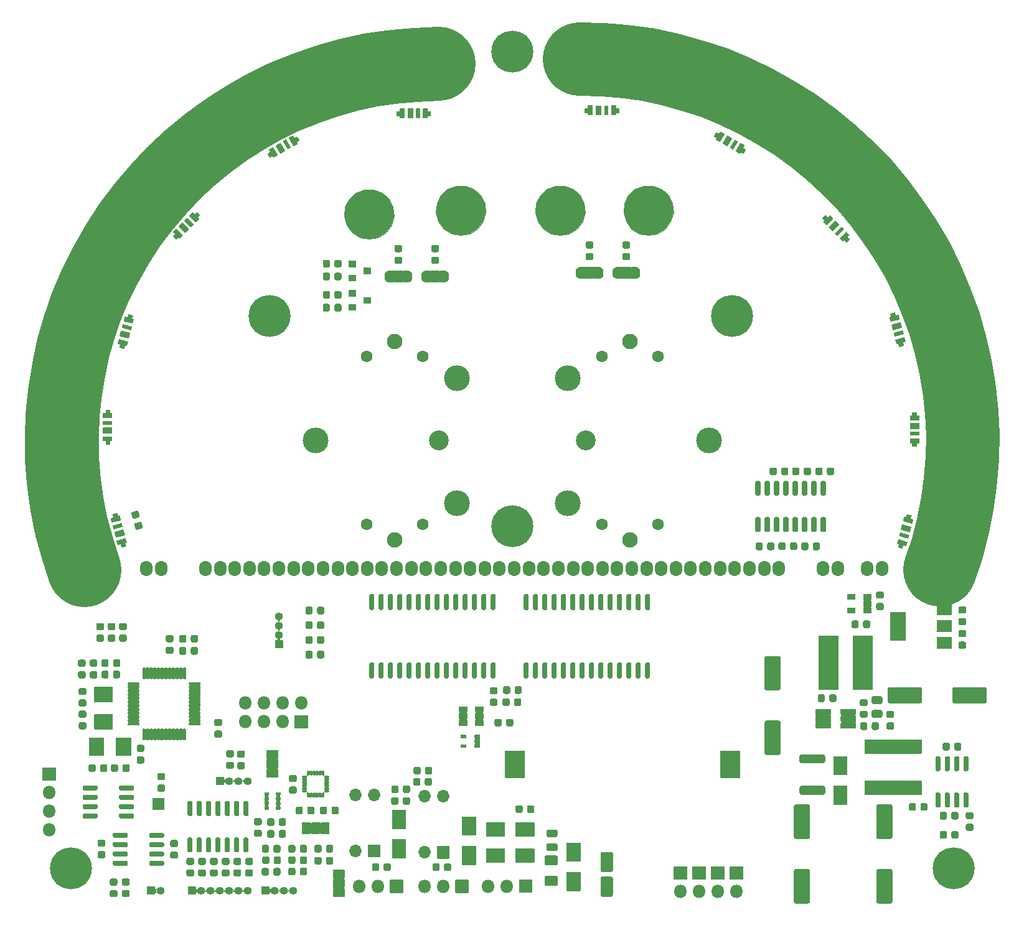
<source format=gbs>
G04 #@! TF.GenerationSoftware,KiCad,Pcbnew,(5.99.0-3329-ga80190e20)*
G04 #@! TF.CreationDate,2020-09-20T16:32:00-04:00*
G04 #@! TF.ProjectId,MotorcycleSpeedo,4d6f746f-7263-4796-936c-655370656564,rev?*
G04 #@! TF.SameCoordinates,Original*
G04 #@! TF.FileFunction,Soldermask,Bot*
G04 #@! TF.FilePolarity,Negative*
%FSLAX46Y46*%
G04 Gerber Fmt 4.6, Leading zero omitted, Abs format (unit mm)*
G04 Created by KiCad (PCBNEW (5.99.0-3329-ga80190e20)) date 2020-09-20 16:32:00*
%MOMM*%
%LPD*%
G01*
G04 APERTURE LIST*
%ADD10C,0.199999*%
%ADD11C,10.087999*%
%ADD12C,9.999999*%
%ADD13C,0.100000*%
%ADD14O,1.802000X1.802000*%
%ADD15O,1.102000X1.102000*%
%ADD16C,5.702000*%
%ADD17C,3.502000*%
%ADD18C,2.702000*%
%ADD19C,2.102000*%
%ADD20C,1.602000*%
%ADD21O,1.702000X2.102000*%
%ADD22O,1.702000X1.702000*%
G04 APERTURE END LIST*
D10*
X259505898Y-76238360D02*
X257215287Y-74126766D01*
D11*
X153451192Y-103726393D02*
X152966787Y-106738119D01*
D12*
X267364424Y-86062544D02*
X265618347Y-83420249D01*
D10*
X155971778Y-94909389D02*
X154954833Y-97801303D01*
D11*
X153870939Y-125012351D02*
X154666770Y-128015101D01*
D10*
X254810583Y-72162792D02*
X252299265Y-70350301D01*
X172402007Y-72824283D02*
X170036703Y-74774328D01*
D11*
X194519636Y-62918680D02*
X191513046Y-63568386D01*
D12*
X229268484Y-61767131D02*
X226134331Y-61491755D01*
D10*
X161782394Y-83988357D02*
X160070466Y-86605135D01*
X249688818Y-68693153D02*
X246986721Y-67195211D01*
X203791915Y-62059253D02*
X200666454Y-62157863D01*
X194519636Y-62918680D02*
X191513046Y-63568386D01*
X157164083Y-92073894D02*
X155971778Y-94909389D01*
D12*
X268936543Y-88787831D02*
X267364424Y-86062544D01*
X263714909Y-80888964D02*
X261674932Y-78493713D01*
D10*
X273030735Y-127972498D02*
X273822710Y-124927581D01*
X158530671Y-89303061D02*
X157164083Y-92073894D01*
X153451322Y-103721419D02*
X152966909Y-106733134D01*
X180104150Y-67884005D02*
X177443099Y-69375274D01*
X274975822Y-109487752D02*
X274652988Y-106415142D01*
X194519677Y-62913874D02*
X191513099Y-63563582D01*
X167784721Y-76869605D02*
X165653429Y-79106266D01*
X152595943Y-115875991D02*
X152836632Y-118932038D01*
X261674932Y-78493713D02*
X259505898Y-76238360D01*
X272597878Y-97378207D02*
X271554399Y-94454006D01*
D12*
X273030735Y-127972498D02*
X273822710Y-124927581D01*
D10*
X203791915Y-62064075D02*
X200666440Y-62162677D01*
X152966787Y-106738119D02*
X152662045Y-109773291D01*
X177443099Y-69375274D02*
X174873262Y-71023316D01*
D12*
X275115674Y-112576605D02*
X274975822Y-109487752D01*
X252299265Y-70350301D02*
X249688818Y-68693153D01*
D11*
X160070314Y-86610038D02*
X158530520Y-89307977D01*
D10*
X191513046Y-63568386D02*
X188560823Y-64394099D01*
D12*
X257215287Y-74126766D02*
X254810583Y-72162792D01*
D11*
X152836557Y-118937060D02*
X153261227Y-121983590D01*
X200666440Y-62162677D02*
X197573223Y-62448828D01*
X203791915Y-62064075D02*
X200666440Y-62162677D01*
X180104051Y-67888816D02*
X177442991Y-69380091D01*
D10*
X152538144Y-112818663D02*
X152595943Y-115875991D01*
D11*
X157163934Y-92078822D02*
X155971632Y-94914329D01*
D10*
X263714909Y-80888964D02*
X261674932Y-78493713D01*
X163650197Y-81480466D02*
X161782394Y-83988357D01*
X152836632Y-118932038D02*
X153261286Y-121978559D01*
X200666440Y-62162677D02*
X197573223Y-62448828D01*
X158530671Y-89303061D02*
X157164083Y-92073894D01*
D12*
X232363359Y-62228744D02*
X229268484Y-61767131D01*
D10*
X154666792Y-128010056D02*
X155649795Y-130978546D01*
D12*
X259505898Y-76238360D02*
X257215287Y-74126766D01*
D11*
X152662045Y-109773291D02*
X152538042Y-112823668D01*
D10*
X229268484Y-61767131D02*
X226134331Y-61491755D01*
X170036703Y-74774328D02*
X167784721Y-76869605D01*
X160070314Y-86610038D02*
X158530520Y-89307977D01*
D12*
X249688818Y-68693153D02*
X246986721Y-67195211D01*
D10*
X271554399Y-94454006D02*
X270333578Y-91587766D01*
X154114322Y-100741394D02*
X153451322Y-103721419D01*
D11*
X172401881Y-72829115D02*
X170036570Y-74779169D01*
D10*
X163650197Y-81480466D02*
X161782394Y-83988357D01*
X182849045Y-66553354D02*
X180104150Y-67884005D01*
D11*
X161782241Y-83993247D02*
X161782241Y-83993247D01*
D10*
X267364424Y-86062544D02*
X265618347Y-83420249D01*
X235411476Y-62872733D02*
X232363359Y-62228744D01*
X241337506Y-64692391D02*
X238405352Y-63695236D01*
D11*
X167784582Y-76874457D02*
X165653284Y-79111130D01*
D10*
X203791915Y-62059253D02*
X200666454Y-62157863D01*
X152662157Y-109768296D02*
X152538144Y-112818663D01*
X274652988Y-106415142D02*
X274148301Y-103367118D01*
X152538042Y-112823668D02*
X152595854Y-115881005D01*
X265618347Y-83420249D02*
X265618347Y-83420249D01*
D12*
X261674932Y-78493713D02*
X259505898Y-76238360D01*
D10*
X153261227Y-121983590D02*
X153870939Y-125012351D01*
D11*
X177442991Y-69380091D02*
X174873144Y-71028140D01*
D10*
X172402007Y-72824283D02*
X170036703Y-74774328D01*
X188560889Y-64389295D02*
X185670414Y-65387168D01*
D12*
X270333578Y-91587766D02*
X268936543Y-88787831D01*
D10*
X153870939Y-125012351D02*
X154666770Y-128015101D01*
X170036703Y-74774328D02*
X167784721Y-76869605D01*
D12*
X272049011Y-130983596D02*
X273030735Y-127972498D01*
D10*
X174873262Y-71023316D02*
X172402007Y-72824283D01*
D11*
X155971632Y-94914329D02*
X154954691Y-97806255D01*
X154954691Y-97806255D02*
X154114186Y-100746357D01*
D10*
X160070466Y-86605135D02*
X158530671Y-89303061D01*
D11*
X170036570Y-74779169D02*
X167784582Y-76874457D01*
D10*
X152595943Y-115875991D02*
X152836632Y-118932038D01*
X275071417Y-115673358D02*
X275115674Y-112576605D01*
X182848956Y-66558161D02*
X180104051Y-67888816D01*
D11*
X154114186Y-100746357D02*
X153451192Y-103726393D01*
D10*
X180104051Y-67888816D02*
X177442991Y-69380091D01*
X152538144Y-112818663D02*
X152595943Y-115875991D01*
X191513099Y-63563582D02*
X188560889Y-64389295D01*
D12*
X241337506Y-64692391D02*
X238405352Y-63695236D01*
X275071417Y-115673358D02*
X275115674Y-112576605D01*
D11*
X165653284Y-79111130D02*
X163650048Y-81485343D01*
D12*
X265618347Y-83420249D02*
X263714909Y-80888964D01*
D10*
X160070466Y-86605135D02*
X158530671Y-89303061D01*
X188560889Y-64389295D02*
X185670414Y-65387168D01*
X165653284Y-79111130D02*
X163650048Y-81485343D01*
X275115674Y-112576605D02*
X274975822Y-109487752D01*
X161782394Y-83988357D02*
X160070466Y-86605135D01*
D12*
X272597878Y-97378207D02*
X271554399Y-94454006D01*
X274426063Y-121857190D02*
X274841923Y-118769668D01*
D10*
X226134331Y-61491755D02*
X222968383Y-61406478D01*
X152836557Y-118937060D02*
X153261227Y-121983590D01*
D11*
X158530520Y-89307977D02*
X157163934Y-92078822D01*
D10*
X274841923Y-118769668D02*
X275071417Y-115673358D01*
X191513099Y-63563582D02*
X188560889Y-64389295D01*
X238405352Y-63695236D02*
X235411476Y-62872733D01*
X157164083Y-92073894D02*
X155971778Y-94909389D01*
D11*
X197573223Y-62448828D02*
X194519636Y-62918680D01*
D10*
X158530520Y-89307977D02*
X157163934Y-92078822D01*
X273822710Y-124927581D02*
X274426063Y-121857190D01*
X185670414Y-65387168D02*
X182849045Y-66553354D01*
X167784582Y-76874457D02*
X165653284Y-79111130D01*
X153870981Y-125007313D02*
X154666792Y-128010056D01*
D12*
X274148301Y-103367118D02*
X273462888Y-100352026D01*
D10*
X152595854Y-115881005D02*
X152836557Y-118937060D01*
X200666454Y-62157863D02*
X197573251Y-62444018D01*
D12*
X244200456Y-65860337D02*
X241337506Y-64692391D01*
X271554399Y-94454006D02*
X270333578Y-91587766D01*
D10*
X163650048Y-81485343D02*
X161782241Y-83993247D01*
X154666792Y-128010056D02*
X155649795Y-130978546D01*
X153451322Y-103721419D02*
X152966909Y-106733134D01*
X268936543Y-88787831D02*
X267364424Y-86062544D01*
D12*
X274975822Y-109487752D02*
X274652988Y-106415142D01*
D10*
X174873144Y-71028140D02*
X172401881Y-72829115D01*
X272049011Y-130983596D02*
X273030735Y-127972498D01*
X155971632Y-94914329D02*
X154954691Y-97806255D01*
X177443099Y-69375274D02*
X174873262Y-71023316D01*
X252299265Y-70350301D02*
X249688818Y-68693153D01*
X197573223Y-62448828D02*
X194519636Y-62918680D01*
D12*
X273462888Y-100352026D02*
X272597878Y-97378207D01*
X265618347Y-83420249D02*
X265618347Y-83420249D01*
D11*
X191513046Y-63568386D02*
X188560823Y-64394099D01*
D10*
X152966909Y-106733134D02*
X152662157Y-109768296D01*
X167784721Y-76869605D02*
X165653429Y-79106266D01*
X161782241Y-83993247D02*
X161782241Y-83993247D01*
X161782241Y-83993247D02*
X160070314Y-86610038D01*
D12*
X238405352Y-63695236D02*
X235411476Y-62872733D01*
D10*
X154666770Y-128015101D02*
X155649795Y-130983596D01*
X165653429Y-79106266D02*
X163650197Y-81480466D01*
X182849045Y-66553354D02*
X180104150Y-67884005D01*
X232363359Y-62228744D02*
X229268484Y-61767131D01*
X244200456Y-65860337D02*
X241337506Y-64692391D01*
D11*
X185670336Y-65391973D02*
X182848956Y-66558161D01*
D10*
X274148301Y-103367118D02*
X273462888Y-100352026D01*
X197573251Y-62444018D02*
X194519677Y-62913874D01*
X185670414Y-65387168D02*
X182849045Y-66553354D01*
D11*
X188560823Y-64394099D02*
X185670336Y-65391973D01*
D10*
X161782394Y-83988357D02*
X161782394Y-83988357D01*
D12*
X254810583Y-72162792D02*
X252299265Y-70350301D01*
D11*
X161782241Y-83993247D02*
X160070314Y-86610038D01*
D10*
X177442991Y-69380091D02*
X174873144Y-71028140D01*
X200666454Y-62157863D02*
X197573251Y-62444018D01*
X154954691Y-97806255D02*
X154114186Y-100746357D01*
X270333578Y-91587766D02*
X268936543Y-88787831D01*
X152836632Y-118932038D02*
X153261286Y-121978559D01*
D12*
X274841923Y-118769668D02*
X275071417Y-115673358D01*
D10*
X155971778Y-94909389D02*
X154954833Y-97801303D01*
X152966909Y-106733134D02*
X152662157Y-109768296D01*
X154114322Y-100741394D02*
X153451322Y-103721419D01*
X153870981Y-125007313D02*
X154666792Y-128010056D01*
X165653429Y-79106266D02*
X163650197Y-81480466D01*
X152662045Y-109773291D02*
X152538042Y-112823668D01*
D12*
X246986721Y-67195211D02*
X244200456Y-65860337D01*
D10*
X257215287Y-74126766D02*
X254810583Y-72162792D01*
X153451192Y-103726393D02*
X152966787Y-106738119D01*
D12*
X226134331Y-61491755D02*
X222968383Y-61406478D01*
D10*
X197573251Y-62444018D02*
X194519677Y-62913874D01*
D12*
X235411476Y-62872733D02*
X232363359Y-62228744D01*
D10*
X188560823Y-64394099D02*
X185670336Y-65391973D01*
X180104150Y-67884005D02*
X177443099Y-69375274D01*
X153261286Y-121978559D02*
X153870981Y-125007313D01*
D12*
X273822710Y-124927581D02*
X274426063Y-121857190D01*
D11*
X152595854Y-115881005D02*
X152836557Y-118937060D01*
X163650048Y-81485343D02*
X161782241Y-83993247D01*
D10*
X152662157Y-109768296D02*
X152538144Y-112818663D01*
X172401881Y-72829115D02*
X170036570Y-74779169D01*
X174873262Y-71023316D02*
X172402007Y-72824283D01*
D11*
X152966787Y-106738119D02*
X152662045Y-109773291D01*
D10*
X154954833Y-97801303D02*
X154114322Y-100741394D01*
D11*
X153261227Y-121983590D02*
X153870939Y-125012351D01*
D10*
X194519677Y-62913874D02*
X191513099Y-63563582D01*
X273462888Y-100352026D02*
X272597878Y-97378207D01*
X170036570Y-74779169D02*
X167784582Y-76874457D01*
X274426063Y-121857190D02*
X274841923Y-118769668D01*
X157163934Y-92078822D02*
X155971632Y-94914329D01*
D11*
X174873144Y-71028140D02*
X172401881Y-72829115D01*
D10*
X153261286Y-121978559D02*
X153870981Y-125007313D01*
D12*
X274652988Y-106415142D02*
X274148301Y-103367118D01*
D10*
X154114186Y-100746357D02*
X153451192Y-103726393D01*
D11*
X182848956Y-66558161D02*
X180104051Y-67888816D01*
D10*
X185670336Y-65391973D02*
X182848956Y-66558161D01*
X246986721Y-67195211D02*
X244200456Y-65860337D01*
D11*
X154666770Y-128015101D02*
X155649795Y-130983596D01*
D10*
X161782394Y-83988357D02*
X161782394Y-83988357D01*
D11*
X152538042Y-112823668D02*
X152595854Y-115881005D01*
D10*
X265618347Y-83420249D02*
X263714909Y-80888964D01*
X154954833Y-97801303D02*
X154114322Y-100741394D01*
G36*
X208649869Y-79139262D02*
G01*
X209573259Y-79981042D01*
X210130207Y-81099546D01*
X210245496Y-82343712D01*
X209903555Y-83545510D01*
X209150565Y-84542630D01*
X208088222Y-85200406D01*
X206860000Y-85430000D01*
X205631778Y-85200406D01*
X204569435Y-84542630D01*
X203816445Y-83545510D01*
X203474504Y-82343712D01*
X203589793Y-81099546D01*
X204146741Y-79981042D01*
X205070131Y-79139262D01*
X206235252Y-78687891D01*
X207484748Y-78687891D01*
X208649869Y-79139262D01*
G37*
D13*
X208649869Y-79139262D02*
X209573259Y-79981042D01*
X210130207Y-81099546D01*
X210245496Y-82343712D01*
X209903555Y-83545510D01*
X209150565Y-84542630D01*
X208088222Y-85200406D01*
X206860000Y-85430000D01*
X205631778Y-85200406D01*
X204569435Y-84542630D01*
X203816445Y-83545510D01*
X203474504Y-82343712D01*
X203589793Y-81099546D01*
X204146741Y-79981042D01*
X205070131Y-79139262D01*
X206235252Y-78687891D01*
X207484748Y-78687891D01*
X208649869Y-79139262D01*
G36*
X196149869Y-79639262D02*
G01*
X197073259Y-80481042D01*
X197630207Y-81599546D01*
X197745496Y-82843712D01*
X197403555Y-84045510D01*
X196650565Y-85042630D01*
X195588222Y-85700406D01*
X194360000Y-85930000D01*
X193131778Y-85700406D01*
X192069435Y-85042630D01*
X191316445Y-84045510D01*
X190974504Y-82843712D01*
X191089793Y-81599546D01*
X191646741Y-80481042D01*
X192570131Y-79639262D01*
X193735252Y-79187891D01*
X194984748Y-79187891D01*
X196149869Y-79639262D01*
G37*
X196149869Y-79639262D02*
X197073259Y-80481042D01*
X197630207Y-81599546D01*
X197745496Y-82843712D01*
X197403555Y-84045510D01*
X196650565Y-85042630D01*
X195588222Y-85700406D01*
X194360000Y-85930000D01*
X193131778Y-85700406D01*
X192069435Y-85042630D01*
X191316445Y-84045510D01*
X190974504Y-82843712D01*
X191089793Y-81599546D01*
X191646741Y-80481042D01*
X192570131Y-79639262D01*
X193735252Y-79187891D01*
X194984748Y-79187891D01*
X196149869Y-79639262D01*
G36*
X234149869Y-79139262D02*
G01*
X235073259Y-79981042D01*
X235630207Y-81099546D01*
X235745496Y-82343712D01*
X235403555Y-83545510D01*
X234650565Y-84542630D01*
X233588222Y-85200406D01*
X232360000Y-85430000D01*
X231131778Y-85200406D01*
X230069435Y-84542630D01*
X229316445Y-83545510D01*
X228974504Y-82343712D01*
X229089793Y-81099546D01*
X229646741Y-79981042D01*
X230570131Y-79139262D01*
X231735252Y-78687891D01*
X232984748Y-78687891D01*
X234149869Y-79139262D01*
G37*
X234149869Y-79139262D02*
X235073259Y-79981042D01*
X235630207Y-81099546D01*
X235745496Y-82343712D01*
X235403555Y-83545510D01*
X234650565Y-84542630D01*
X233588222Y-85200406D01*
X232360000Y-85430000D01*
X231131778Y-85200406D01*
X230069435Y-84542630D01*
X229316445Y-83545510D01*
X228974504Y-82343712D01*
X229089793Y-81099546D01*
X229646741Y-79981042D01*
X230570131Y-79139262D01*
X231735252Y-78687891D01*
X232984748Y-78687891D01*
X234149869Y-79139262D01*
G36*
X222149869Y-79139262D02*
G01*
X223073259Y-79981042D01*
X223630207Y-81099546D01*
X223745496Y-82343712D01*
X223403555Y-83545510D01*
X222650565Y-84542630D01*
X221588222Y-85200406D01*
X220360000Y-85430000D01*
X219131778Y-85200406D01*
X218069435Y-84542630D01*
X217316445Y-83545510D01*
X216974504Y-82343712D01*
X217089793Y-81099546D01*
X217646741Y-79981042D01*
X218570131Y-79139262D01*
X219735252Y-78687891D01*
X220984748Y-78687891D01*
X222149869Y-79139262D01*
G37*
X222149869Y-79139262D02*
X223073259Y-79981042D01*
X223630207Y-81099546D01*
X223745496Y-82343712D01*
X223403555Y-83545510D01*
X222650565Y-84542630D01*
X221588222Y-85200406D01*
X220360000Y-85430000D01*
X219131778Y-85200406D01*
X218069435Y-84542630D01*
X217316445Y-83545510D01*
X216974504Y-82343712D01*
X217089793Y-81099546D01*
X217646741Y-79981042D01*
X218570131Y-79139262D01*
X219735252Y-78687891D01*
X220984748Y-78687891D01*
X222149869Y-79139262D01*
D10*
X259505898Y-76238360D02*
X257215287Y-74126766D01*
D11*
X153451192Y-103726393D02*
X152966787Y-106738119D01*
D12*
X267364424Y-86062544D02*
X265618347Y-83420249D01*
D10*
X155971778Y-94909389D02*
X154954833Y-97801303D01*
D11*
X153870939Y-125012351D02*
X154666770Y-128015101D01*
D10*
X254810583Y-72162792D02*
X252299265Y-70350301D01*
X172402007Y-72824283D02*
X170036703Y-74774328D01*
D11*
X194519636Y-62918680D02*
X191513046Y-63568386D01*
D12*
X229268484Y-61767131D02*
X226134331Y-61491755D01*
D10*
X161782394Y-83988357D02*
X160070466Y-86605135D01*
X249688818Y-68693153D02*
X246986721Y-67195211D01*
X203791915Y-62059253D02*
X200666454Y-62157863D01*
X194519636Y-62918680D02*
X191513046Y-63568386D01*
X157164083Y-92073894D02*
X155971778Y-94909389D01*
D12*
X268936543Y-88787831D02*
X267364424Y-86062544D01*
X263714909Y-80888964D02*
X261674932Y-78493713D01*
D10*
X273030735Y-127972498D02*
X273822710Y-124927581D01*
X158530671Y-89303061D02*
X157164083Y-92073894D01*
X153451322Y-103721419D02*
X152966909Y-106733134D01*
X180104150Y-67884005D02*
X177443099Y-69375274D01*
X274975822Y-109487752D02*
X274652988Y-106415142D01*
X194519677Y-62913874D02*
X191513099Y-63563582D01*
X167784721Y-76869605D02*
X165653429Y-79106266D01*
X152595943Y-115875991D02*
X152836632Y-118932038D01*
X261674932Y-78493713D02*
X259505898Y-76238360D01*
X272597878Y-97378207D02*
X271554399Y-94454006D01*
D12*
X273030735Y-127972498D02*
X273822710Y-124927581D01*
D10*
X203791915Y-62064075D02*
X200666440Y-62162677D01*
X152966787Y-106738119D02*
X152662045Y-109773291D01*
X177443099Y-69375274D02*
X174873262Y-71023316D01*
D12*
X275115674Y-112576605D02*
X274975822Y-109487752D01*
X252299265Y-70350301D02*
X249688818Y-68693153D01*
D11*
X160070314Y-86610038D02*
X158530520Y-89307977D01*
D10*
X191513046Y-63568386D02*
X188560823Y-64394099D01*
D12*
X257215287Y-74126766D02*
X254810583Y-72162792D01*
D11*
X152836557Y-118937060D02*
X153261227Y-121983590D01*
X200666440Y-62162677D02*
X197573223Y-62448828D01*
X203791915Y-62064075D02*
X200666440Y-62162677D01*
X180104051Y-67888816D02*
X177442991Y-69380091D01*
D10*
X152538144Y-112818663D02*
X152595943Y-115875991D01*
D11*
X157163934Y-92078822D02*
X155971632Y-94914329D01*
D10*
X263714909Y-80888964D02*
X261674932Y-78493713D01*
X163650197Y-81480466D02*
X161782394Y-83988357D01*
X152836632Y-118932038D02*
X153261286Y-121978559D01*
X200666440Y-62162677D02*
X197573223Y-62448828D01*
X158530671Y-89303061D02*
X157164083Y-92073894D01*
D12*
X232363359Y-62228744D02*
X229268484Y-61767131D01*
D10*
X154666792Y-128010056D02*
X155649795Y-130978546D01*
D12*
X259505898Y-76238360D02*
X257215287Y-74126766D01*
D11*
X152662045Y-109773291D02*
X152538042Y-112823668D01*
D10*
X229268484Y-61767131D02*
X226134331Y-61491755D01*
X170036703Y-74774328D02*
X167784721Y-76869605D01*
X160070314Y-86610038D02*
X158530520Y-89307977D01*
D12*
X249688818Y-68693153D02*
X246986721Y-67195211D01*
D10*
X271554399Y-94454006D02*
X270333578Y-91587766D01*
X154114322Y-100741394D02*
X153451322Y-103721419D01*
D11*
X172401881Y-72829115D02*
X170036570Y-74779169D01*
D10*
X163650197Y-81480466D02*
X161782394Y-83988357D01*
X182849045Y-66553354D02*
X180104150Y-67884005D01*
D11*
X161782241Y-83993247D02*
X161782241Y-83993247D01*
D10*
X267364424Y-86062544D02*
X265618347Y-83420249D01*
X235411476Y-62872733D02*
X232363359Y-62228744D01*
X241337506Y-64692391D02*
X238405352Y-63695236D01*
D11*
X167784582Y-76874457D02*
X165653284Y-79111130D01*
D10*
X203791915Y-62059253D02*
X200666454Y-62157863D01*
X152662157Y-109768296D02*
X152538144Y-112818663D01*
X274652988Y-106415142D02*
X274148301Y-103367118D01*
X152538042Y-112823668D02*
X152595854Y-115881005D01*
X265618347Y-83420249D02*
X265618347Y-83420249D01*
D12*
X261674932Y-78493713D02*
X259505898Y-76238360D01*
D10*
X153261227Y-121983590D02*
X153870939Y-125012351D01*
D11*
X177442991Y-69380091D02*
X174873144Y-71028140D01*
D10*
X172402007Y-72824283D02*
X170036703Y-74774328D01*
X188560889Y-64389295D02*
X185670414Y-65387168D01*
D12*
X270333578Y-91587766D02*
X268936543Y-88787831D01*
D10*
X153870939Y-125012351D02*
X154666770Y-128015101D01*
X170036703Y-74774328D02*
X167784721Y-76869605D01*
D12*
X272049011Y-130983596D02*
X273030735Y-127972498D01*
D10*
X174873262Y-71023316D02*
X172402007Y-72824283D01*
D11*
X155971632Y-94914329D02*
X154954691Y-97806255D01*
X154954691Y-97806255D02*
X154114186Y-100746357D01*
D10*
X160070466Y-86605135D02*
X158530671Y-89303061D01*
D11*
X170036570Y-74779169D02*
X167784582Y-76874457D01*
D10*
X152595943Y-115875991D02*
X152836632Y-118932038D01*
X275071417Y-115673358D02*
X275115674Y-112576605D01*
X182848956Y-66558161D02*
X180104051Y-67888816D01*
D11*
X154114186Y-100746357D02*
X153451192Y-103726393D01*
D10*
X180104051Y-67888816D02*
X177442991Y-69380091D01*
X152538144Y-112818663D02*
X152595943Y-115875991D01*
X191513099Y-63563582D02*
X188560889Y-64389295D01*
D12*
X241337506Y-64692391D02*
X238405352Y-63695236D01*
X275071417Y-115673358D02*
X275115674Y-112576605D01*
D11*
X165653284Y-79111130D02*
X163650048Y-81485343D01*
D12*
X265618347Y-83420249D02*
X263714909Y-80888964D01*
D10*
X160070466Y-86605135D02*
X158530671Y-89303061D01*
X188560889Y-64389295D02*
X185670414Y-65387168D01*
X165653284Y-79111130D02*
X163650048Y-81485343D01*
X275115674Y-112576605D02*
X274975822Y-109487752D01*
X161782394Y-83988357D02*
X160070466Y-86605135D01*
D12*
X272597878Y-97378207D02*
X271554399Y-94454006D01*
X274426063Y-121857190D02*
X274841923Y-118769668D01*
D10*
X226134331Y-61491755D02*
X222968383Y-61406478D01*
X152836557Y-118937060D02*
X153261227Y-121983590D01*
D11*
X158530520Y-89307977D02*
X157163934Y-92078822D01*
D10*
X274841923Y-118769668D02*
X275071417Y-115673358D01*
X191513099Y-63563582D02*
X188560889Y-64389295D01*
X238405352Y-63695236D02*
X235411476Y-62872733D01*
X157164083Y-92073894D02*
X155971778Y-94909389D01*
D11*
X197573223Y-62448828D02*
X194519636Y-62918680D01*
D10*
X158530520Y-89307977D02*
X157163934Y-92078822D01*
X273822710Y-124927581D02*
X274426063Y-121857190D01*
X185670414Y-65387168D02*
X182849045Y-66553354D01*
X167784582Y-76874457D02*
X165653284Y-79111130D01*
X153870981Y-125007313D02*
X154666792Y-128010056D01*
D12*
X274148301Y-103367118D02*
X273462888Y-100352026D01*
D10*
X152595854Y-115881005D02*
X152836557Y-118937060D01*
X200666454Y-62157863D02*
X197573251Y-62444018D01*
D12*
X244200456Y-65860337D02*
X241337506Y-64692391D01*
X271554399Y-94454006D02*
X270333578Y-91587766D01*
D10*
X163650048Y-81485343D02*
X161782241Y-83993247D01*
X154666792Y-128010056D02*
X155649795Y-130978546D01*
X153451322Y-103721419D02*
X152966909Y-106733134D01*
X268936543Y-88787831D02*
X267364424Y-86062544D01*
D12*
X274975822Y-109487752D02*
X274652988Y-106415142D01*
D10*
X174873144Y-71028140D02*
X172401881Y-72829115D01*
X272049011Y-130983596D02*
X273030735Y-127972498D01*
X155971632Y-94914329D02*
X154954691Y-97806255D01*
X177443099Y-69375274D02*
X174873262Y-71023316D01*
X252299265Y-70350301D02*
X249688818Y-68693153D01*
X197573223Y-62448828D02*
X194519636Y-62918680D01*
D12*
X273462888Y-100352026D02*
X272597878Y-97378207D01*
X265618347Y-83420249D02*
X265618347Y-83420249D01*
D11*
X191513046Y-63568386D02*
X188560823Y-64394099D01*
D10*
X152966909Y-106733134D02*
X152662157Y-109768296D01*
X167784721Y-76869605D02*
X165653429Y-79106266D01*
X161782241Y-83993247D02*
X161782241Y-83993247D01*
X161782241Y-83993247D02*
X160070314Y-86610038D01*
D12*
X238405352Y-63695236D02*
X235411476Y-62872733D01*
D10*
X154666770Y-128015101D02*
X155649795Y-130983596D01*
X165653429Y-79106266D02*
X163650197Y-81480466D01*
X182849045Y-66553354D02*
X180104150Y-67884005D01*
X232363359Y-62228744D02*
X229268484Y-61767131D01*
X244200456Y-65860337D02*
X241337506Y-64692391D01*
D11*
X185670336Y-65391973D02*
X182848956Y-66558161D01*
D10*
X274148301Y-103367118D02*
X273462888Y-100352026D01*
X197573251Y-62444018D02*
X194519677Y-62913874D01*
X185670414Y-65387168D02*
X182849045Y-66553354D01*
D11*
X188560823Y-64394099D02*
X185670336Y-65391973D01*
D10*
X161782394Y-83988357D02*
X161782394Y-83988357D01*
D12*
X254810583Y-72162792D02*
X252299265Y-70350301D01*
D11*
X161782241Y-83993247D02*
X160070314Y-86610038D01*
D10*
X177442991Y-69380091D02*
X174873144Y-71028140D01*
X200666454Y-62157863D02*
X197573251Y-62444018D01*
X154954691Y-97806255D02*
X154114186Y-100746357D01*
X270333578Y-91587766D02*
X268936543Y-88787831D01*
X152836632Y-118932038D02*
X153261286Y-121978559D01*
D12*
X274841923Y-118769668D02*
X275071417Y-115673358D01*
D10*
X155971778Y-94909389D02*
X154954833Y-97801303D01*
X152966909Y-106733134D02*
X152662157Y-109768296D01*
X154114322Y-100741394D02*
X153451322Y-103721419D01*
X153870981Y-125007313D02*
X154666792Y-128010056D01*
X165653429Y-79106266D02*
X163650197Y-81480466D01*
X152662045Y-109773291D02*
X152538042Y-112823668D01*
D12*
X246986721Y-67195211D02*
X244200456Y-65860337D01*
D10*
X257215287Y-74126766D02*
X254810583Y-72162792D01*
X153451192Y-103726393D02*
X152966787Y-106738119D01*
D12*
X226134331Y-61491755D02*
X222968383Y-61406478D01*
D10*
X197573251Y-62444018D02*
X194519677Y-62913874D01*
D12*
X235411476Y-62872733D02*
X232363359Y-62228744D01*
D10*
X188560823Y-64394099D02*
X185670336Y-65391973D01*
X180104150Y-67884005D02*
X177443099Y-69375274D01*
X153261286Y-121978559D02*
X153870981Y-125007313D01*
D12*
X273822710Y-124927581D02*
X274426063Y-121857190D01*
D11*
X152595854Y-115881005D02*
X152836557Y-118937060D01*
X163650048Y-81485343D02*
X161782241Y-83993247D01*
D10*
X152662157Y-109768296D02*
X152538144Y-112818663D01*
X172401881Y-72829115D02*
X170036570Y-74779169D01*
X174873262Y-71023316D02*
X172402007Y-72824283D01*
D11*
X152966787Y-106738119D02*
X152662045Y-109773291D01*
D10*
X154954833Y-97801303D02*
X154114322Y-100741394D01*
D11*
X153261227Y-121983590D02*
X153870939Y-125012351D01*
D10*
X194519677Y-62913874D02*
X191513099Y-63563582D01*
X273462888Y-100352026D02*
X272597878Y-97378207D01*
X170036570Y-74779169D02*
X167784582Y-76874457D01*
X274426063Y-121857190D02*
X274841923Y-118769668D01*
X157163934Y-92078822D02*
X155971632Y-94914329D01*
D11*
X174873144Y-71028140D02*
X172401881Y-72829115D01*
D10*
X153261286Y-121978559D02*
X153870981Y-125007313D01*
D12*
X274652988Y-106415142D02*
X274148301Y-103367118D01*
D10*
X154114186Y-100746357D02*
X153451192Y-103726393D01*
D11*
X182848956Y-66558161D02*
X180104051Y-67888816D01*
D10*
X185670336Y-65391973D02*
X182848956Y-66558161D01*
X246986721Y-67195211D02*
X244200456Y-65860337D01*
D11*
X154666770Y-128015101D02*
X155649795Y-130983596D01*
D10*
X161782394Y-83988357D02*
X161782394Y-83988357D01*
D11*
X152538042Y-112823668D02*
X152595854Y-115881005D01*
D10*
X265618347Y-83420249D02*
X263714909Y-80888964D01*
X154954833Y-97801303D02*
X154114322Y-100741394D01*
G36*
X208649869Y-79139262D02*
G01*
X209573259Y-79981042D01*
X210130207Y-81099546D01*
X210245496Y-82343712D01*
X209903555Y-83545510D01*
X209150565Y-84542630D01*
X208088222Y-85200406D01*
X206860000Y-85430000D01*
X205631778Y-85200406D01*
X204569435Y-84542630D01*
X203816445Y-83545510D01*
X203474504Y-82343712D01*
X203589793Y-81099546D01*
X204146741Y-79981042D01*
X205070131Y-79139262D01*
X206235252Y-78687891D01*
X207484748Y-78687891D01*
X208649869Y-79139262D01*
G37*
D13*
X208649869Y-79139262D02*
X209573259Y-79981042D01*
X210130207Y-81099546D01*
X210245496Y-82343712D01*
X209903555Y-83545510D01*
X209150565Y-84542630D01*
X208088222Y-85200406D01*
X206860000Y-85430000D01*
X205631778Y-85200406D01*
X204569435Y-84542630D01*
X203816445Y-83545510D01*
X203474504Y-82343712D01*
X203589793Y-81099546D01*
X204146741Y-79981042D01*
X205070131Y-79139262D01*
X206235252Y-78687891D01*
X207484748Y-78687891D01*
X208649869Y-79139262D01*
G36*
X196149869Y-79639262D02*
G01*
X197073259Y-80481042D01*
X197630207Y-81599546D01*
X197745496Y-82843712D01*
X197403555Y-84045510D01*
X196650565Y-85042630D01*
X195588222Y-85700406D01*
X194360000Y-85930000D01*
X193131778Y-85700406D01*
X192069435Y-85042630D01*
X191316445Y-84045510D01*
X190974504Y-82843712D01*
X191089793Y-81599546D01*
X191646741Y-80481042D01*
X192570131Y-79639262D01*
X193735252Y-79187891D01*
X194984748Y-79187891D01*
X196149869Y-79639262D01*
G37*
X196149869Y-79639262D02*
X197073259Y-80481042D01*
X197630207Y-81599546D01*
X197745496Y-82843712D01*
X197403555Y-84045510D01*
X196650565Y-85042630D01*
X195588222Y-85700406D01*
X194360000Y-85930000D01*
X193131778Y-85700406D01*
X192069435Y-85042630D01*
X191316445Y-84045510D01*
X190974504Y-82843712D01*
X191089793Y-81599546D01*
X191646741Y-80481042D01*
X192570131Y-79639262D01*
X193735252Y-79187891D01*
X194984748Y-79187891D01*
X196149869Y-79639262D01*
G36*
X234149869Y-79139262D02*
G01*
X235073259Y-79981042D01*
X235630207Y-81099546D01*
X235745496Y-82343712D01*
X235403555Y-83545510D01*
X234650565Y-84542630D01*
X233588222Y-85200406D01*
X232360000Y-85430000D01*
X231131778Y-85200406D01*
X230069435Y-84542630D01*
X229316445Y-83545510D01*
X228974504Y-82343712D01*
X229089793Y-81099546D01*
X229646741Y-79981042D01*
X230570131Y-79139262D01*
X231735252Y-78687891D01*
X232984748Y-78687891D01*
X234149869Y-79139262D01*
G37*
X234149869Y-79139262D02*
X235073259Y-79981042D01*
X235630207Y-81099546D01*
X235745496Y-82343712D01*
X235403555Y-83545510D01*
X234650565Y-84542630D01*
X233588222Y-85200406D01*
X232360000Y-85430000D01*
X231131778Y-85200406D01*
X230069435Y-84542630D01*
X229316445Y-83545510D01*
X228974504Y-82343712D01*
X229089793Y-81099546D01*
X229646741Y-79981042D01*
X230570131Y-79139262D01*
X231735252Y-78687891D01*
X232984748Y-78687891D01*
X234149869Y-79139262D01*
G36*
X222149869Y-79139262D02*
G01*
X223073259Y-79981042D01*
X223630207Y-81099546D01*
X223745496Y-82343712D01*
X223403555Y-83545510D01*
X222650565Y-84542630D01*
X221588222Y-85200406D01*
X220360000Y-85430000D01*
X219131778Y-85200406D01*
X218069435Y-84542630D01*
X217316445Y-83545510D01*
X216974504Y-82343712D01*
X217089793Y-81099546D01*
X217646741Y-79981042D01*
X218570131Y-79139262D01*
X219735252Y-78687891D01*
X220984748Y-78687891D01*
X222149869Y-79139262D01*
G37*
X222149869Y-79139262D02*
X223073259Y-79981042D01*
X223630207Y-81099546D01*
X223745496Y-82343712D01*
X223403555Y-83545510D01*
X222650565Y-84542630D01*
X221588222Y-85200406D01*
X220360000Y-85430000D01*
X219131778Y-85200406D01*
X218069435Y-84542630D01*
X217316445Y-83545510D01*
X216974504Y-82343712D01*
X217089793Y-81099546D01*
X217646741Y-79981042D01*
X218570131Y-79139262D01*
X219735252Y-78687891D01*
X220984748Y-78687891D01*
X222149869Y-79139262D01*
G36*
G01*
X214810000Y-173129000D02*
X216510000Y-173129000D01*
G75*
G02*
X216561000Y-173180000I0J-51000D01*
G01*
X216561000Y-174880000D01*
G75*
G02*
X216510000Y-174931000I-51000J0D01*
G01*
X214810000Y-174931000D01*
G75*
G02*
X214759000Y-174880000I0J51000D01*
G01*
X214759000Y-173180000D01*
G75*
G02*
X214810000Y-173129000I51000J0D01*
G01*
G37*
D14*
X213120000Y-174030000D03*
X210580000Y-174030000D03*
G36*
G01*
X174600000Y-160251000D02*
X173600000Y-160251000D01*
G75*
G02*
X173549000Y-160200000I0J51000D01*
G01*
X173549000Y-159200000D01*
G75*
G02*
X173600000Y-159149000I51000J0D01*
G01*
X174600000Y-159149000D01*
G75*
G02*
X174651000Y-159200000I0J-51000D01*
G01*
X174651000Y-160200000D01*
G75*
G02*
X174600000Y-160251000I-51000J0D01*
G01*
G37*
D15*
X175370000Y-159700000D03*
X176640000Y-159700000D03*
X177910000Y-159700000D03*
D16*
X273860000Y-171630000D03*
X153860000Y-171630000D03*
G36*
G01*
X180760000Y-175181000D02*
X179760000Y-175181000D01*
G75*
G02*
X179709000Y-175130000I0J51000D01*
G01*
X179709000Y-174130000D01*
G75*
G02*
X179760000Y-174079000I51000J0D01*
G01*
X180760000Y-174079000D01*
G75*
G02*
X180811000Y-174130000I0J-51000D01*
G01*
X180811000Y-175130000D01*
G75*
G02*
X180760000Y-175181000I-51000J0D01*
G01*
G37*
D15*
X181530000Y-174630000D03*
X182800000Y-174630000D03*
X184070000Y-174630000D03*
G36*
G01*
X205334000Y-84283000D02*
X205334000Y-83333000D01*
G75*
G02*
X205385000Y-83282000I51000J0D01*
G01*
X206435000Y-83282000D01*
G75*
G02*
X206486000Y-83333000I0J-51000D01*
G01*
X206486000Y-84283000D01*
G75*
G02*
X206435000Y-84334000I-51000J0D01*
G01*
X205385000Y-84334000D01*
G75*
G02*
X205334000Y-84283000I0J51000D01*
G01*
G37*
G36*
G01*
X207234000Y-84071000D02*
X207234000Y-83545000D01*
G75*
G02*
X207497000Y-83282000I263000J0D01*
G01*
X208123000Y-83282000D01*
G75*
G02*
X208386000Y-83545000I0J-263000D01*
G01*
X208386000Y-84071000D01*
G75*
G02*
X208123000Y-84334000I-263000J0D01*
G01*
X207497000Y-84334000D01*
G75*
G02*
X207234000Y-84071000I0J263000D01*
G01*
G37*
G36*
G01*
X192834000Y-84783000D02*
X192834000Y-83833000D01*
G75*
G02*
X192885000Y-83782000I51000J0D01*
G01*
X193935000Y-83782000D01*
G75*
G02*
X193986000Y-83833000I0J-51000D01*
G01*
X193986000Y-84783000D01*
G75*
G02*
X193935000Y-84834000I-51000J0D01*
G01*
X192885000Y-84834000D01*
G75*
G02*
X192834000Y-84783000I0J51000D01*
G01*
G37*
G36*
G01*
X194734000Y-84571000D02*
X194734000Y-84045000D01*
G75*
G02*
X194997000Y-83782000I263000J0D01*
G01*
X195623000Y-83782000D01*
G75*
G02*
X195886000Y-84045000I0J-263000D01*
G01*
X195886000Y-84571000D01*
G75*
G02*
X195623000Y-84834000I-263000J0D01*
G01*
X194997000Y-84834000D01*
G75*
G02*
X194734000Y-84571000I0J263000D01*
G01*
G37*
G36*
G01*
X230859000Y-84308000D02*
X230859000Y-83308000D01*
G75*
G02*
X230910000Y-83257000I51000J0D01*
G01*
X231910000Y-83257000D01*
G75*
G02*
X231961000Y-83308000I0J-51000D01*
G01*
X231961000Y-84308000D01*
G75*
G02*
X231910000Y-84359000I-51000J0D01*
G01*
X230910000Y-84359000D01*
G75*
G02*
X230859000Y-84308000I0J51000D01*
G01*
G37*
G36*
G01*
X232734000Y-84071000D02*
X232734000Y-83545000D01*
G75*
G02*
X232997000Y-83282000I263000J0D01*
G01*
X233623000Y-83282000D01*
G75*
G02*
X233886000Y-83545000I0J-263000D01*
G01*
X233886000Y-84071000D01*
G75*
G02*
X233623000Y-84334000I-263000J0D01*
G01*
X232997000Y-84334000D01*
G75*
G02*
X232734000Y-84071000I0J263000D01*
G01*
G37*
D16*
X213850000Y-124983640D03*
D17*
X206340000Y-121868640D03*
X187100000Y-113378640D03*
X206340000Y-104888640D03*
D18*
X203850000Y-113378640D03*
D19*
X197850000Y-126878640D03*
X197850000Y-99878640D03*
D20*
X201660000Y-124808640D03*
X194040000Y-124808640D03*
X201660000Y-101948640D03*
X194040000Y-101948640D03*
D16*
X213850000Y-60430000D03*
X243760000Y-96430000D03*
X180860000Y-96430000D03*
G36*
G01*
X218834000Y-84283000D02*
X218834000Y-83333000D01*
G75*
G02*
X218885000Y-83282000I51000J0D01*
G01*
X219935000Y-83282000D01*
G75*
G02*
X219986000Y-83333000I0J-51000D01*
G01*
X219986000Y-84283000D01*
G75*
G02*
X219935000Y-84334000I-51000J0D01*
G01*
X218885000Y-84334000D01*
G75*
G02*
X218834000Y-84283000I0J51000D01*
G01*
G37*
G36*
G01*
X220734000Y-84071000D02*
X220734000Y-83545000D01*
G75*
G02*
X220997000Y-83282000I263000J0D01*
G01*
X221623000Y-83282000D01*
G75*
G02*
X221886000Y-83545000I0J-263000D01*
G01*
X221886000Y-84071000D01*
G75*
G02*
X221623000Y-84334000I-263000J0D01*
G01*
X220997000Y-84334000D01*
G75*
G02*
X220734000Y-84071000I0J263000D01*
G01*
G37*
D21*
X264114000Y-130810000D03*
X262114000Y-130810000D03*
X258114000Y-130810000D03*
X256114000Y-130810000D03*
X250114000Y-130810000D03*
X248114000Y-130810000D03*
X246114000Y-130810000D03*
X244114000Y-130810000D03*
X242114000Y-130810000D03*
X240114000Y-130810000D03*
X238114000Y-130810000D03*
X236114000Y-130810000D03*
X234114000Y-130810000D03*
X232114000Y-130810000D03*
X230114000Y-130810000D03*
X228114000Y-130810000D03*
X226114000Y-130810000D03*
X224114000Y-130810000D03*
X222114000Y-130810000D03*
X220114000Y-130810000D03*
X218114000Y-130810000D03*
X216114000Y-130810000D03*
X214114000Y-130810000D03*
X212114000Y-130810000D03*
X210114000Y-130810000D03*
X208114000Y-130810000D03*
X206114000Y-130810000D03*
X204114000Y-130810000D03*
X202114000Y-130810000D03*
X200114000Y-130810000D03*
X198114000Y-130810000D03*
X196114000Y-130810000D03*
X194114000Y-130810000D03*
X192114000Y-130810000D03*
X190114000Y-130810000D03*
X188114000Y-130810000D03*
X186114000Y-130810000D03*
X184114000Y-130810000D03*
X182114000Y-130810000D03*
X180114000Y-130810000D03*
X178114000Y-130810000D03*
X176114000Y-130810000D03*
X174114000Y-130810000D03*
X172114000Y-130810000D03*
X166114000Y-130810000D03*
X164114000Y-130810000D03*
G36*
G01*
X219741750Y-169256000D02*
X218778250Y-169256000D01*
G75*
G02*
X218509000Y-168986750I0J269250D01*
G01*
X218509000Y-168448250D01*
G75*
G02*
X218778250Y-168179000I269250J0D01*
G01*
X219741750Y-168179000D01*
G75*
G02*
X220011000Y-168448250I0J-269250D01*
G01*
X220011000Y-168986750D01*
G75*
G02*
X219741750Y-169256000I-269250J0D01*
G01*
G37*
G36*
G01*
X219741750Y-167381000D02*
X218778250Y-167381000D01*
G75*
G02*
X218509000Y-167111750I0J269250D01*
G01*
X218509000Y-166573250D01*
G75*
G02*
X218778250Y-166304000I269250J0D01*
G01*
X219741750Y-166304000D01*
G75*
G02*
X220011000Y-166573250I0J-269250D01*
G01*
X220011000Y-167111750D01*
G75*
G02*
X219741750Y-167381000I-269250J0D01*
G01*
G37*
G36*
G01*
X226114938Y-169363000D02*
X227285062Y-169363000D01*
G75*
G02*
X227551000Y-169628938I0J-265938D01*
G01*
X227551000Y-171849062D01*
G75*
G02*
X227285062Y-172115000I-265938J0D01*
G01*
X226114938Y-172115000D01*
G75*
G02*
X225849000Y-171849062I0J265938D01*
G01*
X225849000Y-169628938D01*
G75*
G02*
X226114938Y-169363000I265938J0D01*
G01*
G37*
G36*
G01*
X226114938Y-172713000D02*
X227285062Y-172713000D01*
G75*
G02*
X227551000Y-172978938I0J-265938D01*
G01*
X227551000Y-175199062D01*
G75*
G02*
X227285062Y-175465000I-265938J0D01*
G01*
X226114938Y-175465000D01*
G75*
G02*
X225849000Y-175199062I0J265938D01*
G01*
X225849000Y-172978938D01*
G75*
G02*
X226114938Y-172713000I265938J0D01*
G01*
G37*
G36*
G01*
X264141750Y-136448501D02*
X263578250Y-136448501D01*
G75*
G02*
X263334000Y-136204251I0J244250D01*
G01*
X263334000Y-135715751D01*
G75*
G02*
X263578250Y-135471501I244250J0D01*
G01*
X264141750Y-135471501D01*
G75*
G02*
X264386000Y-135715751I0J-244250D01*
G01*
X264386000Y-136204251D01*
G75*
G02*
X264141750Y-136448501I-244250J0D01*
G01*
G37*
G36*
G01*
X264141750Y-134873501D02*
X263578250Y-134873501D01*
G75*
G02*
X263334000Y-134629251I0J244250D01*
G01*
X263334000Y-134140751D01*
G75*
G02*
X263578250Y-133896501I244250J0D01*
G01*
X264141750Y-133896501D01*
G75*
G02*
X264386000Y-134140751I0J-244250D01*
G01*
X264386000Y-134629251D01*
G75*
G02*
X264141750Y-134873501I-244250J0D01*
G01*
G37*
G36*
G01*
X262536000Y-138090751D02*
X262536000Y-138654251D01*
G75*
G02*
X262291750Y-138898501I-244250J0D01*
G01*
X261803250Y-138898501D01*
G75*
G02*
X261559000Y-138654251I0J244250D01*
G01*
X261559000Y-138090751D01*
G75*
G02*
X261803250Y-137846501I244250J0D01*
G01*
X262291750Y-137846501D01*
G75*
G02*
X262536000Y-138090751I0J-244250D01*
G01*
G37*
G36*
G01*
X260961000Y-138090751D02*
X260961000Y-138654251D01*
G75*
G02*
X260716750Y-138898501I-244250J0D01*
G01*
X260228250Y-138898501D01*
G75*
G02*
X259984000Y-138654251I0J244250D01*
G01*
X259984000Y-138090751D01*
G75*
G02*
X260228250Y-137846501I244250J0D01*
G01*
X260716750Y-137846501D01*
G75*
G02*
X260961000Y-138090751I0J-244250D01*
G01*
G37*
G36*
G01*
X275341749Y-138493501D02*
X274778249Y-138493501D01*
G75*
G02*
X274533999Y-138249251I0J244250D01*
G01*
X274533999Y-137760751D01*
G75*
G02*
X274778249Y-137516501I244250J0D01*
G01*
X275341749Y-137516501D01*
G75*
G02*
X275585999Y-137760751I0J-244250D01*
G01*
X275585999Y-138249251D01*
G75*
G02*
X275341749Y-138493501I-244250J0D01*
G01*
G37*
G36*
G01*
X275341749Y-136918501D02*
X274778249Y-136918501D01*
G75*
G02*
X274533999Y-136674251I0J244250D01*
G01*
X274533999Y-136185751D01*
G75*
G02*
X274778249Y-135941501I244250J0D01*
G01*
X275341749Y-135941501D01*
G75*
G02*
X275585999Y-136185751I0J-244250D01*
G01*
X275585999Y-136674251D01*
G75*
G02*
X275341749Y-136918501I-244250J0D01*
G01*
G37*
G36*
G01*
X180518001Y-165580749D02*
X180518001Y-165017249D01*
G75*
G02*
X180762251Y-164772999I244250J0D01*
G01*
X181250751Y-164772999D01*
G75*
G02*
X181495001Y-165017249I0J-244250D01*
G01*
X181495001Y-165580749D01*
G75*
G02*
X181250751Y-165824999I-244250J0D01*
G01*
X180762251Y-165824999D01*
G75*
G02*
X180518001Y-165580749I0J244250D01*
G01*
G37*
G36*
G01*
X182093001Y-165580749D02*
X182093001Y-165017249D01*
G75*
G02*
X182337251Y-164772999I244250J0D01*
G01*
X182825751Y-164772999D01*
G75*
G02*
X183070001Y-165017249I0J-244250D01*
G01*
X183070001Y-165580749D01*
G75*
G02*
X182825751Y-165824999I-244250J0D01*
G01*
X182337251Y-165824999D01*
G75*
G02*
X182093001Y-165580749I0J244250D01*
G01*
G37*
G36*
G01*
X180518001Y-167180749D02*
X180518001Y-166617249D01*
G75*
G02*
X180762251Y-166372999I244250J0D01*
G01*
X181250751Y-166372999D01*
G75*
G02*
X181495001Y-166617249I0J-244250D01*
G01*
X181495001Y-167180749D01*
G75*
G02*
X181250751Y-167424999I-244250J0D01*
G01*
X180762251Y-167424999D01*
G75*
G02*
X180518001Y-167180749I0J244250D01*
G01*
G37*
G36*
G01*
X182093001Y-167180749D02*
X182093001Y-166617249D01*
G75*
G02*
X182337251Y-166372999I244250J0D01*
G01*
X182825751Y-166372999D01*
G75*
G02*
X183070001Y-166617249I0J-244250D01*
G01*
X183070001Y-167180749D01*
G75*
G02*
X182825751Y-167424999I-244250J0D01*
G01*
X182337251Y-167424999D01*
G75*
G02*
X182093001Y-167180749I0J244250D01*
G01*
G37*
G36*
G01*
X187692000Y-163984750D02*
X187692000Y-163421250D01*
G75*
G02*
X187936250Y-163177000I244250J0D01*
G01*
X188424750Y-163177000D01*
G75*
G02*
X188669000Y-163421250I0J-244250D01*
G01*
X188669000Y-163984750D01*
G75*
G02*
X188424750Y-164229000I-244250J0D01*
G01*
X187936250Y-164229000D01*
G75*
G02*
X187692000Y-163984750I0J244250D01*
G01*
G37*
G36*
G01*
X189267000Y-163984750D02*
X189267000Y-163421250D01*
G75*
G02*
X189511250Y-163177000I244250J0D01*
G01*
X189999750Y-163177000D01*
G75*
G02*
X190244000Y-163421250I0J-244250D01*
G01*
X190244000Y-163984750D01*
G75*
G02*
X189999750Y-164229000I-244250J0D01*
G01*
X189511250Y-164229000D01*
G75*
G02*
X189267000Y-163984750I0J244250D01*
G01*
G37*
G36*
G01*
X186942000Y-163421250D02*
X186942000Y-163984750D01*
G75*
G02*
X186697750Y-164229000I-244250J0D01*
G01*
X186209250Y-164229000D01*
G75*
G02*
X185965000Y-163984750I0J244250D01*
G01*
X185965000Y-163421250D01*
G75*
G02*
X186209250Y-163177000I244250J0D01*
G01*
X186697750Y-163177000D01*
G75*
G02*
X186942000Y-163421250I0J-244250D01*
G01*
G37*
G36*
G01*
X185367000Y-163421250D02*
X185367000Y-163984750D01*
G75*
G02*
X185122750Y-164229000I-244250J0D01*
G01*
X184634250Y-164229000D01*
G75*
G02*
X184390000Y-163984750I0J244250D01*
G01*
X184390000Y-163421250D01*
G75*
G02*
X184634250Y-163177000I244250J0D01*
G01*
X185122750Y-163177000D01*
G75*
G02*
X185367000Y-163421250I0J-244250D01*
G01*
G37*
G36*
G01*
X202977504Y-158010249D02*
X202977504Y-158573749D01*
G75*
G02*
X202733254Y-158817999I-244250J0D01*
G01*
X202244754Y-158817999D01*
G75*
G02*
X202000504Y-158573749I0J244250D01*
G01*
X202000504Y-158010249D01*
G75*
G02*
X202244754Y-157765999I244250J0D01*
G01*
X202733254Y-157765999D01*
G75*
G02*
X202977504Y-158010249I0J-244250D01*
G01*
G37*
G36*
G01*
X201402504Y-158010249D02*
X201402504Y-158573749D01*
G75*
G02*
X201158254Y-158817999I-244250J0D01*
G01*
X200669754Y-158817999D01*
G75*
G02*
X200425504Y-158573749I0J244250D01*
G01*
X200425504Y-158010249D01*
G75*
G02*
X200669754Y-157765999I244250J0D01*
G01*
X201158254Y-157765999D01*
G75*
G02*
X201402504Y-158010249I0J-244250D01*
G01*
G37*
G36*
G01*
X274936000Y-154748250D02*
X274936000Y-155311750D01*
G75*
G02*
X274691750Y-155556000I-244250J0D01*
G01*
X274203250Y-155556000D01*
G75*
G02*
X273959000Y-155311750I0J244250D01*
G01*
X273959000Y-154748250D01*
G75*
G02*
X274203250Y-154504000I244250J0D01*
G01*
X274691750Y-154504000D01*
G75*
G02*
X274936000Y-154748250I0J-244250D01*
G01*
G37*
G36*
G01*
X273361000Y-154748250D02*
X273361000Y-155311750D01*
G75*
G02*
X273116750Y-155556000I-244250J0D01*
G01*
X272628250Y-155556000D01*
G75*
G02*
X272384000Y-155311750I0J244250D01*
G01*
X272384000Y-154748250D01*
G75*
G02*
X272628250Y-154504000I244250J0D01*
G01*
X273116750Y-154504000D01*
G75*
G02*
X273361000Y-154748250I0J-244250D01*
G01*
G37*
G36*
G01*
X161000250Y-172968000D02*
X161563750Y-172968000D01*
G75*
G02*
X161808000Y-173212250I0J-244250D01*
G01*
X161808000Y-173700750D01*
G75*
G02*
X161563750Y-173945000I-244250J0D01*
G01*
X161000250Y-173945000D01*
G75*
G02*
X160756000Y-173700750I0J244250D01*
G01*
X160756000Y-173212250D01*
G75*
G02*
X161000250Y-172968000I244250J0D01*
G01*
G37*
G36*
G01*
X161000250Y-174543000D02*
X161563750Y-174543000D01*
G75*
G02*
X161808000Y-174787250I0J-244250D01*
G01*
X161808000Y-175275750D01*
G75*
G02*
X161563750Y-175520000I-244250J0D01*
G01*
X161000250Y-175520000D01*
G75*
G02*
X160756000Y-175275750I0J244250D01*
G01*
X160756000Y-174787250D01*
G75*
G02*
X161000250Y-174543000I244250J0D01*
G01*
G37*
G36*
G01*
X168141750Y-170276000D02*
X167578250Y-170276000D01*
G75*
G02*
X167334000Y-170031750I0J244250D01*
G01*
X167334000Y-169543250D01*
G75*
G02*
X167578250Y-169299000I244250J0D01*
G01*
X168141750Y-169299000D01*
G75*
G02*
X168386000Y-169543250I0J-244250D01*
G01*
X168386000Y-170031750D01*
G75*
G02*
X168141750Y-170276000I-244250J0D01*
G01*
G37*
G36*
G01*
X168141750Y-168701000D02*
X167578250Y-168701000D01*
G75*
G02*
X167334000Y-168456750I0J244250D01*
G01*
X167334000Y-167968250D01*
G75*
G02*
X167578250Y-167724000I244250J0D01*
G01*
X168141750Y-167724000D01*
G75*
G02*
X168386000Y-167968250I0J-244250D01*
G01*
X168386000Y-168456750D01*
G75*
G02*
X168141750Y-168701000I-244250J0D01*
G01*
G37*
G36*
G01*
X197384000Y-162711750D02*
X197384000Y-162148250D01*
G75*
G02*
X197628250Y-161904000I244250J0D01*
G01*
X198116750Y-161904000D01*
G75*
G02*
X198361000Y-162148250I0J-244250D01*
G01*
X198361000Y-162711750D01*
G75*
G02*
X198116750Y-162956000I-244250J0D01*
G01*
X197628250Y-162956000D01*
G75*
G02*
X197384000Y-162711750I0J244250D01*
G01*
G37*
G36*
G01*
X198959000Y-162711750D02*
X198959000Y-162148250D01*
G75*
G02*
X199203250Y-161904000I244250J0D01*
G01*
X199691750Y-161904000D01*
G75*
G02*
X199936000Y-162148250I0J-244250D01*
G01*
X199936000Y-162711750D01*
G75*
G02*
X199691750Y-162956000I-244250J0D01*
G01*
X199203250Y-162956000D01*
G75*
G02*
X198959000Y-162711750I0J244250D01*
G01*
G37*
G36*
G01*
X163018250Y-154774000D02*
X163581750Y-154774000D01*
G75*
G02*
X163826000Y-155018250I0J-244250D01*
G01*
X163826000Y-155506750D01*
G75*
G02*
X163581750Y-155751000I-244250J0D01*
G01*
X163018250Y-155751000D01*
G75*
G02*
X162774000Y-155506750I0J244250D01*
G01*
X162774000Y-155018250D01*
G75*
G02*
X163018250Y-154774000I244250J0D01*
G01*
G37*
G36*
G01*
X163018250Y-156349000D02*
X163581750Y-156349000D01*
G75*
G02*
X163826000Y-156593250I0J-244250D01*
G01*
X163826000Y-157081750D01*
G75*
G02*
X163581750Y-157326000I-244250J0D01*
G01*
X163018250Y-157326000D01*
G75*
G02*
X162774000Y-157081750I0J244250D01*
G01*
X162774000Y-156593250D01*
G75*
G02*
X163018250Y-156349000I244250J0D01*
G01*
G37*
G36*
G01*
X174136750Y-153803000D02*
X173573250Y-153803000D01*
G75*
G02*
X173329000Y-153558750I0J244250D01*
G01*
X173329000Y-153070250D01*
G75*
G02*
X173573250Y-152826000I244250J0D01*
G01*
X174136750Y-152826000D01*
G75*
G02*
X174381000Y-153070250I0J-244250D01*
G01*
X174381000Y-153558750D01*
G75*
G02*
X174136750Y-153803000I-244250J0D01*
G01*
G37*
G36*
G01*
X174136750Y-152228000D02*
X173573250Y-152228000D01*
G75*
G02*
X173329000Y-151983750I0J244250D01*
G01*
X173329000Y-151495250D01*
G75*
G02*
X173573250Y-151251000I244250J0D01*
G01*
X174136750Y-151251000D01*
G75*
G02*
X174381000Y-151495250I0J-244250D01*
G01*
X174381000Y-151983750D01*
G75*
G02*
X174136750Y-152228000I-244250J0D01*
G01*
G37*
G36*
G01*
X171092500Y-141704250D02*
X171092500Y-142267750D01*
G75*
G02*
X170848250Y-142512000I-244250J0D01*
G01*
X170359750Y-142512000D01*
G75*
G02*
X170115500Y-142267750I0J244250D01*
G01*
X170115500Y-141704250D01*
G75*
G02*
X170359750Y-141460000I244250J0D01*
G01*
X170848250Y-141460000D01*
G75*
G02*
X171092500Y-141704250I0J-244250D01*
G01*
G37*
G36*
G01*
X169517500Y-141704250D02*
X169517500Y-142267750D01*
G75*
G02*
X169273250Y-142512000I-244250J0D01*
G01*
X168784750Y-142512000D01*
G75*
G02*
X168540500Y-142267750I0J244250D01*
G01*
X168540500Y-141704250D01*
G75*
G02*
X168784750Y-141460000I244250J0D01*
G01*
X169273250Y-141460000D01*
G75*
G02*
X169517500Y-141704250I0J-244250D01*
G01*
G37*
G36*
G01*
X171105000Y-140054250D02*
X171105000Y-140617750D01*
G75*
G02*
X170860750Y-140862000I-244250J0D01*
G01*
X170372250Y-140862000D01*
G75*
G02*
X170128000Y-140617750I0J244250D01*
G01*
X170128000Y-140054250D01*
G75*
G02*
X170372250Y-139810000I244250J0D01*
G01*
X170860750Y-139810000D01*
G75*
G02*
X171105000Y-140054250I0J-244250D01*
G01*
G37*
G36*
G01*
X169530000Y-140054250D02*
X169530000Y-140617750D01*
G75*
G02*
X169285750Y-140862000I-244250J0D01*
G01*
X168797250Y-140862000D01*
G75*
G02*
X168553000Y-140617750I0J244250D01*
G01*
X168553000Y-140054250D01*
G75*
G02*
X168797250Y-139810000I244250J0D01*
G01*
X169285750Y-139810000D01*
G75*
G02*
X169530000Y-140054250I0J-244250D01*
G01*
G37*
G36*
G01*
X160526000Y-143368250D02*
X160526000Y-143931750D01*
G75*
G02*
X160281750Y-144176000I-244250J0D01*
G01*
X159793250Y-144176000D01*
G75*
G02*
X159549000Y-143931750I0J244250D01*
G01*
X159549000Y-143368250D01*
G75*
G02*
X159793250Y-143124000I244250J0D01*
G01*
X160281750Y-143124000D01*
G75*
G02*
X160526000Y-143368250I0J-244250D01*
G01*
G37*
G36*
G01*
X158951000Y-143368250D02*
X158951000Y-143931750D01*
G75*
G02*
X158706750Y-144176000I-244250J0D01*
G01*
X158218250Y-144176000D01*
G75*
G02*
X157974000Y-143931750I0J244250D01*
G01*
X157974000Y-143368250D01*
G75*
G02*
X158218250Y-143124000I244250J0D01*
G01*
X158706750Y-143124000D01*
G75*
G02*
X158951000Y-143368250I0J-244250D01*
G01*
G37*
G36*
G01*
X160526000Y-144918250D02*
X160526000Y-145481750D01*
G75*
G02*
X160281750Y-145726000I-244250J0D01*
G01*
X159793250Y-145726000D01*
G75*
G02*
X159549000Y-145481750I0J244250D01*
G01*
X159549000Y-144918250D01*
G75*
G02*
X159793250Y-144674000I244250J0D01*
G01*
X160281750Y-144674000D01*
G75*
G02*
X160526000Y-144918250I0J-244250D01*
G01*
G37*
G36*
G01*
X158951000Y-144918250D02*
X158951000Y-145481750D01*
G75*
G02*
X158706750Y-145726000I-244250J0D01*
G01*
X158218250Y-145726000D01*
G75*
G02*
X157974000Y-145481750I0J244250D01*
G01*
X157974000Y-144918250D01*
G75*
G02*
X158218250Y-144674000I244250J0D01*
G01*
X158706750Y-144674000D01*
G75*
G02*
X158951000Y-144918250I0J-244250D01*
G01*
G37*
G36*
G01*
X157181750Y-145726000D02*
X156618250Y-145726000D01*
G75*
G02*
X156374000Y-145481750I0J244250D01*
G01*
X156374000Y-144993250D01*
G75*
G02*
X156618250Y-144749000I244250J0D01*
G01*
X157181750Y-144749000D01*
G75*
G02*
X157426000Y-144993250I0J-244250D01*
G01*
X157426000Y-145481750D01*
G75*
G02*
X157181750Y-145726000I-244250J0D01*
G01*
G37*
G36*
G01*
X157181750Y-144151000D02*
X156618250Y-144151000D01*
G75*
G02*
X156374000Y-143906750I0J244250D01*
G01*
X156374000Y-143418250D01*
G75*
G02*
X156618250Y-143174000I244250J0D01*
G01*
X157181750Y-143174000D01*
G75*
G02*
X157426000Y-143418250I0J-244250D01*
G01*
X157426000Y-143906750D01*
G75*
G02*
X157181750Y-144151000I-244250J0D01*
G01*
G37*
G36*
G01*
X185936000Y-171748250D02*
X185936000Y-172311750D01*
G75*
G02*
X185691750Y-172556000I-244250J0D01*
G01*
X185203250Y-172556000D01*
G75*
G02*
X184959000Y-172311750I0J244250D01*
G01*
X184959000Y-171748250D01*
G75*
G02*
X185203250Y-171504000I244250J0D01*
G01*
X185691750Y-171504000D01*
G75*
G02*
X185936000Y-171748250I0J-244250D01*
G01*
G37*
G36*
G01*
X184361000Y-171748250D02*
X184361000Y-172311750D01*
G75*
G02*
X184116750Y-172556000I-244250J0D01*
G01*
X183628250Y-172556000D01*
G75*
G02*
X183384000Y-172311750I0J244250D01*
G01*
X183384000Y-171748250D01*
G75*
G02*
X183628250Y-171504000I244250J0D01*
G01*
X184116750Y-171504000D01*
G75*
G02*
X184361000Y-171748250I0J-244250D01*
G01*
G37*
G36*
G01*
X160618250Y-138195500D02*
X161181750Y-138195500D01*
G75*
G02*
X161426000Y-138439750I0J-244250D01*
G01*
X161426000Y-138928250D01*
G75*
G02*
X161181750Y-139172500I-244250J0D01*
G01*
X160618250Y-139172500D01*
G75*
G02*
X160374000Y-138928250I0J244250D01*
G01*
X160374000Y-138439750D01*
G75*
G02*
X160618250Y-138195500I244250J0D01*
G01*
G37*
G36*
G01*
X160618250Y-139770500D02*
X161181750Y-139770500D01*
G75*
G02*
X161426000Y-140014750I0J-244250D01*
G01*
X161426000Y-140503250D01*
G75*
G02*
X161181750Y-140747500I-244250J0D01*
G01*
X160618250Y-140747500D01*
G75*
G02*
X160374000Y-140503250I0J244250D01*
G01*
X160374000Y-140014750D01*
G75*
G02*
X160618250Y-139770500I244250J0D01*
G01*
G37*
G36*
G01*
X257948500Y-148148250D02*
X257948500Y-148711750D01*
G75*
G02*
X257704250Y-148956000I-244250J0D01*
G01*
X257215750Y-148956000D01*
G75*
G02*
X256971500Y-148711750I0J244250D01*
G01*
X256971500Y-148148250D01*
G75*
G02*
X257215750Y-147904000I244250J0D01*
G01*
X257704250Y-147904000D01*
G75*
G02*
X257948500Y-148148250I0J-244250D01*
G01*
G37*
G36*
G01*
X256373500Y-148148250D02*
X256373500Y-148711750D01*
G75*
G02*
X256129250Y-148956000I-244250J0D01*
G01*
X255640750Y-148956000D01*
G75*
G02*
X255396500Y-148711750I0J244250D01*
G01*
X255396500Y-148148250D01*
G75*
G02*
X255640750Y-147904000I244250J0D01*
G01*
X256129250Y-147904000D01*
G75*
G02*
X256373500Y-148148250I0J-244250D01*
G01*
G37*
G36*
G01*
X250098856Y-156181000D02*
X248421144Y-156181000D01*
G75*
G02*
X248159000Y-155918856I0J262144D01*
G01*
X248159000Y-151741144D01*
G75*
G02*
X248421144Y-151479000I262144J0D01*
G01*
X250098856Y-151479000D01*
G75*
G02*
X250361000Y-151741144I0J-262144D01*
G01*
X250361000Y-155918856D01*
G75*
G02*
X250098856Y-156181000I-262144J0D01*
G01*
G37*
G36*
G01*
X250098856Y-147381000D02*
X248421144Y-147381000D01*
G75*
G02*
X248159000Y-147118856I0J262144D01*
G01*
X248159000Y-142941144D01*
G75*
G02*
X248421144Y-142679000I262144J0D01*
G01*
X250098856Y-142679000D01*
G75*
G02*
X250361000Y-142941144I0J-262144D01*
G01*
X250361000Y-147118856D01*
G75*
G02*
X250098856Y-147381000I-262144J0D01*
G01*
G37*
G36*
G01*
X263941750Y-151106000D02*
X262978250Y-151106000D01*
G75*
G02*
X262709000Y-150836750I0J269250D01*
G01*
X262709000Y-150298250D01*
G75*
G02*
X262978250Y-150029000I269250J0D01*
G01*
X263941750Y-150029000D01*
G75*
G02*
X264211000Y-150298250I0J-269250D01*
G01*
X264211000Y-150836750D01*
G75*
G02*
X263941750Y-151106000I-269250J0D01*
G01*
G37*
G36*
G01*
X263941750Y-149231000D02*
X262978250Y-149231000D01*
G75*
G02*
X262709000Y-148961750I0J269250D01*
G01*
X262709000Y-148423250D01*
G75*
G02*
X262978250Y-148154000I269250J0D01*
G01*
X263941750Y-148154000D01*
G75*
G02*
X264211000Y-148423250I0J-269250D01*
G01*
X264211000Y-148961750D01*
G75*
G02*
X263941750Y-149231000I-269250J0D01*
G01*
G37*
G36*
G01*
X264909000Y-148868856D02*
X264909000Y-147191144D01*
G75*
G02*
X265171144Y-146929000I262144J0D01*
G01*
X269348856Y-146929000D01*
G75*
G02*
X269611000Y-147191144I0J-262144D01*
G01*
X269611000Y-148868856D01*
G75*
G02*
X269348856Y-149131000I-262144J0D01*
G01*
X265171144Y-149131000D01*
G75*
G02*
X264909000Y-148868856I0J262144D01*
G01*
G37*
G36*
G01*
X273709000Y-148868856D02*
X273709000Y-147191144D01*
G75*
G02*
X273971144Y-146929000I262144J0D01*
G01*
X278148856Y-146929000D01*
G75*
G02*
X278411000Y-147191144I0J-262144D01*
G01*
X278411000Y-148868856D01*
G75*
G02*
X278148856Y-149131000I-262144J0D01*
G01*
X273971144Y-149131000D01*
G75*
G02*
X273709000Y-148868856I0J262144D01*
G01*
G37*
G36*
G01*
X221300000Y-168097000D02*
X223100000Y-168097000D01*
G75*
G02*
X223151000Y-168148000I0J-51000D01*
G01*
X223151000Y-170648000D01*
G75*
G02*
X223100000Y-170699000I-51000J0D01*
G01*
X221300000Y-170699000D01*
G75*
G02*
X221249000Y-170648000I0J51000D01*
G01*
X221249000Y-168148000D01*
G75*
G02*
X221300000Y-168097000I51000J0D01*
G01*
G37*
G36*
G01*
X221300000Y-172097000D02*
X223100000Y-172097000D01*
G75*
G02*
X223151000Y-172148000I0J-51000D01*
G01*
X223151000Y-174648000D01*
G75*
G02*
X223100000Y-174699000I-51000J0D01*
G01*
X221300000Y-174699000D01*
G75*
G02*
X221249000Y-174648000I0J51000D01*
G01*
X221249000Y-172148000D01*
G75*
G02*
X221300000Y-172097000I51000J0D01*
G01*
G37*
G36*
G01*
X216865000Y-168974000D02*
X216865000Y-170774000D01*
G75*
G02*
X216814000Y-170825000I-51000J0D01*
G01*
X214314000Y-170825000D01*
G75*
G02*
X214263000Y-170774000I0J51000D01*
G01*
X214263000Y-168974000D01*
G75*
G02*
X214314000Y-168923000I51000J0D01*
G01*
X216814000Y-168923000D01*
G75*
G02*
X216865000Y-168974000I0J-51000D01*
G01*
G37*
G36*
G01*
X212865000Y-168974000D02*
X212865000Y-170774000D01*
G75*
G02*
X212814000Y-170825000I-51000J0D01*
G01*
X210314000Y-170825000D01*
G75*
G02*
X210263000Y-170774000I0J51000D01*
G01*
X210263000Y-168974000D01*
G75*
G02*
X210314000Y-168923000I51000J0D01*
G01*
X212814000Y-168923000D01*
G75*
G02*
X212865000Y-168974000I0J-51000D01*
G01*
G37*
G36*
G01*
X210263000Y-167218000D02*
X210263000Y-165418000D01*
G75*
G02*
X210314000Y-165367000I51000J0D01*
G01*
X212814000Y-165367000D01*
G75*
G02*
X212865000Y-165418000I0J-51000D01*
G01*
X212865000Y-167218000D01*
G75*
G02*
X212814000Y-167269000I-51000J0D01*
G01*
X210314000Y-167269000D01*
G75*
G02*
X210263000Y-167218000I0J51000D01*
G01*
G37*
G36*
G01*
X214263000Y-167218000D02*
X214263000Y-165418000D01*
G75*
G02*
X214314000Y-165367000I51000J0D01*
G01*
X216814000Y-165367000D01*
G75*
G02*
X216865000Y-165418000I0J-51000D01*
G01*
X216865000Y-167218000D01*
G75*
G02*
X216814000Y-167269000I-51000J0D01*
G01*
X214314000Y-167269000D01*
G75*
G02*
X214263000Y-167218000I0J51000D01*
G01*
G37*
G36*
G01*
X155399000Y-164630500D02*
X155399000Y-164279500D01*
G75*
G02*
X155574500Y-164104000I175500J0D01*
G01*
X157275500Y-164104000D01*
G75*
G02*
X157451000Y-164279500I0J-175500D01*
G01*
X157451000Y-164630500D01*
G75*
G02*
X157275500Y-164806000I-175500J0D01*
G01*
X155574500Y-164806000D01*
G75*
G02*
X155399000Y-164630500I0J175500D01*
G01*
G37*
G36*
G01*
X155399000Y-163360500D02*
X155399000Y-163009500D01*
G75*
G02*
X155574500Y-162834000I175500J0D01*
G01*
X157275500Y-162834000D01*
G75*
G02*
X157451000Y-163009500I0J-175500D01*
G01*
X157451000Y-163360500D01*
G75*
G02*
X157275500Y-163536000I-175500J0D01*
G01*
X155574500Y-163536000D01*
G75*
G02*
X155399000Y-163360500I0J175500D01*
G01*
G37*
G36*
G01*
X155399000Y-162090500D02*
X155399000Y-161739500D01*
G75*
G02*
X155574500Y-161564000I175500J0D01*
G01*
X157275500Y-161564000D01*
G75*
G02*
X157451000Y-161739500I0J-175500D01*
G01*
X157451000Y-162090500D01*
G75*
G02*
X157275500Y-162266000I-175500J0D01*
G01*
X155574500Y-162266000D01*
G75*
G02*
X155399000Y-162090500I0J175500D01*
G01*
G37*
G36*
G01*
X155399000Y-160820500D02*
X155399000Y-160469500D01*
G75*
G02*
X155574500Y-160294000I175500J0D01*
G01*
X157275500Y-160294000D01*
G75*
G02*
X157451000Y-160469500I0J-175500D01*
G01*
X157451000Y-160820500D01*
G75*
G02*
X157275500Y-160996000I-175500J0D01*
G01*
X155574500Y-160996000D01*
G75*
G02*
X155399000Y-160820500I0J175500D01*
G01*
G37*
G36*
G01*
X160349000Y-160820500D02*
X160349000Y-160469500D01*
G75*
G02*
X160524500Y-160294000I175500J0D01*
G01*
X162225500Y-160294000D01*
G75*
G02*
X162401000Y-160469500I0J-175500D01*
G01*
X162401000Y-160820500D01*
G75*
G02*
X162225500Y-160996000I-175500J0D01*
G01*
X160524500Y-160996000D01*
G75*
G02*
X160349000Y-160820500I0J175500D01*
G01*
G37*
G36*
G01*
X160349000Y-162090500D02*
X160349000Y-161739500D01*
G75*
G02*
X160524500Y-161564000I175500J0D01*
G01*
X162225500Y-161564000D01*
G75*
G02*
X162401000Y-161739500I0J-175500D01*
G01*
X162401000Y-162090500D01*
G75*
G02*
X162225500Y-162266000I-175500J0D01*
G01*
X160524500Y-162266000D01*
G75*
G02*
X160349000Y-162090500I0J175500D01*
G01*
G37*
G36*
G01*
X160349000Y-163360500D02*
X160349000Y-163009500D01*
G75*
G02*
X160524500Y-162834000I175500J0D01*
G01*
X162225500Y-162834000D01*
G75*
G02*
X162401000Y-163009500I0J-175500D01*
G01*
X162401000Y-163360500D01*
G75*
G02*
X162225500Y-163536000I-175500J0D01*
G01*
X160524500Y-163536000D01*
G75*
G02*
X160349000Y-163360500I0J175500D01*
G01*
G37*
G36*
G01*
X160349000Y-164630500D02*
X160349000Y-164279500D01*
G75*
G02*
X160524500Y-164104000I175500J0D01*
G01*
X162225500Y-164104000D01*
G75*
G02*
X162401000Y-164279500I0J-175500D01*
G01*
X162401000Y-164630500D01*
G75*
G02*
X162225500Y-164806000I-175500J0D01*
G01*
X160524500Y-164806000D01*
G75*
G02*
X160349000Y-164630500I0J175500D01*
G01*
G37*
G36*
G01*
X207076000Y-164541000D02*
X208876000Y-164541000D01*
G75*
G02*
X208927000Y-164592000I0J-51000D01*
G01*
X208927000Y-167092000D01*
G75*
G02*
X208876000Y-167143000I-51000J0D01*
G01*
X207076000Y-167143000D01*
G75*
G02*
X207025000Y-167092000I0J51000D01*
G01*
X207025000Y-164592000D01*
G75*
G02*
X207076000Y-164541000I51000J0D01*
G01*
G37*
G36*
G01*
X207076000Y-168541000D02*
X208876000Y-168541000D01*
G75*
G02*
X208927000Y-168592000I0J-51000D01*
G01*
X208927000Y-171092000D01*
G75*
G02*
X208876000Y-171143000I-51000J0D01*
G01*
X207076000Y-171143000D01*
G75*
G02*
X207025000Y-171092000I0J51000D01*
G01*
X207025000Y-168592000D01*
G75*
G02*
X207076000Y-168541000I51000J0D01*
G01*
G37*
G36*
G01*
X259360000Y-162931000D02*
X257560000Y-162931000D01*
G75*
G02*
X257509000Y-162880000I0J51000D01*
G01*
X257509000Y-160380000D01*
G75*
G02*
X257560000Y-160329000I51000J0D01*
G01*
X259360000Y-160329000D01*
G75*
G02*
X259411000Y-160380000I0J-51000D01*
G01*
X259411000Y-162880000D01*
G75*
G02*
X259360000Y-162931000I-51000J0D01*
G01*
G37*
G36*
G01*
X259360000Y-158931000D02*
X257560000Y-158931000D01*
G75*
G02*
X257509000Y-158880000I0J51000D01*
G01*
X257509000Y-156380000D01*
G75*
G02*
X257560000Y-156329000I51000J0D01*
G01*
X259360000Y-156329000D01*
G75*
G02*
X259411000Y-156380000I0J-51000D01*
G01*
X259411000Y-158880000D01*
G75*
G02*
X259360000Y-158931000I-51000J0D01*
G01*
G37*
G36*
G01*
X197560000Y-163628997D02*
X199360000Y-163628997D01*
G75*
G02*
X199411000Y-163679997I0J-51000D01*
G01*
X199411000Y-166179997D01*
G75*
G02*
X199360000Y-166230997I-51000J0D01*
G01*
X197560000Y-166230997D01*
G75*
G02*
X197509000Y-166179997I0J51000D01*
G01*
X197509000Y-163679997D01*
G75*
G02*
X197560000Y-163628997I51000J0D01*
G01*
G37*
G36*
G01*
X197560000Y-167628997D02*
X199360000Y-167628997D01*
G75*
G02*
X199411000Y-167679997I0J-51000D01*
G01*
X199411000Y-170179997D01*
G75*
G02*
X199360000Y-170230997I-51000J0D01*
G01*
X197560000Y-170230997D01*
G75*
G02*
X197509000Y-170179997I0J51000D01*
G01*
X197509000Y-167679997D01*
G75*
G02*
X197560000Y-167628997I51000J0D01*
G01*
G37*
G36*
G01*
X219807600Y-173982000D02*
X218496400Y-173982000D01*
G75*
G02*
X218226000Y-173711600I0J270400D01*
G01*
X218226000Y-172900400D01*
G75*
G02*
X218496400Y-172630000I270400J0D01*
G01*
X219807600Y-172630000D01*
G75*
G02*
X220078000Y-172900400I0J-270400D01*
G01*
X220078000Y-173711600D01*
G75*
G02*
X219807600Y-173982000I-270400J0D01*
G01*
G37*
G36*
G01*
X219807600Y-171182000D02*
X218496400Y-171182000D01*
G75*
G02*
X218226000Y-170911600I0J270400D01*
G01*
X218226000Y-170100400D01*
G75*
G02*
X218496400Y-169830000I270400J0D01*
G01*
X219807600Y-169830000D01*
G75*
G02*
X220078000Y-170100400I0J-270400D01*
G01*
X220078000Y-170911600D01*
G75*
G02*
X219807600Y-171182000I-270400J0D01*
G01*
G37*
G36*
G01*
X207860002Y-174940999D02*
X206160002Y-174940999D01*
G75*
G02*
X206109002Y-174889999I0J51000D01*
G01*
X206109002Y-173189999D01*
G75*
G02*
X206160002Y-173138999I51000J0D01*
G01*
X207860002Y-173138999D01*
G75*
G02*
X207911002Y-173189999I0J-51000D01*
G01*
X207911002Y-174889999D01*
G75*
G02*
X207860002Y-174940999I-51000J0D01*
G01*
G37*
D14*
X204470002Y-174039999D03*
X201930002Y-174039999D03*
G36*
G01*
X164211000Y-174074000D02*
X165211000Y-174074000D01*
G75*
G02*
X165262000Y-174125000I0J-51000D01*
G01*
X165262000Y-175125000D01*
G75*
G02*
X165211000Y-175176000I-51000J0D01*
G01*
X164211000Y-175176000D01*
G75*
G02*
X164160000Y-175125000I0J51000D01*
G01*
X164160000Y-174125000D01*
G75*
G02*
X164211000Y-174074000I51000J0D01*
G01*
G37*
D15*
X165981000Y-174625000D03*
G36*
G01*
X198970002Y-174940999D02*
X197270002Y-174940999D01*
G75*
G02*
X197219002Y-174889999I0J51000D01*
G01*
X197219002Y-173189999D01*
G75*
G02*
X197270002Y-173138999I51000J0D01*
G01*
X198970002Y-173138999D01*
G75*
G02*
X199021002Y-173189999I0J-51000D01*
G01*
X199021002Y-174889999D01*
G75*
G02*
X198970002Y-174940999I-51000J0D01*
G01*
G37*
D14*
X195580002Y-174039999D03*
X193040002Y-174039999D03*
G36*
G01*
X186008000Y-152539000D02*
X184308000Y-152539000D01*
G75*
G02*
X184257000Y-152488000I0J51000D01*
G01*
X184257000Y-150788000D01*
G75*
G02*
X184308000Y-150737000I51000J0D01*
G01*
X186008000Y-150737000D01*
G75*
G02*
X186059000Y-150788000I0J-51000D01*
G01*
X186059000Y-152488000D01*
G75*
G02*
X186008000Y-152539000I-51000J0D01*
G01*
G37*
X185158000Y-149098000D03*
X182618000Y-151638000D03*
X182618000Y-149098000D03*
X180078000Y-151638000D03*
X180078000Y-149098000D03*
X177538000Y-151638000D03*
X177538000Y-149098000D03*
G36*
G01*
X181971000Y-159204000D02*
X180471000Y-159204000D01*
G75*
G02*
X180420000Y-159153000I0J51000D01*
G01*
X180420000Y-158153000D01*
G75*
G02*
X180471000Y-158102000I51000J0D01*
G01*
X181971000Y-158102000D01*
G75*
G02*
X182022000Y-158153000I0J-51000D01*
G01*
X182022000Y-159153000D01*
G75*
G02*
X181971000Y-159204000I-51000J0D01*
G01*
G37*
G36*
G01*
X181971000Y-157904000D02*
X180471000Y-157904000D01*
G75*
G02*
X180420000Y-157853000I0J51000D01*
G01*
X180420000Y-156853000D01*
G75*
G02*
X180471000Y-156802000I51000J0D01*
G01*
X181971000Y-156802000D01*
G75*
G02*
X182022000Y-156853000I0J-51000D01*
G01*
X182022000Y-157853000D01*
G75*
G02*
X181971000Y-157904000I-51000J0D01*
G01*
G37*
G36*
G01*
X181971000Y-156604000D02*
X180471000Y-156604000D01*
G75*
G02*
X180420000Y-156553000I0J51000D01*
G01*
X180420000Y-155553000D01*
G75*
G02*
X180471000Y-155502000I51000J0D01*
G01*
X181971000Y-155502000D01*
G75*
G02*
X182022000Y-155553000I0J-51000D01*
G01*
X182022000Y-156553000D01*
G75*
G02*
X181971000Y-156604000I-51000J0D01*
G01*
G37*
G36*
G01*
X185254000Y-166872000D02*
X185254000Y-165372000D01*
G75*
G02*
X185305000Y-165321000I51000J0D01*
G01*
X186305000Y-165321000D01*
G75*
G02*
X186356000Y-165372000I0J-51000D01*
G01*
X186356000Y-166872000D01*
G75*
G02*
X186305000Y-166923000I-51000J0D01*
G01*
X185305000Y-166923000D01*
G75*
G02*
X185254000Y-166872000I0J51000D01*
G01*
G37*
G36*
G01*
X186554000Y-166872000D02*
X186554000Y-165372000D01*
G75*
G02*
X186605000Y-165321000I51000J0D01*
G01*
X187605000Y-165321000D01*
G75*
G02*
X187656000Y-165372000I0J-51000D01*
G01*
X187656000Y-166872000D01*
G75*
G02*
X187605000Y-166923000I-51000J0D01*
G01*
X186605000Y-166923000D01*
G75*
G02*
X186554000Y-166872000I0J51000D01*
G01*
G37*
G36*
G01*
X187854000Y-166872000D02*
X187854000Y-165372000D01*
G75*
G02*
X187905000Y-165321000I51000J0D01*
G01*
X188905000Y-165321000D01*
G75*
G02*
X188956000Y-165372000I0J-51000D01*
G01*
X188956000Y-166872000D01*
G75*
G02*
X188905000Y-166923000I-51000J0D01*
G01*
X187905000Y-166923000D01*
G75*
G02*
X187854000Y-166872000I0J51000D01*
G01*
G37*
G36*
G01*
X189510000Y-171779000D02*
X191010000Y-171779000D01*
G75*
G02*
X191061000Y-171830000I0J-51000D01*
G01*
X191061000Y-172830000D01*
G75*
G02*
X191010000Y-172881000I-51000J0D01*
G01*
X189510000Y-172881000D01*
G75*
G02*
X189459000Y-172830000I0J51000D01*
G01*
X189459000Y-171830000D01*
G75*
G02*
X189510000Y-171779000I51000J0D01*
G01*
G37*
G36*
G01*
X189510000Y-173079000D02*
X191010000Y-173079000D01*
G75*
G02*
X191061000Y-173130000I0J-51000D01*
G01*
X191061000Y-174130000D01*
G75*
G02*
X191010000Y-174181000I-51000J0D01*
G01*
X189510000Y-174181000D01*
G75*
G02*
X189459000Y-174130000I0J51000D01*
G01*
X189459000Y-173130000D01*
G75*
G02*
X189510000Y-173079000I51000J0D01*
G01*
G37*
G36*
G01*
X189510000Y-174379000D02*
X191010000Y-174379000D01*
G75*
G02*
X191061000Y-174430000I0J-51000D01*
G01*
X191061000Y-175430000D01*
G75*
G02*
X191010000Y-175481000I-51000J0D01*
G01*
X189510000Y-175481000D01*
G75*
G02*
X189459000Y-175430000I0J51000D01*
G01*
X189459000Y-174430000D01*
G75*
G02*
X189510000Y-174379000I51000J0D01*
G01*
G37*
G36*
G01*
X258185000Y-147331000D02*
X255535000Y-147331000D01*
G75*
G02*
X255484000Y-147280000I0J51000D01*
G01*
X255484000Y-139980000D01*
G75*
G02*
X255535000Y-139929000I51000J0D01*
G01*
X258185000Y-139929000D01*
G75*
G02*
X258236000Y-139980000I0J-51000D01*
G01*
X258236000Y-147280000D01*
G75*
G02*
X258185000Y-147331000I-51000J0D01*
G01*
G37*
G36*
G01*
X262835000Y-147331000D02*
X260185000Y-147331000D01*
G75*
G02*
X260134000Y-147280000I0J51000D01*
G01*
X260134000Y-139980000D01*
G75*
G02*
X260185000Y-139929000I51000J0D01*
G01*
X262835000Y-139929000D01*
G75*
G02*
X262886000Y-139980000I0J-51000D01*
G01*
X262886000Y-147280000D01*
G75*
G02*
X262835000Y-147331000I-51000J0D01*
G01*
G37*
G36*
G01*
X216836000Y-163248250D02*
X216836000Y-163811750D01*
G75*
G02*
X216591750Y-164056000I-244250J0D01*
G01*
X216103250Y-164056000D01*
G75*
G02*
X215859000Y-163811750I0J244250D01*
G01*
X215859000Y-163248250D01*
G75*
G02*
X216103250Y-163004000I244250J0D01*
G01*
X216591750Y-163004000D01*
G75*
G02*
X216836000Y-163248250I0J-244250D01*
G01*
G37*
G36*
G01*
X215261000Y-163248250D02*
X215261000Y-163811750D01*
G75*
G02*
X215016750Y-164056000I-244250J0D01*
G01*
X214528250Y-164056000D01*
G75*
G02*
X214284000Y-163811750I0J244250D01*
G01*
X214284000Y-163248250D01*
G75*
G02*
X214528250Y-163004000I244250J0D01*
G01*
X215016750Y-163004000D01*
G75*
G02*
X215261000Y-163248250I0J-244250D01*
G01*
G37*
G36*
G01*
X189490000Y-168629250D02*
X189490000Y-169192750D01*
G75*
G02*
X189245750Y-169437000I-244250J0D01*
G01*
X188757250Y-169437000D01*
G75*
G02*
X188513000Y-169192750I0J244250D01*
G01*
X188513000Y-168629250D01*
G75*
G02*
X188757250Y-168385000I244250J0D01*
G01*
X189245750Y-168385000D01*
G75*
G02*
X189490000Y-168629250I0J-244250D01*
G01*
G37*
G36*
G01*
X187915000Y-168629250D02*
X187915000Y-169192750D01*
G75*
G02*
X187670750Y-169437000I-244250J0D01*
G01*
X187182250Y-169437000D01*
G75*
G02*
X186938000Y-169192750I0J244250D01*
G01*
X186938000Y-168629250D01*
G75*
G02*
X187182250Y-168385000I244250J0D01*
G01*
X187670750Y-168385000D01*
G75*
G02*
X187915000Y-168629250I0J-244250D01*
G01*
G37*
G36*
G01*
X186938000Y-170842750D02*
X186938000Y-170279250D01*
G75*
G02*
X187182250Y-170035000I244250J0D01*
G01*
X187670750Y-170035000D01*
G75*
G02*
X187915000Y-170279250I0J-244250D01*
G01*
X187915000Y-170842750D01*
G75*
G02*
X187670750Y-171087000I-244250J0D01*
G01*
X187182250Y-171087000D01*
G75*
G02*
X186938000Y-170842750I0J244250D01*
G01*
G37*
G36*
G01*
X188513000Y-170842750D02*
X188513000Y-170279250D01*
G75*
G02*
X188757250Y-170035000I244250J0D01*
G01*
X189245750Y-170035000D01*
G75*
G02*
X189490000Y-170279250I0J-244250D01*
G01*
X189490000Y-170842750D01*
G75*
G02*
X189245750Y-171087000I-244250J0D01*
G01*
X188757250Y-171087000D01*
G75*
G02*
X188513000Y-170842750I0J244250D01*
G01*
G37*
G36*
G01*
X271984000Y-164711750D02*
X271984000Y-164148250D01*
G75*
G02*
X272228250Y-163904000I244250J0D01*
G01*
X272716750Y-163904000D01*
G75*
G02*
X272961000Y-164148250I0J-244250D01*
G01*
X272961000Y-164711750D01*
G75*
G02*
X272716750Y-164956000I-244250J0D01*
G01*
X272228250Y-164956000D01*
G75*
G02*
X271984000Y-164711750I0J244250D01*
G01*
G37*
G36*
G01*
X273559000Y-164711750D02*
X273559000Y-164148250D01*
G75*
G02*
X273803250Y-163904000I244250J0D01*
G01*
X274291750Y-163904000D01*
G75*
G02*
X274536000Y-164148250I0J-244250D01*
G01*
X274536000Y-164711750D01*
G75*
G02*
X274291750Y-164956000I-244250J0D01*
G01*
X273803250Y-164956000D01*
G75*
G02*
X273559000Y-164711750I0J244250D01*
G01*
G37*
G36*
G01*
X200374502Y-160097749D02*
X200374502Y-159534249D01*
G75*
G02*
X200618752Y-159289999I244250J0D01*
G01*
X201107252Y-159289999D01*
G75*
G02*
X201351502Y-159534249I0J-244250D01*
G01*
X201351502Y-160097749D01*
G75*
G02*
X201107252Y-160341999I-244250J0D01*
G01*
X200618752Y-160341999D01*
G75*
G02*
X200374502Y-160097749I0J244250D01*
G01*
G37*
G36*
G01*
X201949502Y-160097749D02*
X201949502Y-159534249D01*
G75*
G02*
X202193752Y-159289999I244250J0D01*
G01*
X202682252Y-159289999D01*
G75*
G02*
X202926502Y-159534249I0J-244250D01*
G01*
X202926502Y-160097749D01*
G75*
G02*
X202682252Y-160341999I-244250J0D01*
G01*
X202193752Y-160341999D01*
G75*
G02*
X201949502Y-160097749I0J244250D01*
G01*
G37*
G36*
G01*
X205548499Y-171148250D02*
X205548499Y-171711750D01*
G75*
G02*
X205304249Y-171956000I-244250J0D01*
G01*
X204815749Y-171956000D01*
G75*
G02*
X204571499Y-171711750I0J244250D01*
G01*
X204571499Y-171148250D01*
G75*
G02*
X204815749Y-170904000I244250J0D01*
G01*
X205304249Y-170904000D01*
G75*
G02*
X205548499Y-171148250I0J-244250D01*
G01*
G37*
G36*
G01*
X203973499Y-171148250D02*
X203973499Y-171711750D01*
G75*
G02*
X203729249Y-171956000I-244250J0D01*
G01*
X203240749Y-171956000D01*
G75*
G02*
X202996499Y-171711750I0J244250D01*
G01*
X202996499Y-171148250D01*
G75*
G02*
X203240749Y-170904000I244250J0D01*
G01*
X203729249Y-170904000D01*
G75*
G02*
X203973499Y-171148250I0J-244250D01*
G01*
G37*
G36*
G01*
X267784000Y-163511750D02*
X267784000Y-162948250D01*
G75*
G02*
X268028250Y-162704000I244250J0D01*
G01*
X268516750Y-162704000D01*
G75*
G02*
X268761000Y-162948250I0J-244250D01*
G01*
X268761000Y-163511750D01*
G75*
G02*
X268516750Y-163756000I-244250J0D01*
G01*
X268028250Y-163756000D01*
G75*
G02*
X267784000Y-163511750I0J244250D01*
G01*
G37*
G36*
G01*
X269359000Y-163511750D02*
X269359000Y-162948250D01*
G75*
G02*
X269603250Y-162704000I244250J0D01*
G01*
X270091750Y-162704000D01*
G75*
G02*
X270336000Y-162948250I0J-244250D01*
G01*
X270336000Y-163511750D01*
G75*
G02*
X270091750Y-163756000I-244250J0D01*
G01*
X269603250Y-163756000D01*
G75*
G02*
X269359000Y-163511750I0J244250D01*
G01*
G37*
G36*
G01*
X271984000Y-167311750D02*
X271984000Y-166748250D01*
G75*
G02*
X272228250Y-166504000I244250J0D01*
G01*
X272716750Y-166504000D01*
G75*
G02*
X272961000Y-166748250I0J-244250D01*
G01*
X272961000Y-167311750D01*
G75*
G02*
X272716750Y-167556000I-244250J0D01*
G01*
X272228250Y-167556000D01*
G75*
G02*
X271984000Y-167311750I0J244250D01*
G01*
G37*
G36*
G01*
X273559000Y-167311750D02*
X273559000Y-166748250D01*
G75*
G02*
X273803250Y-166504000I244250J0D01*
G01*
X274291750Y-166504000D01*
G75*
G02*
X274536000Y-166748250I0J-244250D01*
G01*
X274536000Y-167311750D01*
G75*
G02*
X274291750Y-167556000I-244250J0D01*
G01*
X273803250Y-167556000D01*
G75*
G02*
X273559000Y-167311750I0J244250D01*
G01*
G37*
G36*
G01*
X157703250Y-167674000D02*
X158266750Y-167674000D01*
G75*
G02*
X158511000Y-167918250I0J-244250D01*
G01*
X158511000Y-168406750D01*
G75*
G02*
X158266750Y-168651000I-244250J0D01*
G01*
X157703250Y-168651000D01*
G75*
G02*
X157459000Y-168406750I0J244250D01*
G01*
X157459000Y-167918250D01*
G75*
G02*
X157703250Y-167674000I244250J0D01*
G01*
G37*
G36*
G01*
X157703250Y-169249000D02*
X158266750Y-169249000D01*
G75*
G02*
X158511000Y-169493250I0J-244250D01*
G01*
X158511000Y-169981750D01*
G75*
G02*
X158266750Y-170226000I-244250J0D01*
G01*
X157703250Y-170226000D01*
G75*
G02*
X157459000Y-169981750I0J244250D01*
G01*
X157459000Y-169493250D01*
G75*
G02*
X157703250Y-169249000I244250J0D01*
G01*
G37*
G36*
G01*
X275778250Y-163941501D02*
X276341750Y-163941501D01*
G75*
G02*
X276586000Y-164185751I0J-244250D01*
G01*
X276586000Y-164674251D01*
G75*
G02*
X276341750Y-164918501I-244250J0D01*
G01*
X275778250Y-164918501D01*
G75*
G02*
X275534000Y-164674251I0J244250D01*
G01*
X275534000Y-164185751D01*
G75*
G02*
X275778250Y-163941501I244250J0D01*
G01*
G37*
G36*
G01*
X275778250Y-165516501D02*
X276341750Y-165516501D01*
G75*
G02*
X276586000Y-165760751I0J-244250D01*
G01*
X276586000Y-166249251D01*
G75*
G02*
X276341750Y-166493501I-244250J0D01*
G01*
X275778250Y-166493501D01*
G75*
G02*
X275534000Y-166249251I0J244250D01*
G01*
X275534000Y-165760751D01*
G75*
G02*
X275778250Y-165516501I244250J0D01*
G01*
G37*
G36*
G01*
X199948498Y-160548251D02*
X199948498Y-161111751D01*
G75*
G02*
X199704248Y-161356001I-244250J0D01*
G01*
X199215748Y-161356001D01*
G75*
G02*
X198971498Y-161111751I0J244250D01*
G01*
X198971498Y-160548251D01*
G75*
G02*
X199215748Y-160304001I244250J0D01*
G01*
X199704248Y-160304001D01*
G75*
G02*
X199948498Y-160548251I0J-244250D01*
G01*
G37*
G36*
G01*
X198373498Y-160548251D02*
X198373498Y-161111751D01*
G75*
G02*
X198129248Y-161356001I-244250J0D01*
G01*
X197640748Y-161356001D01*
G75*
G02*
X197396498Y-161111751I0J244250D01*
G01*
X197396498Y-160548251D01*
G75*
G02*
X197640748Y-160304001I244250J0D01*
G01*
X198129248Y-160304001D01*
G75*
G02*
X198373498Y-160548251I0J-244250D01*
G01*
G37*
G36*
G01*
X197336000Y-171148250D02*
X197336000Y-171711750D01*
G75*
G02*
X197091750Y-171956000I-244250J0D01*
G01*
X196603250Y-171956000D01*
G75*
G02*
X196359000Y-171711750I0J244250D01*
G01*
X196359000Y-171148250D01*
G75*
G02*
X196603250Y-170904000I244250J0D01*
G01*
X197091750Y-170904000D01*
G75*
G02*
X197336000Y-171148250I0J-244250D01*
G01*
G37*
G36*
G01*
X195761000Y-171148250D02*
X195761000Y-171711750D01*
G75*
G02*
X195516750Y-171956000I-244250J0D01*
G01*
X195028250Y-171956000D01*
G75*
G02*
X194784000Y-171711750I0J244250D01*
G01*
X194784000Y-171148250D01*
G75*
G02*
X195028250Y-170904000I244250J0D01*
G01*
X195516750Y-170904000D01*
G75*
G02*
X195761000Y-171148250I0J-244250D01*
G01*
G37*
G36*
G01*
X213993000Y-151483250D02*
X213993000Y-152046750D01*
G75*
G02*
X213748750Y-152291000I-244250J0D01*
G01*
X213260250Y-152291000D01*
G75*
G02*
X213016000Y-152046750I0J244250D01*
G01*
X213016000Y-151483250D01*
G75*
G02*
X213260250Y-151239000I244250J0D01*
G01*
X213748750Y-151239000D01*
G75*
G02*
X213993000Y-151483250I0J-244250D01*
G01*
G37*
G36*
G01*
X212418000Y-151483250D02*
X212418000Y-152046750D01*
G75*
G02*
X212173750Y-152291000I-244250J0D01*
G01*
X211685250Y-152291000D01*
G75*
G02*
X211441000Y-152046750I0J244250D01*
G01*
X211441000Y-151483250D01*
G75*
G02*
X211685250Y-151239000I244250J0D01*
G01*
X212173750Y-151239000D01*
G75*
G02*
X212418000Y-151483250I0J-244250D01*
G01*
G37*
G36*
G01*
X155581750Y-145726000D02*
X155018250Y-145726000D01*
G75*
G02*
X154774000Y-145481750I0J244250D01*
G01*
X154774000Y-144993250D01*
G75*
G02*
X155018250Y-144749000I244250J0D01*
G01*
X155581750Y-144749000D01*
G75*
G02*
X155826000Y-144993250I0J-244250D01*
G01*
X155826000Y-145481750D01*
G75*
G02*
X155581750Y-145726000I-244250J0D01*
G01*
G37*
G36*
G01*
X155581750Y-144151000D02*
X155018250Y-144151000D01*
G75*
G02*
X154774000Y-143906750I0J244250D01*
G01*
X154774000Y-143418250D01*
G75*
G02*
X155018250Y-143174000I244250J0D01*
G01*
X155581750Y-143174000D01*
G75*
G02*
X155826000Y-143418250I0J-244250D01*
G01*
X155826000Y-143906750D01*
G75*
G02*
X155581750Y-144151000I-244250J0D01*
G01*
G37*
G36*
G01*
X185724000Y-140781750D02*
X185724000Y-140218250D01*
G75*
G02*
X185968250Y-139974000I244250J0D01*
G01*
X186456750Y-139974000D01*
G75*
G02*
X186701000Y-140218250I0J-244250D01*
G01*
X186701000Y-140781750D01*
G75*
G02*
X186456750Y-141026000I-244250J0D01*
G01*
X185968250Y-141026000D01*
G75*
G02*
X185724000Y-140781750I0J244250D01*
G01*
G37*
G36*
G01*
X187299000Y-140781750D02*
X187299000Y-140218250D01*
G75*
G02*
X187543250Y-139974000I244250J0D01*
G01*
X188031750Y-139974000D01*
G75*
G02*
X188276000Y-140218250I0J-244250D01*
G01*
X188276000Y-140781750D01*
G75*
G02*
X188031750Y-141026000I-244250J0D01*
G01*
X187543250Y-141026000D01*
G75*
G02*
X187299000Y-140781750I0J244250D01*
G01*
G37*
G36*
G01*
X185724000Y-138781750D02*
X185724000Y-138218250D01*
G75*
G02*
X185968250Y-137974000I244250J0D01*
G01*
X186456750Y-137974000D01*
G75*
G02*
X186701000Y-138218250I0J-244250D01*
G01*
X186701000Y-138781750D01*
G75*
G02*
X186456750Y-139026000I-244250J0D01*
G01*
X185968250Y-139026000D01*
G75*
G02*
X185724000Y-138781750I0J244250D01*
G01*
G37*
G36*
G01*
X187299000Y-138781750D02*
X187299000Y-138218250D01*
G75*
G02*
X187543250Y-137974000I244250J0D01*
G01*
X188031750Y-137974000D01*
G75*
G02*
X188276000Y-138218250I0J-244250D01*
G01*
X188276000Y-138781750D01*
G75*
G02*
X188031750Y-139026000I-244250J0D01*
G01*
X187543250Y-139026000D01*
G75*
G02*
X187299000Y-138781750I0J244250D01*
G01*
G37*
G36*
G01*
X185724000Y-136781750D02*
X185724000Y-136218250D01*
G75*
G02*
X185968250Y-135974000I244250J0D01*
G01*
X186456750Y-135974000D01*
G75*
G02*
X186701000Y-136218250I0J-244250D01*
G01*
X186701000Y-136781750D01*
G75*
G02*
X186456750Y-137026000I-244250J0D01*
G01*
X185968250Y-137026000D01*
G75*
G02*
X185724000Y-136781750I0J244250D01*
G01*
G37*
G36*
G01*
X187299000Y-136781750D02*
X187299000Y-136218250D01*
G75*
G02*
X187543250Y-135974000I244250J0D01*
G01*
X188031750Y-135974000D01*
G75*
G02*
X188276000Y-136218250I0J-244250D01*
G01*
X188276000Y-136781750D01*
G75*
G02*
X188031750Y-137026000I-244250J0D01*
G01*
X187543250Y-137026000D01*
G75*
G02*
X187299000Y-136781750I0J244250D01*
G01*
G37*
G36*
G01*
X183384000Y-170761750D02*
X183384000Y-170198250D01*
G75*
G02*
X183628250Y-169954000I244250J0D01*
G01*
X184116750Y-169954000D01*
G75*
G02*
X184361000Y-170198250I0J-244250D01*
G01*
X184361000Y-170761750D01*
G75*
G02*
X184116750Y-171006000I-244250J0D01*
G01*
X183628250Y-171006000D01*
G75*
G02*
X183384000Y-170761750I0J244250D01*
G01*
G37*
G36*
G01*
X184959000Y-170761750D02*
X184959000Y-170198250D01*
G75*
G02*
X185203250Y-169954000I244250J0D01*
G01*
X185691750Y-169954000D01*
G75*
G02*
X185936000Y-170198250I0J-244250D01*
G01*
X185936000Y-170761750D01*
G75*
G02*
X185691750Y-171006000I-244250J0D01*
G01*
X185203250Y-171006000D01*
G75*
G02*
X184959000Y-170761750I0J244250D01*
G01*
G37*
G36*
G01*
X185936000Y-168648250D02*
X185936000Y-169211750D01*
G75*
G02*
X185691750Y-169456000I-244250J0D01*
G01*
X185203250Y-169456000D01*
G75*
G02*
X184959000Y-169211750I0J244250D01*
G01*
X184959000Y-168648250D01*
G75*
G02*
X185203250Y-168404000I244250J0D01*
G01*
X185691750Y-168404000D01*
G75*
G02*
X185936000Y-168648250I0J-244250D01*
G01*
G37*
G36*
G01*
X184361000Y-168648250D02*
X184361000Y-169211750D01*
G75*
G02*
X184116750Y-169456000I-244250J0D01*
G01*
X183628250Y-169456000D01*
G75*
G02*
X183384000Y-169211750I0J244250D01*
G01*
X183384000Y-168648250D01*
G75*
G02*
X183628250Y-168404000I244250J0D01*
G01*
X184116750Y-168404000D01*
G75*
G02*
X184361000Y-168648250I0J-244250D01*
G01*
G37*
G36*
G01*
X182336000Y-168648250D02*
X182336000Y-169211750D01*
G75*
G02*
X182091750Y-169456000I-244250J0D01*
G01*
X181603250Y-169456000D01*
G75*
G02*
X181359000Y-169211750I0J244250D01*
G01*
X181359000Y-168648250D01*
G75*
G02*
X181603250Y-168404000I244250J0D01*
G01*
X182091750Y-168404000D01*
G75*
G02*
X182336000Y-168648250I0J-244250D01*
G01*
G37*
G36*
G01*
X180761000Y-168648250D02*
X180761000Y-169211750D01*
G75*
G02*
X180516750Y-169456000I-244250J0D01*
G01*
X180028250Y-169456000D01*
G75*
G02*
X179784000Y-169211750I0J244250D01*
G01*
X179784000Y-168648250D01*
G75*
G02*
X180028250Y-168404000I244250J0D01*
G01*
X180516750Y-168404000D01*
G75*
G02*
X180761000Y-168648250I0J-244250D01*
G01*
G37*
G36*
G01*
X261378250Y-148554000D02*
X261941750Y-148554000D01*
G75*
G02*
X262186000Y-148798250I0J-244250D01*
G01*
X262186000Y-149286750D01*
G75*
G02*
X261941750Y-149531000I-244250J0D01*
G01*
X261378250Y-149531000D01*
G75*
G02*
X261134000Y-149286750I0J244250D01*
G01*
X261134000Y-148798250D01*
G75*
G02*
X261378250Y-148554000I244250J0D01*
G01*
G37*
G36*
G01*
X261378250Y-150129000D02*
X261941750Y-150129000D01*
G75*
G02*
X262186000Y-150373250I0J-244250D01*
G01*
X262186000Y-150861750D01*
G75*
G02*
X261941750Y-151106000I-244250J0D01*
G01*
X261378250Y-151106000D01*
G75*
G02*
X261134000Y-150861750I0J244250D01*
G01*
X261134000Y-150373250D01*
G75*
G02*
X261378250Y-150129000I244250J0D01*
G01*
G37*
G36*
G01*
X261171500Y-152511750D02*
X261171500Y-151948250D01*
G75*
G02*
X261415750Y-151704000I244250J0D01*
G01*
X261904250Y-151704000D01*
G75*
G02*
X262148500Y-151948250I0J-244250D01*
G01*
X262148500Y-152511750D01*
G75*
G02*
X261904250Y-152756000I-244250J0D01*
G01*
X261415750Y-152756000D01*
G75*
G02*
X261171500Y-152511750I0J244250D01*
G01*
G37*
G36*
G01*
X262746500Y-152511750D02*
X262746500Y-151948250D01*
G75*
G02*
X262990750Y-151704000I244250J0D01*
G01*
X263479250Y-151704000D01*
G75*
G02*
X263723500Y-151948250I0J-244250D01*
G01*
X263723500Y-152511750D01*
G75*
G02*
X263479250Y-152756000I-244250J0D01*
G01*
X262990750Y-152756000D01*
G75*
G02*
X262746500Y-152511750I0J244250D01*
G01*
G37*
G36*
G01*
X265541750Y-152706000D02*
X264978250Y-152706000D01*
G75*
G02*
X264734000Y-152461750I0J244250D01*
G01*
X264734000Y-151973250D01*
G75*
G02*
X264978250Y-151729000I244250J0D01*
G01*
X265541750Y-151729000D01*
G75*
G02*
X265786000Y-151973250I0J-244250D01*
G01*
X265786000Y-152461750D01*
G75*
G02*
X265541750Y-152706000I-244250J0D01*
G01*
G37*
G36*
G01*
X265541750Y-151131000D02*
X264978250Y-151131000D01*
G75*
G02*
X264734000Y-150886750I0J244250D01*
G01*
X264734000Y-150398250D01*
G75*
G02*
X264978250Y-150154000I244250J0D01*
G01*
X265541750Y-150154000D01*
G75*
G02*
X265786000Y-150398250I0J-244250D01*
G01*
X265786000Y-150886750D01*
G75*
G02*
X265541750Y-151131000I-244250J0D01*
G01*
G37*
G36*
G01*
X262741000Y-134297501D02*
X262741000Y-134947501D01*
G75*
G02*
X262690000Y-134998501I-51000J0D01*
G01*
X261630000Y-134998501D01*
G75*
G02*
X261579000Y-134947501I0J51000D01*
G01*
X261579000Y-134297501D01*
G75*
G02*
X261630000Y-134246501I51000J0D01*
G01*
X262690000Y-134246501D01*
G75*
G02*
X262741000Y-134297501I0J-51000D01*
G01*
G37*
G36*
G01*
X262741000Y-135247501D02*
X262741000Y-135897501D01*
G75*
G02*
X262690000Y-135948501I-51000J0D01*
G01*
X261630000Y-135948501D01*
G75*
G02*
X261579000Y-135897501I0J51000D01*
G01*
X261579000Y-135247501D01*
G75*
G02*
X261630000Y-135196501I51000J0D01*
G01*
X262690000Y-135196501D01*
G75*
G02*
X262741000Y-135247501I0J-51000D01*
G01*
G37*
G36*
G01*
X262741000Y-136197501D02*
X262741000Y-136847501D01*
G75*
G02*
X262690000Y-136898501I-51000J0D01*
G01*
X261630000Y-136898501D01*
G75*
G02*
X261579000Y-136847501I0J51000D01*
G01*
X261579000Y-136197501D01*
G75*
G02*
X261630000Y-136146501I51000J0D01*
G01*
X262690000Y-136146501D01*
G75*
G02*
X262741000Y-136197501I0J-51000D01*
G01*
G37*
G36*
G01*
X260541000Y-136197501D02*
X260541000Y-136847501D01*
G75*
G02*
X260490000Y-136898501I-51000J0D01*
G01*
X259430000Y-136898501D01*
G75*
G02*
X259379000Y-136847501I0J51000D01*
G01*
X259379000Y-136197501D01*
G75*
G02*
X259430000Y-136146501I51000J0D01*
G01*
X260490000Y-136146501D01*
G75*
G02*
X260541000Y-136197501I0J-51000D01*
G01*
G37*
G36*
G01*
X260541000Y-134297501D02*
X260541000Y-134947501D01*
G75*
G02*
X260490000Y-134998501I-51000J0D01*
G01*
X259430000Y-134998501D01*
G75*
G02*
X259379000Y-134947501I0J51000D01*
G01*
X259379000Y-134297501D01*
G75*
G02*
X259430000Y-134246501I51000J0D01*
G01*
X260490000Y-134246501D01*
G75*
G02*
X260541000Y-134297501I0J-51000D01*
G01*
G37*
G36*
G01*
X181720000Y-163583000D02*
X181720000Y-163233000D01*
G75*
G02*
X181771000Y-163182000I51000J0D01*
G01*
X182271000Y-163182000D01*
G75*
G02*
X182322000Y-163233000I0J-51000D01*
G01*
X182322000Y-163583000D01*
G75*
G02*
X182271000Y-163634000I-51000J0D01*
G01*
X181771000Y-163634000D01*
G75*
G02*
X181720000Y-163583000I0J51000D01*
G01*
G37*
G36*
G01*
X181720000Y-162933000D02*
X181720000Y-162583000D01*
G75*
G02*
X181771000Y-162532000I51000J0D01*
G01*
X182271000Y-162532000D01*
G75*
G02*
X182322000Y-162583000I0J-51000D01*
G01*
X182322000Y-162933000D01*
G75*
G02*
X182271000Y-162984000I-51000J0D01*
G01*
X181771000Y-162984000D01*
G75*
G02*
X181720000Y-162933000I0J51000D01*
G01*
G37*
G36*
G01*
X181720000Y-162283000D02*
X181720000Y-161933000D01*
G75*
G02*
X181771000Y-161882000I51000J0D01*
G01*
X182271000Y-161882000D01*
G75*
G02*
X182322000Y-161933000I0J-51000D01*
G01*
X182322000Y-162283000D01*
G75*
G02*
X182271000Y-162334000I-51000J0D01*
G01*
X181771000Y-162334000D01*
G75*
G02*
X181720000Y-162283000I0J51000D01*
G01*
G37*
G36*
G01*
X181720000Y-161633000D02*
X181720000Y-161283000D01*
G75*
G02*
X181771000Y-161232000I51000J0D01*
G01*
X182271000Y-161232000D01*
G75*
G02*
X182322000Y-161283000I0J-51000D01*
G01*
X182322000Y-161633000D01*
G75*
G02*
X182271000Y-161684000I-51000J0D01*
G01*
X181771000Y-161684000D01*
G75*
G02*
X181720000Y-161633000I0J51000D01*
G01*
G37*
G36*
G01*
X180120000Y-161633000D02*
X180120000Y-161283000D01*
G75*
G02*
X180171000Y-161232000I51000J0D01*
G01*
X180671000Y-161232000D01*
G75*
G02*
X180722000Y-161283000I0J-51000D01*
G01*
X180722000Y-161633000D01*
G75*
G02*
X180671000Y-161684000I-51000J0D01*
G01*
X180171000Y-161684000D01*
G75*
G02*
X180120000Y-161633000I0J51000D01*
G01*
G37*
G36*
G01*
X180120000Y-162283000D02*
X180120000Y-161933000D01*
G75*
G02*
X180171000Y-161882000I51000J0D01*
G01*
X180671000Y-161882000D01*
G75*
G02*
X180722000Y-161933000I0J-51000D01*
G01*
X180722000Y-162283000D01*
G75*
G02*
X180671000Y-162334000I-51000J0D01*
G01*
X180171000Y-162334000D01*
G75*
G02*
X180120000Y-162283000I0J51000D01*
G01*
G37*
G36*
G01*
X180120000Y-162933000D02*
X180120000Y-162583000D01*
G75*
G02*
X180171000Y-162532000I51000J0D01*
G01*
X180671000Y-162532000D01*
G75*
G02*
X180722000Y-162583000I0J-51000D01*
G01*
X180722000Y-162933000D01*
G75*
G02*
X180671000Y-162984000I-51000J0D01*
G01*
X180171000Y-162984000D01*
G75*
G02*
X180120000Y-162933000I0J51000D01*
G01*
G37*
G36*
G01*
X180120000Y-163583000D02*
X180120000Y-163233000D01*
G75*
G02*
X180171000Y-163182000I51000J0D01*
G01*
X180671000Y-163182000D01*
G75*
G02*
X180722000Y-163233000I0J-51000D01*
G01*
X180722000Y-163583000D01*
G75*
G02*
X180671000Y-163634000I-51000J0D01*
G01*
X180171000Y-163634000D01*
G75*
G02*
X180120000Y-163583000I0J51000D01*
G01*
G37*
G36*
G01*
X188931000Y-159046500D02*
X188931000Y-159197500D01*
G75*
G02*
X188855500Y-159273000I-75500J0D01*
G01*
X188354500Y-159273000D01*
G75*
G02*
X188279000Y-159197500I0J75500D01*
G01*
X188279000Y-159046500D01*
G75*
G02*
X188354500Y-158971000I75500J0D01*
G01*
X188855500Y-158971000D01*
G75*
G02*
X188931000Y-159046500I0J-75500D01*
G01*
G37*
G36*
G01*
X188931000Y-159446500D02*
X188931000Y-159597500D01*
G75*
G02*
X188855500Y-159673000I-75500J0D01*
G01*
X188354500Y-159673000D01*
G75*
G02*
X188279000Y-159597500I0J75500D01*
G01*
X188279000Y-159446500D01*
G75*
G02*
X188354500Y-159371000I75500J0D01*
G01*
X188855500Y-159371000D01*
G75*
G02*
X188931000Y-159446500I0J-75500D01*
G01*
G37*
G36*
G01*
X188931000Y-159846500D02*
X188931000Y-159997500D01*
G75*
G02*
X188855500Y-160073000I-75500J0D01*
G01*
X188354500Y-160073000D01*
G75*
G02*
X188279000Y-159997500I0J75500D01*
G01*
X188279000Y-159846500D01*
G75*
G02*
X188354500Y-159771000I75500J0D01*
G01*
X188855500Y-159771000D01*
G75*
G02*
X188931000Y-159846500I0J-75500D01*
G01*
G37*
G36*
G01*
X188931000Y-160246500D02*
X188931000Y-160397500D01*
G75*
G02*
X188855500Y-160473000I-75500J0D01*
G01*
X188354500Y-160473000D01*
G75*
G02*
X188279000Y-160397500I0J75500D01*
G01*
X188279000Y-160246500D01*
G75*
G02*
X188354500Y-160171000I75500J0D01*
G01*
X188855500Y-160171000D01*
G75*
G02*
X188931000Y-160246500I0J-75500D01*
G01*
G37*
G36*
G01*
X188931000Y-160646500D02*
X188931000Y-160797500D01*
G75*
G02*
X188855500Y-160873000I-75500J0D01*
G01*
X188354500Y-160873000D01*
G75*
G02*
X188279000Y-160797500I0J75500D01*
G01*
X188279000Y-160646500D01*
G75*
G02*
X188354500Y-160571000I75500J0D01*
G01*
X188855500Y-160571000D01*
G75*
G02*
X188931000Y-160646500I0J-75500D01*
G01*
G37*
G36*
G01*
X188931000Y-161046500D02*
X188931000Y-161197500D01*
G75*
G02*
X188855500Y-161273000I-75500J0D01*
G01*
X188354500Y-161273000D01*
G75*
G02*
X188279000Y-161197500I0J75500D01*
G01*
X188279000Y-161046500D01*
G75*
G02*
X188354500Y-160971000I75500J0D01*
G01*
X188855500Y-160971000D01*
G75*
G02*
X188931000Y-161046500I0J-75500D01*
G01*
G37*
G36*
G01*
X188180500Y-161948000D02*
X188029500Y-161948000D01*
G75*
G02*
X187954000Y-161872500I0J75500D01*
G01*
X187954000Y-161371500D01*
G75*
G02*
X188029500Y-161296000I75500J0D01*
G01*
X188180500Y-161296000D01*
G75*
G02*
X188256000Y-161371500I0J-75500D01*
G01*
X188256000Y-161872500D01*
G75*
G02*
X188180500Y-161948000I-75500J0D01*
G01*
G37*
G36*
G01*
X187780500Y-161948000D02*
X187629500Y-161948000D01*
G75*
G02*
X187554000Y-161872500I0J75500D01*
G01*
X187554000Y-161371500D01*
G75*
G02*
X187629500Y-161296000I75500J0D01*
G01*
X187780500Y-161296000D01*
G75*
G02*
X187856000Y-161371500I0J-75500D01*
G01*
X187856000Y-161872500D01*
G75*
G02*
X187780500Y-161948000I-75500J0D01*
G01*
G37*
G36*
G01*
X187380500Y-161948000D02*
X187229500Y-161948000D01*
G75*
G02*
X187154000Y-161872500I0J75500D01*
G01*
X187154000Y-161371500D01*
G75*
G02*
X187229500Y-161296000I75500J0D01*
G01*
X187380500Y-161296000D01*
G75*
G02*
X187456000Y-161371500I0J-75500D01*
G01*
X187456000Y-161872500D01*
G75*
G02*
X187380500Y-161948000I-75500J0D01*
G01*
G37*
G36*
G01*
X186980500Y-161948000D02*
X186829500Y-161948000D01*
G75*
G02*
X186754000Y-161872500I0J75500D01*
G01*
X186754000Y-161371500D01*
G75*
G02*
X186829500Y-161296000I75500J0D01*
G01*
X186980500Y-161296000D01*
G75*
G02*
X187056000Y-161371500I0J-75500D01*
G01*
X187056000Y-161872500D01*
G75*
G02*
X186980500Y-161948000I-75500J0D01*
G01*
G37*
G36*
G01*
X186580500Y-161948000D02*
X186429500Y-161948000D01*
G75*
G02*
X186354000Y-161872500I0J75500D01*
G01*
X186354000Y-161371500D01*
G75*
G02*
X186429500Y-161296000I75500J0D01*
G01*
X186580500Y-161296000D01*
G75*
G02*
X186656000Y-161371500I0J-75500D01*
G01*
X186656000Y-161872500D01*
G75*
G02*
X186580500Y-161948000I-75500J0D01*
G01*
G37*
G36*
G01*
X186180500Y-161948000D02*
X186029500Y-161948000D01*
G75*
G02*
X185954000Y-161872500I0J75500D01*
G01*
X185954000Y-161371500D01*
G75*
G02*
X186029500Y-161296000I75500J0D01*
G01*
X186180500Y-161296000D01*
G75*
G02*
X186256000Y-161371500I0J-75500D01*
G01*
X186256000Y-161872500D01*
G75*
G02*
X186180500Y-161948000I-75500J0D01*
G01*
G37*
G36*
G01*
X185931000Y-161046500D02*
X185931000Y-161197500D01*
G75*
G02*
X185855500Y-161273000I-75500J0D01*
G01*
X185354500Y-161273000D01*
G75*
G02*
X185279000Y-161197500I0J75500D01*
G01*
X185279000Y-161046500D01*
G75*
G02*
X185354500Y-160971000I75500J0D01*
G01*
X185855500Y-160971000D01*
G75*
G02*
X185931000Y-161046500I0J-75500D01*
G01*
G37*
G36*
G01*
X185931000Y-160646500D02*
X185931000Y-160797500D01*
G75*
G02*
X185855500Y-160873000I-75500J0D01*
G01*
X185354500Y-160873000D01*
G75*
G02*
X185279000Y-160797500I0J75500D01*
G01*
X185279000Y-160646500D01*
G75*
G02*
X185354500Y-160571000I75500J0D01*
G01*
X185855500Y-160571000D01*
G75*
G02*
X185931000Y-160646500I0J-75500D01*
G01*
G37*
G36*
G01*
X185931000Y-160246500D02*
X185931000Y-160397500D01*
G75*
G02*
X185855500Y-160473000I-75500J0D01*
G01*
X185354500Y-160473000D01*
G75*
G02*
X185279000Y-160397500I0J75500D01*
G01*
X185279000Y-160246500D01*
G75*
G02*
X185354500Y-160171000I75500J0D01*
G01*
X185855500Y-160171000D01*
G75*
G02*
X185931000Y-160246500I0J-75500D01*
G01*
G37*
G36*
G01*
X185931000Y-159846500D02*
X185931000Y-159997500D01*
G75*
G02*
X185855500Y-160073000I-75500J0D01*
G01*
X185354500Y-160073000D01*
G75*
G02*
X185279000Y-159997500I0J75500D01*
G01*
X185279000Y-159846500D01*
G75*
G02*
X185354500Y-159771000I75500J0D01*
G01*
X185855500Y-159771000D01*
G75*
G02*
X185931000Y-159846500I0J-75500D01*
G01*
G37*
G36*
G01*
X185931000Y-159446500D02*
X185931000Y-159597500D01*
G75*
G02*
X185855500Y-159673000I-75500J0D01*
G01*
X185354500Y-159673000D01*
G75*
G02*
X185279000Y-159597500I0J75500D01*
G01*
X185279000Y-159446500D01*
G75*
G02*
X185354500Y-159371000I75500J0D01*
G01*
X185855500Y-159371000D01*
G75*
G02*
X185931000Y-159446500I0J-75500D01*
G01*
G37*
G36*
G01*
X185931000Y-159046500D02*
X185931000Y-159197500D01*
G75*
G02*
X185855500Y-159273000I-75500J0D01*
G01*
X185354500Y-159273000D01*
G75*
G02*
X185279000Y-159197500I0J75500D01*
G01*
X185279000Y-159046500D01*
G75*
G02*
X185354500Y-158971000I75500J0D01*
G01*
X185855500Y-158971000D01*
G75*
G02*
X185931000Y-159046500I0J-75500D01*
G01*
G37*
G36*
G01*
X186180500Y-158948000D02*
X186029500Y-158948000D01*
G75*
G02*
X185954000Y-158872500I0J75500D01*
G01*
X185954000Y-158371500D01*
G75*
G02*
X186029500Y-158296000I75500J0D01*
G01*
X186180500Y-158296000D01*
G75*
G02*
X186256000Y-158371500I0J-75500D01*
G01*
X186256000Y-158872500D01*
G75*
G02*
X186180500Y-158948000I-75500J0D01*
G01*
G37*
G36*
G01*
X186580500Y-158948000D02*
X186429500Y-158948000D01*
G75*
G02*
X186354000Y-158872500I0J75500D01*
G01*
X186354000Y-158371500D01*
G75*
G02*
X186429500Y-158296000I75500J0D01*
G01*
X186580500Y-158296000D01*
G75*
G02*
X186656000Y-158371500I0J-75500D01*
G01*
X186656000Y-158872500D01*
G75*
G02*
X186580500Y-158948000I-75500J0D01*
G01*
G37*
G36*
G01*
X186980500Y-158948000D02*
X186829500Y-158948000D01*
G75*
G02*
X186754000Y-158872500I0J75500D01*
G01*
X186754000Y-158371500D01*
G75*
G02*
X186829500Y-158296000I75500J0D01*
G01*
X186980500Y-158296000D01*
G75*
G02*
X187056000Y-158371500I0J-75500D01*
G01*
X187056000Y-158872500D01*
G75*
G02*
X186980500Y-158948000I-75500J0D01*
G01*
G37*
G36*
G01*
X187380500Y-158948000D02*
X187229500Y-158948000D01*
G75*
G02*
X187154000Y-158872500I0J75500D01*
G01*
X187154000Y-158371500D01*
G75*
G02*
X187229500Y-158296000I75500J0D01*
G01*
X187380500Y-158296000D01*
G75*
G02*
X187456000Y-158371500I0J-75500D01*
G01*
X187456000Y-158872500D01*
G75*
G02*
X187380500Y-158948000I-75500J0D01*
G01*
G37*
G36*
G01*
X187780500Y-158948000D02*
X187629500Y-158948000D01*
G75*
G02*
X187554000Y-158872500I0J75500D01*
G01*
X187554000Y-158371500D01*
G75*
G02*
X187629500Y-158296000I75500J0D01*
G01*
X187780500Y-158296000D01*
G75*
G02*
X187856000Y-158371500I0J-75500D01*
G01*
X187856000Y-158872500D01*
G75*
G02*
X187780500Y-158948000I-75500J0D01*
G01*
G37*
G36*
G01*
X188180500Y-158948000D02*
X188029500Y-158948000D01*
G75*
G02*
X187954000Y-158872500I0J75500D01*
G01*
X187954000Y-158371500D01*
G75*
G02*
X188029500Y-158296000I75500J0D01*
G01*
X188180500Y-158296000D01*
G75*
G02*
X188256000Y-158371500I0J-75500D01*
G01*
X188256000Y-158872500D01*
G75*
G02*
X188180500Y-158948000I-75500J0D01*
G01*
G37*
G36*
G01*
X205260000Y-170281000D02*
X203660000Y-170281000D01*
G75*
G02*
X203609000Y-170230000I0J51000D01*
G01*
X203609000Y-168630000D01*
G75*
G02*
X203660000Y-168579000I51000J0D01*
G01*
X205260000Y-168579000D01*
G75*
G02*
X205311000Y-168630000I0J-51000D01*
G01*
X205311000Y-170230000D01*
G75*
G02*
X205260000Y-170281000I-51000J0D01*
G01*
G37*
D22*
X201920000Y-169430000D03*
X201920000Y-161810000D03*
X204460000Y-161810000D03*
G36*
G01*
X271579500Y-156329000D02*
X271930500Y-156329000D01*
G75*
G02*
X272106000Y-156504500I0J-175500D01*
G01*
X272106000Y-158205500D01*
G75*
G02*
X271930500Y-158381000I-175500J0D01*
G01*
X271579500Y-158381000D01*
G75*
G02*
X271404000Y-158205500I0J175500D01*
G01*
X271404000Y-156504500D01*
G75*
G02*
X271579500Y-156329000I175500J0D01*
G01*
G37*
G36*
G01*
X272849500Y-156329000D02*
X273200500Y-156329000D01*
G75*
G02*
X273376000Y-156504500I0J-175500D01*
G01*
X273376000Y-158205500D01*
G75*
G02*
X273200500Y-158381000I-175500J0D01*
G01*
X272849500Y-158381000D01*
G75*
G02*
X272674000Y-158205500I0J175500D01*
G01*
X272674000Y-156504500D01*
G75*
G02*
X272849500Y-156329000I175500J0D01*
G01*
G37*
G36*
G01*
X274119500Y-156329000D02*
X274470500Y-156329000D01*
G75*
G02*
X274646000Y-156504500I0J-175500D01*
G01*
X274646000Y-158205500D01*
G75*
G02*
X274470500Y-158381000I-175500J0D01*
G01*
X274119500Y-158381000D01*
G75*
G02*
X273944000Y-158205500I0J175500D01*
G01*
X273944000Y-156504500D01*
G75*
G02*
X274119500Y-156329000I175500J0D01*
G01*
G37*
G36*
G01*
X275389500Y-156329000D02*
X275740500Y-156329000D01*
G75*
G02*
X275916000Y-156504500I0J-175500D01*
G01*
X275916000Y-158205500D01*
G75*
G02*
X275740500Y-158381000I-175500J0D01*
G01*
X275389500Y-158381000D01*
G75*
G02*
X275214000Y-158205500I0J175500D01*
G01*
X275214000Y-156504500D01*
G75*
G02*
X275389500Y-156329000I175500J0D01*
G01*
G37*
G36*
G01*
X275389500Y-161279000D02*
X275740500Y-161279000D01*
G75*
G02*
X275916000Y-161454500I0J-175500D01*
G01*
X275916000Y-163155500D01*
G75*
G02*
X275740500Y-163331000I-175500J0D01*
G01*
X275389500Y-163331000D01*
G75*
G02*
X275214000Y-163155500I0J175500D01*
G01*
X275214000Y-161454500D01*
G75*
G02*
X275389500Y-161279000I175500J0D01*
G01*
G37*
G36*
G01*
X274119500Y-161279000D02*
X274470500Y-161279000D01*
G75*
G02*
X274646000Y-161454500I0J-175500D01*
G01*
X274646000Y-163155500D01*
G75*
G02*
X274470500Y-163331000I-175500J0D01*
G01*
X274119500Y-163331000D01*
G75*
G02*
X273944000Y-163155500I0J175500D01*
G01*
X273944000Y-161454500D01*
G75*
G02*
X274119500Y-161279000I175500J0D01*
G01*
G37*
G36*
G01*
X272849500Y-161279000D02*
X273200500Y-161279000D01*
G75*
G02*
X273376000Y-161454500I0J-175500D01*
G01*
X273376000Y-163155500D01*
G75*
G02*
X273200500Y-163331000I-175500J0D01*
G01*
X272849500Y-163331000D01*
G75*
G02*
X272674000Y-163155500I0J175500D01*
G01*
X272674000Y-161454500D01*
G75*
G02*
X272849500Y-161279000I175500J0D01*
G01*
G37*
G36*
G01*
X271579500Y-161279000D02*
X271930500Y-161279000D01*
G75*
G02*
X272106000Y-161454500I0J-175500D01*
G01*
X272106000Y-163155500D01*
G75*
G02*
X271930500Y-163331000I-175500J0D01*
G01*
X271579500Y-163331000D01*
G75*
G02*
X271404000Y-163155500I0J175500D01*
G01*
X271404000Y-161454500D01*
G75*
G02*
X271579500Y-161279000I175500J0D01*
G01*
G37*
G36*
G01*
X166511000Y-166919500D02*
X166511000Y-167270500D01*
G75*
G02*
X166335500Y-167446000I-175500J0D01*
G01*
X164634500Y-167446000D01*
G75*
G02*
X164459000Y-167270500I0J175500D01*
G01*
X164459000Y-166919500D01*
G75*
G02*
X164634500Y-166744000I175500J0D01*
G01*
X166335500Y-166744000D01*
G75*
G02*
X166511000Y-166919500I0J-175500D01*
G01*
G37*
G36*
G01*
X166511000Y-168189500D02*
X166511000Y-168540500D01*
G75*
G02*
X166335500Y-168716000I-175500J0D01*
G01*
X164634500Y-168716000D01*
G75*
G02*
X164459000Y-168540500I0J175500D01*
G01*
X164459000Y-168189500D01*
G75*
G02*
X164634500Y-168014000I175500J0D01*
G01*
X166335500Y-168014000D01*
G75*
G02*
X166511000Y-168189500I0J-175500D01*
G01*
G37*
G36*
G01*
X166511000Y-169459500D02*
X166511000Y-169810500D01*
G75*
G02*
X166335500Y-169986000I-175500J0D01*
G01*
X164634500Y-169986000D01*
G75*
G02*
X164459000Y-169810500I0J175500D01*
G01*
X164459000Y-169459500D01*
G75*
G02*
X164634500Y-169284000I175500J0D01*
G01*
X166335500Y-169284000D01*
G75*
G02*
X166511000Y-169459500I0J-175500D01*
G01*
G37*
G36*
G01*
X166511000Y-170729500D02*
X166511000Y-171080500D01*
G75*
G02*
X166335500Y-171256000I-175500J0D01*
G01*
X164634500Y-171256000D01*
G75*
G02*
X164459000Y-171080500I0J175500D01*
G01*
X164459000Y-170729500D01*
G75*
G02*
X164634500Y-170554000I175500J0D01*
G01*
X166335500Y-170554000D01*
G75*
G02*
X166511000Y-170729500I0J-175500D01*
G01*
G37*
G36*
G01*
X161561000Y-170729500D02*
X161561000Y-171080500D01*
G75*
G02*
X161385500Y-171256000I-175500J0D01*
G01*
X159684500Y-171256000D01*
G75*
G02*
X159509000Y-171080500I0J175500D01*
G01*
X159509000Y-170729500D01*
G75*
G02*
X159684500Y-170554000I175500J0D01*
G01*
X161385500Y-170554000D01*
G75*
G02*
X161561000Y-170729500I0J-175500D01*
G01*
G37*
G36*
G01*
X161561000Y-169459500D02*
X161561000Y-169810500D01*
G75*
G02*
X161385500Y-169986000I-175500J0D01*
G01*
X159684500Y-169986000D01*
G75*
G02*
X159509000Y-169810500I0J175500D01*
G01*
X159509000Y-169459500D01*
G75*
G02*
X159684500Y-169284000I175500J0D01*
G01*
X161385500Y-169284000D01*
G75*
G02*
X161561000Y-169459500I0J-175500D01*
G01*
G37*
G36*
G01*
X161561000Y-168189500D02*
X161561000Y-168540500D01*
G75*
G02*
X161385500Y-168716000I-175500J0D01*
G01*
X159684500Y-168716000D01*
G75*
G02*
X159509000Y-168540500I0J175500D01*
G01*
X159509000Y-168189500D01*
G75*
G02*
X159684500Y-168014000I175500J0D01*
G01*
X161385500Y-168014000D01*
G75*
G02*
X161561000Y-168189500I0J-175500D01*
G01*
G37*
G36*
G01*
X161561000Y-166919500D02*
X161561000Y-167270500D01*
G75*
G02*
X161385500Y-167446000I-175500J0D01*
G01*
X159684500Y-167446000D01*
G75*
G02*
X159509000Y-167270500I0J175500D01*
G01*
X159509000Y-166919500D01*
G75*
G02*
X159684500Y-166744000I175500J0D01*
G01*
X161385500Y-166744000D01*
G75*
G02*
X161561000Y-166919500I0J-175500D01*
G01*
G37*
G36*
G01*
X195860000Y-170081000D02*
X194260000Y-170081000D01*
G75*
G02*
X194209000Y-170030000I0J51000D01*
G01*
X194209000Y-168430000D01*
G75*
G02*
X194260000Y-168379000I51000J0D01*
G01*
X195860000Y-168379000D01*
G75*
G02*
X195911000Y-168430000I0J-51000D01*
G01*
X195911000Y-170030000D01*
G75*
G02*
X195860000Y-170081000I-51000J0D01*
G01*
G37*
X192520000Y-169230000D03*
X192520000Y-161610000D03*
X195060000Y-161610000D03*
G36*
G01*
X269510000Y-161581000D02*
X261810000Y-161581000D01*
G75*
G02*
X261759000Y-161530000I0J51000D01*
G01*
X261759000Y-159730000D01*
G75*
G02*
X261810000Y-159679000I51000J0D01*
G01*
X269510000Y-159679000D01*
G75*
G02*
X269561000Y-159730000I0J-51000D01*
G01*
X269561000Y-161530000D01*
G75*
G02*
X269510000Y-161581000I-51000J0D01*
G01*
G37*
G36*
G01*
X269510000Y-155981000D02*
X261810000Y-155981000D01*
G75*
G02*
X261759000Y-155930000I0J51000D01*
G01*
X261759000Y-154130000D01*
G75*
G02*
X261810000Y-154079000I51000J0D01*
G01*
X269510000Y-154079000D01*
G75*
G02*
X269561000Y-154130000I0J-51000D01*
G01*
X269561000Y-155930000D01*
G75*
G02*
X269510000Y-155981000I-51000J0D01*
G01*
G37*
G36*
G01*
X206591500Y-152151000D02*
X206591500Y-151501000D01*
G75*
G02*
X206642500Y-151450000I51000J0D01*
G01*
X207702500Y-151450000D01*
G75*
G02*
X207753500Y-151501000I0J-51000D01*
G01*
X207753500Y-152151000D01*
G75*
G02*
X207702500Y-152202000I-51000J0D01*
G01*
X206642500Y-152202000D01*
G75*
G02*
X206591500Y-152151000I0J51000D01*
G01*
G37*
G36*
G01*
X206591500Y-151201000D02*
X206591500Y-150551000D01*
G75*
G02*
X206642500Y-150500000I51000J0D01*
G01*
X207702500Y-150500000D01*
G75*
G02*
X207753500Y-150551000I0J-51000D01*
G01*
X207753500Y-151201000D01*
G75*
G02*
X207702500Y-151252000I-51000J0D01*
G01*
X206642500Y-151252000D01*
G75*
G02*
X206591500Y-151201000I0J51000D01*
G01*
G37*
G36*
G01*
X206591500Y-150251000D02*
X206591500Y-149601000D01*
G75*
G02*
X206642500Y-149550000I51000J0D01*
G01*
X207702500Y-149550000D01*
G75*
G02*
X207753500Y-149601000I0J-51000D01*
G01*
X207753500Y-150251000D01*
G75*
G02*
X207702500Y-150302000I-51000J0D01*
G01*
X206642500Y-150302000D01*
G75*
G02*
X206591500Y-150251000I0J51000D01*
G01*
G37*
G36*
G01*
X208791500Y-150251000D02*
X208791500Y-149601000D01*
G75*
G02*
X208842500Y-149550000I51000J0D01*
G01*
X209902500Y-149550000D01*
G75*
G02*
X209953500Y-149601000I0J-51000D01*
G01*
X209953500Y-150251000D01*
G75*
G02*
X209902500Y-150302000I-51000J0D01*
G01*
X208842500Y-150302000D01*
G75*
G02*
X208791500Y-150251000I0J51000D01*
G01*
G37*
G36*
G01*
X208791500Y-151201000D02*
X208791500Y-150551000D01*
G75*
G02*
X208842500Y-150500000I51000J0D01*
G01*
X209902500Y-150500000D01*
G75*
G02*
X209953500Y-150551000I0J-51000D01*
G01*
X209953500Y-151201000D01*
G75*
G02*
X209902500Y-151252000I-51000J0D01*
G01*
X208842500Y-151252000D01*
G75*
G02*
X208791500Y-151201000I0J51000D01*
G01*
G37*
G36*
G01*
X208791500Y-152151000D02*
X208791500Y-151501000D01*
G75*
G02*
X208842500Y-151450000I51000J0D01*
G01*
X209902500Y-151450000D01*
G75*
G02*
X209953500Y-151501000I0J-51000D01*
G01*
X209953500Y-152151000D01*
G75*
G02*
X209902500Y-152202000I-51000J0D01*
G01*
X208842500Y-152202000D01*
G75*
G02*
X208791500Y-152151000I0J51000D01*
G01*
G37*
G36*
G01*
X215569500Y-134274000D02*
X215920500Y-134274000D01*
G75*
G02*
X216096000Y-134449500I0J-175500D01*
G01*
X216096000Y-136250500D01*
G75*
G02*
X215920500Y-136426000I-175500J0D01*
G01*
X215569500Y-136426000D01*
G75*
G02*
X215394000Y-136250500I0J175500D01*
G01*
X215394000Y-134449500D01*
G75*
G02*
X215569500Y-134274000I175500J0D01*
G01*
G37*
G36*
G01*
X216839500Y-134274000D02*
X217190500Y-134274000D01*
G75*
G02*
X217366000Y-134449500I0J-175500D01*
G01*
X217366000Y-136250500D01*
G75*
G02*
X217190500Y-136426000I-175500J0D01*
G01*
X216839500Y-136426000D01*
G75*
G02*
X216664000Y-136250500I0J175500D01*
G01*
X216664000Y-134449500D01*
G75*
G02*
X216839500Y-134274000I175500J0D01*
G01*
G37*
G36*
G01*
X218109500Y-134274000D02*
X218460500Y-134274000D01*
G75*
G02*
X218636000Y-134449500I0J-175500D01*
G01*
X218636000Y-136250500D01*
G75*
G02*
X218460500Y-136426000I-175500J0D01*
G01*
X218109500Y-136426000D01*
G75*
G02*
X217934000Y-136250500I0J175500D01*
G01*
X217934000Y-134449500D01*
G75*
G02*
X218109500Y-134274000I175500J0D01*
G01*
G37*
G36*
G01*
X219379500Y-134274000D02*
X219730500Y-134274000D01*
G75*
G02*
X219906000Y-134449500I0J-175500D01*
G01*
X219906000Y-136250500D01*
G75*
G02*
X219730500Y-136426000I-175500J0D01*
G01*
X219379500Y-136426000D01*
G75*
G02*
X219204000Y-136250500I0J175500D01*
G01*
X219204000Y-134449500D01*
G75*
G02*
X219379500Y-134274000I175500J0D01*
G01*
G37*
G36*
G01*
X220649500Y-134274000D02*
X221000500Y-134274000D01*
G75*
G02*
X221176000Y-134449500I0J-175500D01*
G01*
X221176000Y-136250500D01*
G75*
G02*
X221000500Y-136426000I-175500J0D01*
G01*
X220649500Y-136426000D01*
G75*
G02*
X220474000Y-136250500I0J175500D01*
G01*
X220474000Y-134449500D01*
G75*
G02*
X220649500Y-134274000I175500J0D01*
G01*
G37*
G36*
G01*
X221919500Y-134274000D02*
X222270500Y-134274000D01*
G75*
G02*
X222446000Y-134449500I0J-175500D01*
G01*
X222446000Y-136250500D01*
G75*
G02*
X222270500Y-136426000I-175500J0D01*
G01*
X221919500Y-136426000D01*
G75*
G02*
X221744000Y-136250500I0J175500D01*
G01*
X221744000Y-134449500D01*
G75*
G02*
X221919500Y-134274000I175500J0D01*
G01*
G37*
G36*
G01*
X223189500Y-134274000D02*
X223540500Y-134274000D01*
G75*
G02*
X223716000Y-134449500I0J-175500D01*
G01*
X223716000Y-136250500D01*
G75*
G02*
X223540500Y-136426000I-175500J0D01*
G01*
X223189500Y-136426000D01*
G75*
G02*
X223014000Y-136250500I0J175500D01*
G01*
X223014000Y-134449500D01*
G75*
G02*
X223189500Y-134274000I175500J0D01*
G01*
G37*
G36*
G01*
X224459500Y-134274000D02*
X224810500Y-134274000D01*
G75*
G02*
X224986000Y-134449500I0J-175500D01*
G01*
X224986000Y-136250500D01*
G75*
G02*
X224810500Y-136426000I-175500J0D01*
G01*
X224459500Y-136426000D01*
G75*
G02*
X224284000Y-136250500I0J175500D01*
G01*
X224284000Y-134449500D01*
G75*
G02*
X224459500Y-134274000I175500J0D01*
G01*
G37*
G36*
G01*
X225729500Y-134274000D02*
X226080500Y-134274000D01*
G75*
G02*
X226256000Y-134449500I0J-175500D01*
G01*
X226256000Y-136250500D01*
G75*
G02*
X226080500Y-136426000I-175500J0D01*
G01*
X225729500Y-136426000D01*
G75*
G02*
X225554000Y-136250500I0J175500D01*
G01*
X225554000Y-134449500D01*
G75*
G02*
X225729500Y-134274000I175500J0D01*
G01*
G37*
G36*
G01*
X226999500Y-134274000D02*
X227350500Y-134274000D01*
G75*
G02*
X227526000Y-134449500I0J-175500D01*
G01*
X227526000Y-136250500D01*
G75*
G02*
X227350500Y-136426000I-175500J0D01*
G01*
X226999500Y-136426000D01*
G75*
G02*
X226824000Y-136250500I0J175500D01*
G01*
X226824000Y-134449500D01*
G75*
G02*
X226999500Y-134274000I175500J0D01*
G01*
G37*
G36*
G01*
X228269500Y-134274000D02*
X228620500Y-134274000D01*
G75*
G02*
X228796000Y-134449500I0J-175500D01*
G01*
X228796000Y-136250500D01*
G75*
G02*
X228620500Y-136426000I-175500J0D01*
G01*
X228269500Y-136426000D01*
G75*
G02*
X228094000Y-136250500I0J175500D01*
G01*
X228094000Y-134449500D01*
G75*
G02*
X228269500Y-134274000I175500J0D01*
G01*
G37*
G36*
G01*
X229539500Y-134274000D02*
X229890500Y-134274000D01*
G75*
G02*
X230066000Y-134449500I0J-175500D01*
G01*
X230066000Y-136250500D01*
G75*
G02*
X229890500Y-136426000I-175500J0D01*
G01*
X229539500Y-136426000D01*
G75*
G02*
X229364000Y-136250500I0J175500D01*
G01*
X229364000Y-134449500D01*
G75*
G02*
X229539500Y-134274000I175500J0D01*
G01*
G37*
G36*
G01*
X230809500Y-134274000D02*
X231160500Y-134274000D01*
G75*
G02*
X231336000Y-134449500I0J-175500D01*
G01*
X231336000Y-136250500D01*
G75*
G02*
X231160500Y-136426000I-175500J0D01*
G01*
X230809500Y-136426000D01*
G75*
G02*
X230634000Y-136250500I0J175500D01*
G01*
X230634000Y-134449500D01*
G75*
G02*
X230809500Y-134274000I175500J0D01*
G01*
G37*
G36*
G01*
X232079500Y-134274000D02*
X232430500Y-134274000D01*
G75*
G02*
X232606000Y-134449500I0J-175500D01*
G01*
X232606000Y-136250500D01*
G75*
G02*
X232430500Y-136426000I-175500J0D01*
G01*
X232079500Y-136426000D01*
G75*
G02*
X231904000Y-136250500I0J175500D01*
G01*
X231904000Y-134449500D01*
G75*
G02*
X232079500Y-134274000I175500J0D01*
G01*
G37*
G36*
G01*
X232079500Y-143574000D02*
X232430500Y-143574000D01*
G75*
G02*
X232606000Y-143749500I0J-175500D01*
G01*
X232606000Y-145550500D01*
G75*
G02*
X232430500Y-145726000I-175500J0D01*
G01*
X232079500Y-145726000D01*
G75*
G02*
X231904000Y-145550500I0J175500D01*
G01*
X231904000Y-143749500D01*
G75*
G02*
X232079500Y-143574000I175500J0D01*
G01*
G37*
G36*
G01*
X230809500Y-143574000D02*
X231160500Y-143574000D01*
G75*
G02*
X231336000Y-143749500I0J-175500D01*
G01*
X231336000Y-145550500D01*
G75*
G02*
X231160500Y-145726000I-175500J0D01*
G01*
X230809500Y-145726000D01*
G75*
G02*
X230634000Y-145550500I0J175500D01*
G01*
X230634000Y-143749500D01*
G75*
G02*
X230809500Y-143574000I175500J0D01*
G01*
G37*
G36*
G01*
X229539500Y-143574000D02*
X229890500Y-143574000D01*
G75*
G02*
X230066000Y-143749500I0J-175500D01*
G01*
X230066000Y-145550500D01*
G75*
G02*
X229890500Y-145726000I-175500J0D01*
G01*
X229539500Y-145726000D01*
G75*
G02*
X229364000Y-145550500I0J175500D01*
G01*
X229364000Y-143749500D01*
G75*
G02*
X229539500Y-143574000I175500J0D01*
G01*
G37*
G36*
G01*
X228269500Y-143574000D02*
X228620500Y-143574000D01*
G75*
G02*
X228796000Y-143749500I0J-175500D01*
G01*
X228796000Y-145550500D01*
G75*
G02*
X228620500Y-145726000I-175500J0D01*
G01*
X228269500Y-145726000D01*
G75*
G02*
X228094000Y-145550500I0J175500D01*
G01*
X228094000Y-143749500D01*
G75*
G02*
X228269500Y-143574000I175500J0D01*
G01*
G37*
G36*
G01*
X226999500Y-143574000D02*
X227350500Y-143574000D01*
G75*
G02*
X227526000Y-143749500I0J-175500D01*
G01*
X227526000Y-145550500D01*
G75*
G02*
X227350500Y-145726000I-175500J0D01*
G01*
X226999500Y-145726000D01*
G75*
G02*
X226824000Y-145550500I0J175500D01*
G01*
X226824000Y-143749500D01*
G75*
G02*
X226999500Y-143574000I175500J0D01*
G01*
G37*
G36*
G01*
X225729500Y-143574000D02*
X226080500Y-143574000D01*
G75*
G02*
X226256000Y-143749500I0J-175500D01*
G01*
X226256000Y-145550500D01*
G75*
G02*
X226080500Y-145726000I-175500J0D01*
G01*
X225729500Y-145726000D01*
G75*
G02*
X225554000Y-145550500I0J175500D01*
G01*
X225554000Y-143749500D01*
G75*
G02*
X225729500Y-143574000I175500J0D01*
G01*
G37*
G36*
G01*
X224459500Y-143574000D02*
X224810500Y-143574000D01*
G75*
G02*
X224986000Y-143749500I0J-175500D01*
G01*
X224986000Y-145550500D01*
G75*
G02*
X224810500Y-145726000I-175500J0D01*
G01*
X224459500Y-145726000D01*
G75*
G02*
X224284000Y-145550500I0J175500D01*
G01*
X224284000Y-143749500D01*
G75*
G02*
X224459500Y-143574000I175500J0D01*
G01*
G37*
G36*
G01*
X223189500Y-143574000D02*
X223540500Y-143574000D01*
G75*
G02*
X223716000Y-143749500I0J-175500D01*
G01*
X223716000Y-145550500D01*
G75*
G02*
X223540500Y-145726000I-175500J0D01*
G01*
X223189500Y-145726000D01*
G75*
G02*
X223014000Y-145550500I0J175500D01*
G01*
X223014000Y-143749500D01*
G75*
G02*
X223189500Y-143574000I175500J0D01*
G01*
G37*
G36*
G01*
X221919500Y-143574000D02*
X222270500Y-143574000D01*
G75*
G02*
X222446000Y-143749500I0J-175500D01*
G01*
X222446000Y-145550500D01*
G75*
G02*
X222270500Y-145726000I-175500J0D01*
G01*
X221919500Y-145726000D01*
G75*
G02*
X221744000Y-145550500I0J175500D01*
G01*
X221744000Y-143749500D01*
G75*
G02*
X221919500Y-143574000I175500J0D01*
G01*
G37*
G36*
G01*
X220649500Y-143574000D02*
X221000500Y-143574000D01*
G75*
G02*
X221176000Y-143749500I0J-175500D01*
G01*
X221176000Y-145550500D01*
G75*
G02*
X221000500Y-145726000I-175500J0D01*
G01*
X220649500Y-145726000D01*
G75*
G02*
X220474000Y-145550500I0J175500D01*
G01*
X220474000Y-143749500D01*
G75*
G02*
X220649500Y-143574000I175500J0D01*
G01*
G37*
G36*
G01*
X219379500Y-143574000D02*
X219730500Y-143574000D01*
G75*
G02*
X219906000Y-143749500I0J-175500D01*
G01*
X219906000Y-145550500D01*
G75*
G02*
X219730500Y-145726000I-175500J0D01*
G01*
X219379500Y-145726000D01*
G75*
G02*
X219204000Y-145550500I0J175500D01*
G01*
X219204000Y-143749500D01*
G75*
G02*
X219379500Y-143574000I175500J0D01*
G01*
G37*
G36*
G01*
X218109500Y-143574000D02*
X218460500Y-143574000D01*
G75*
G02*
X218636000Y-143749500I0J-175500D01*
G01*
X218636000Y-145550500D01*
G75*
G02*
X218460500Y-145726000I-175500J0D01*
G01*
X218109500Y-145726000D01*
G75*
G02*
X217934000Y-145550500I0J175500D01*
G01*
X217934000Y-143749500D01*
G75*
G02*
X218109500Y-143574000I175500J0D01*
G01*
G37*
G36*
G01*
X216839500Y-143574000D02*
X217190500Y-143574000D01*
G75*
G02*
X217366000Y-143749500I0J-175500D01*
G01*
X217366000Y-145550500D01*
G75*
G02*
X217190500Y-145726000I-175500J0D01*
G01*
X216839500Y-145726000D01*
G75*
G02*
X216664000Y-145550500I0J175500D01*
G01*
X216664000Y-143749500D01*
G75*
G02*
X216839500Y-143574000I175500J0D01*
G01*
G37*
G36*
G01*
X215569500Y-143574000D02*
X215920500Y-143574000D01*
G75*
G02*
X216096000Y-143749500I0J-175500D01*
G01*
X216096000Y-145550500D01*
G75*
G02*
X215920500Y-145726000I-175500J0D01*
G01*
X215569500Y-145726000D01*
G75*
G02*
X215394000Y-145550500I0J175500D01*
G01*
X215394000Y-143749500D01*
G75*
G02*
X215569500Y-143574000I175500J0D01*
G01*
G37*
G36*
G01*
X211038250Y-146933000D02*
X211601750Y-146933000D01*
G75*
G02*
X211846000Y-147177250I0J-244250D01*
G01*
X211846000Y-147665750D01*
G75*
G02*
X211601750Y-147910000I-244250J0D01*
G01*
X211038250Y-147910000D01*
G75*
G02*
X210794000Y-147665750I0J244250D01*
G01*
X210794000Y-147177250D01*
G75*
G02*
X211038250Y-146933000I244250J0D01*
G01*
G37*
G36*
G01*
X211038250Y-148508000D02*
X211601750Y-148508000D01*
G75*
G02*
X211846000Y-148752250I0J-244250D01*
G01*
X211846000Y-149240750D01*
G75*
G02*
X211601750Y-149485000I-244250J0D01*
G01*
X211038250Y-149485000D01*
G75*
G02*
X210794000Y-149240750I0J244250D01*
G01*
X210794000Y-148752250D01*
G75*
G02*
X211038250Y-148508000I244250J0D01*
G01*
G37*
G36*
G01*
X161549000Y-152050500D02*
X161549000Y-151849500D01*
G75*
G02*
X161649500Y-151749000I100500J0D01*
G01*
X163025500Y-151749000D01*
G75*
G02*
X163126000Y-151849500I0J-100500D01*
G01*
X163126000Y-152050500D01*
G75*
G02*
X163025500Y-152151000I-100500J0D01*
G01*
X161649500Y-152151000D01*
G75*
G02*
X161549000Y-152050500I0J100500D01*
G01*
G37*
G36*
G01*
X161549000Y-151550500D02*
X161549000Y-151349500D01*
G75*
G02*
X161649500Y-151249000I100500J0D01*
G01*
X163025500Y-151249000D01*
G75*
G02*
X163126000Y-151349500I0J-100500D01*
G01*
X163126000Y-151550500D01*
G75*
G02*
X163025500Y-151651000I-100500J0D01*
G01*
X161649500Y-151651000D01*
G75*
G02*
X161549000Y-151550500I0J100500D01*
G01*
G37*
G36*
G01*
X161549000Y-151050500D02*
X161549000Y-150849500D01*
G75*
G02*
X161649500Y-150749000I100500J0D01*
G01*
X163025500Y-150749000D01*
G75*
G02*
X163126000Y-150849500I0J-100500D01*
G01*
X163126000Y-151050500D01*
G75*
G02*
X163025500Y-151151000I-100500J0D01*
G01*
X161649500Y-151151000D01*
G75*
G02*
X161549000Y-151050500I0J100500D01*
G01*
G37*
G36*
G01*
X161549000Y-150550500D02*
X161549000Y-150349500D01*
G75*
G02*
X161649500Y-150249000I100500J0D01*
G01*
X163025500Y-150249000D01*
G75*
G02*
X163126000Y-150349500I0J-100500D01*
G01*
X163126000Y-150550500D01*
G75*
G02*
X163025500Y-150651000I-100500J0D01*
G01*
X161649500Y-150651000D01*
G75*
G02*
X161549000Y-150550500I0J100500D01*
G01*
G37*
G36*
G01*
X161549000Y-150050500D02*
X161549000Y-149849500D01*
G75*
G02*
X161649500Y-149749000I100500J0D01*
G01*
X163025500Y-149749000D01*
G75*
G02*
X163126000Y-149849500I0J-100500D01*
G01*
X163126000Y-150050500D01*
G75*
G02*
X163025500Y-150151000I-100500J0D01*
G01*
X161649500Y-150151000D01*
G75*
G02*
X161549000Y-150050500I0J100500D01*
G01*
G37*
G36*
G01*
X161549000Y-149550500D02*
X161549000Y-149349500D01*
G75*
G02*
X161649500Y-149249000I100500J0D01*
G01*
X163025500Y-149249000D01*
G75*
G02*
X163126000Y-149349500I0J-100500D01*
G01*
X163126000Y-149550500D01*
G75*
G02*
X163025500Y-149651000I-100500J0D01*
G01*
X161649500Y-149651000D01*
G75*
G02*
X161549000Y-149550500I0J100500D01*
G01*
G37*
G36*
G01*
X161549000Y-149050500D02*
X161549000Y-148849500D01*
G75*
G02*
X161649500Y-148749000I100500J0D01*
G01*
X163025500Y-148749000D01*
G75*
G02*
X163126000Y-148849500I0J-100500D01*
G01*
X163126000Y-149050500D01*
G75*
G02*
X163025500Y-149151000I-100500J0D01*
G01*
X161649500Y-149151000D01*
G75*
G02*
X161549000Y-149050500I0J100500D01*
G01*
G37*
G36*
G01*
X161549000Y-148550500D02*
X161549000Y-148349500D01*
G75*
G02*
X161649500Y-148249000I100500J0D01*
G01*
X163025500Y-148249000D01*
G75*
G02*
X163126000Y-148349500I0J-100500D01*
G01*
X163126000Y-148550500D01*
G75*
G02*
X163025500Y-148651000I-100500J0D01*
G01*
X161649500Y-148651000D01*
G75*
G02*
X161549000Y-148550500I0J100500D01*
G01*
G37*
G36*
G01*
X161549000Y-148050500D02*
X161549000Y-147849500D01*
G75*
G02*
X161649500Y-147749000I100500J0D01*
G01*
X163025500Y-147749000D01*
G75*
G02*
X163126000Y-147849500I0J-100500D01*
G01*
X163126000Y-148050500D01*
G75*
G02*
X163025500Y-148151000I-100500J0D01*
G01*
X161649500Y-148151000D01*
G75*
G02*
X161549000Y-148050500I0J100500D01*
G01*
G37*
G36*
G01*
X161549000Y-147550500D02*
X161549000Y-147349500D01*
G75*
G02*
X161649500Y-147249000I100500J0D01*
G01*
X163025500Y-147249000D01*
G75*
G02*
X163126000Y-147349500I0J-100500D01*
G01*
X163126000Y-147550500D01*
G75*
G02*
X163025500Y-147651000I-100500J0D01*
G01*
X161649500Y-147651000D01*
G75*
G02*
X161549000Y-147550500I0J100500D01*
G01*
G37*
G36*
G01*
X161549000Y-147050500D02*
X161549000Y-146849500D01*
G75*
G02*
X161649500Y-146749000I100500J0D01*
G01*
X163025500Y-146749000D01*
G75*
G02*
X163126000Y-146849500I0J-100500D01*
G01*
X163126000Y-147050500D01*
G75*
G02*
X163025500Y-147151000I-100500J0D01*
G01*
X161649500Y-147151000D01*
G75*
G02*
X161549000Y-147050500I0J100500D01*
G01*
G37*
G36*
G01*
X161549000Y-146550500D02*
X161549000Y-146349500D01*
G75*
G02*
X161649500Y-146249000I100500J0D01*
G01*
X163025500Y-146249000D01*
G75*
G02*
X163126000Y-146349500I0J-100500D01*
G01*
X163126000Y-146550500D01*
G75*
G02*
X163025500Y-146651000I-100500J0D01*
G01*
X161649500Y-146651000D01*
G75*
G02*
X161549000Y-146550500I0J100500D01*
G01*
G37*
G36*
G01*
X163549000Y-145725500D02*
X163549000Y-144349500D01*
G75*
G02*
X163649500Y-144249000I100500J0D01*
G01*
X163850500Y-144249000D01*
G75*
G02*
X163951000Y-144349500I0J-100500D01*
G01*
X163951000Y-145725500D01*
G75*
G02*
X163850500Y-145826000I-100500J0D01*
G01*
X163649500Y-145826000D01*
G75*
G02*
X163549000Y-145725500I0J100500D01*
G01*
G37*
G36*
G01*
X164049000Y-145725500D02*
X164049000Y-144349500D01*
G75*
G02*
X164149500Y-144249000I100500J0D01*
G01*
X164350500Y-144249000D01*
G75*
G02*
X164451000Y-144349500I0J-100500D01*
G01*
X164451000Y-145725500D01*
G75*
G02*
X164350500Y-145826000I-100500J0D01*
G01*
X164149500Y-145826000D01*
G75*
G02*
X164049000Y-145725500I0J100500D01*
G01*
G37*
G36*
G01*
X164549000Y-145725500D02*
X164549000Y-144349500D01*
G75*
G02*
X164649500Y-144249000I100500J0D01*
G01*
X164850500Y-144249000D01*
G75*
G02*
X164951000Y-144349500I0J-100500D01*
G01*
X164951000Y-145725500D01*
G75*
G02*
X164850500Y-145826000I-100500J0D01*
G01*
X164649500Y-145826000D01*
G75*
G02*
X164549000Y-145725500I0J100500D01*
G01*
G37*
G36*
G01*
X165049000Y-145725500D02*
X165049000Y-144349500D01*
G75*
G02*
X165149500Y-144249000I100500J0D01*
G01*
X165350500Y-144249000D01*
G75*
G02*
X165451000Y-144349500I0J-100500D01*
G01*
X165451000Y-145725500D01*
G75*
G02*
X165350500Y-145826000I-100500J0D01*
G01*
X165149500Y-145826000D01*
G75*
G02*
X165049000Y-145725500I0J100500D01*
G01*
G37*
G36*
G01*
X165549000Y-145725500D02*
X165549000Y-144349500D01*
G75*
G02*
X165649500Y-144249000I100500J0D01*
G01*
X165850500Y-144249000D01*
G75*
G02*
X165951000Y-144349500I0J-100500D01*
G01*
X165951000Y-145725500D01*
G75*
G02*
X165850500Y-145826000I-100500J0D01*
G01*
X165649500Y-145826000D01*
G75*
G02*
X165549000Y-145725500I0J100500D01*
G01*
G37*
G36*
G01*
X166049000Y-145725500D02*
X166049000Y-144349500D01*
G75*
G02*
X166149500Y-144249000I100500J0D01*
G01*
X166350500Y-144249000D01*
G75*
G02*
X166451000Y-144349500I0J-100500D01*
G01*
X166451000Y-145725500D01*
G75*
G02*
X166350500Y-145826000I-100500J0D01*
G01*
X166149500Y-145826000D01*
G75*
G02*
X166049000Y-145725500I0J100500D01*
G01*
G37*
G36*
G01*
X166549000Y-145725500D02*
X166549000Y-144349500D01*
G75*
G02*
X166649500Y-144249000I100500J0D01*
G01*
X166850500Y-144249000D01*
G75*
G02*
X166951000Y-144349500I0J-100500D01*
G01*
X166951000Y-145725500D01*
G75*
G02*
X166850500Y-145826000I-100500J0D01*
G01*
X166649500Y-145826000D01*
G75*
G02*
X166549000Y-145725500I0J100500D01*
G01*
G37*
G36*
G01*
X167049000Y-145725500D02*
X167049000Y-144349500D01*
G75*
G02*
X167149500Y-144249000I100500J0D01*
G01*
X167350500Y-144249000D01*
G75*
G02*
X167451000Y-144349500I0J-100500D01*
G01*
X167451000Y-145725500D01*
G75*
G02*
X167350500Y-145826000I-100500J0D01*
G01*
X167149500Y-145826000D01*
G75*
G02*
X167049000Y-145725500I0J100500D01*
G01*
G37*
G36*
G01*
X167549000Y-145725500D02*
X167549000Y-144349500D01*
G75*
G02*
X167649500Y-144249000I100500J0D01*
G01*
X167850500Y-144249000D01*
G75*
G02*
X167951000Y-144349500I0J-100500D01*
G01*
X167951000Y-145725500D01*
G75*
G02*
X167850500Y-145826000I-100500J0D01*
G01*
X167649500Y-145826000D01*
G75*
G02*
X167549000Y-145725500I0J100500D01*
G01*
G37*
G36*
G01*
X168049000Y-145725500D02*
X168049000Y-144349500D01*
G75*
G02*
X168149500Y-144249000I100500J0D01*
G01*
X168350500Y-144249000D01*
G75*
G02*
X168451000Y-144349500I0J-100500D01*
G01*
X168451000Y-145725500D01*
G75*
G02*
X168350500Y-145826000I-100500J0D01*
G01*
X168149500Y-145826000D01*
G75*
G02*
X168049000Y-145725500I0J100500D01*
G01*
G37*
G36*
G01*
X168549000Y-145725500D02*
X168549000Y-144349500D01*
G75*
G02*
X168649500Y-144249000I100500J0D01*
G01*
X168850500Y-144249000D01*
G75*
G02*
X168951000Y-144349500I0J-100500D01*
G01*
X168951000Y-145725500D01*
G75*
G02*
X168850500Y-145826000I-100500J0D01*
G01*
X168649500Y-145826000D01*
G75*
G02*
X168549000Y-145725500I0J100500D01*
G01*
G37*
G36*
G01*
X169049000Y-145725500D02*
X169049000Y-144349500D01*
G75*
G02*
X169149500Y-144249000I100500J0D01*
G01*
X169350500Y-144249000D01*
G75*
G02*
X169451000Y-144349500I0J-100500D01*
G01*
X169451000Y-145725500D01*
G75*
G02*
X169350500Y-145826000I-100500J0D01*
G01*
X169149500Y-145826000D01*
G75*
G02*
X169049000Y-145725500I0J100500D01*
G01*
G37*
G36*
G01*
X169874000Y-146550500D02*
X169874000Y-146349500D01*
G75*
G02*
X169974500Y-146249000I100500J0D01*
G01*
X171350500Y-146249000D01*
G75*
G02*
X171451000Y-146349500I0J-100500D01*
G01*
X171451000Y-146550500D01*
G75*
G02*
X171350500Y-146651000I-100500J0D01*
G01*
X169974500Y-146651000D01*
G75*
G02*
X169874000Y-146550500I0J100500D01*
G01*
G37*
G36*
G01*
X169874000Y-147050500D02*
X169874000Y-146849500D01*
G75*
G02*
X169974500Y-146749000I100500J0D01*
G01*
X171350500Y-146749000D01*
G75*
G02*
X171451000Y-146849500I0J-100500D01*
G01*
X171451000Y-147050500D01*
G75*
G02*
X171350500Y-147151000I-100500J0D01*
G01*
X169974500Y-147151000D01*
G75*
G02*
X169874000Y-147050500I0J100500D01*
G01*
G37*
G36*
G01*
X169874000Y-147550500D02*
X169874000Y-147349500D01*
G75*
G02*
X169974500Y-147249000I100500J0D01*
G01*
X171350500Y-147249000D01*
G75*
G02*
X171451000Y-147349500I0J-100500D01*
G01*
X171451000Y-147550500D01*
G75*
G02*
X171350500Y-147651000I-100500J0D01*
G01*
X169974500Y-147651000D01*
G75*
G02*
X169874000Y-147550500I0J100500D01*
G01*
G37*
G36*
G01*
X169874000Y-148050500D02*
X169874000Y-147849500D01*
G75*
G02*
X169974500Y-147749000I100500J0D01*
G01*
X171350500Y-147749000D01*
G75*
G02*
X171451000Y-147849500I0J-100500D01*
G01*
X171451000Y-148050500D01*
G75*
G02*
X171350500Y-148151000I-100500J0D01*
G01*
X169974500Y-148151000D01*
G75*
G02*
X169874000Y-148050500I0J100500D01*
G01*
G37*
G36*
G01*
X169874000Y-148550500D02*
X169874000Y-148349500D01*
G75*
G02*
X169974500Y-148249000I100500J0D01*
G01*
X171350500Y-148249000D01*
G75*
G02*
X171451000Y-148349500I0J-100500D01*
G01*
X171451000Y-148550500D01*
G75*
G02*
X171350500Y-148651000I-100500J0D01*
G01*
X169974500Y-148651000D01*
G75*
G02*
X169874000Y-148550500I0J100500D01*
G01*
G37*
G36*
G01*
X169874000Y-149050500D02*
X169874000Y-148849500D01*
G75*
G02*
X169974500Y-148749000I100500J0D01*
G01*
X171350500Y-148749000D01*
G75*
G02*
X171451000Y-148849500I0J-100500D01*
G01*
X171451000Y-149050500D01*
G75*
G02*
X171350500Y-149151000I-100500J0D01*
G01*
X169974500Y-149151000D01*
G75*
G02*
X169874000Y-149050500I0J100500D01*
G01*
G37*
G36*
G01*
X169874000Y-149550500D02*
X169874000Y-149349500D01*
G75*
G02*
X169974500Y-149249000I100500J0D01*
G01*
X171350500Y-149249000D01*
G75*
G02*
X171451000Y-149349500I0J-100500D01*
G01*
X171451000Y-149550500D01*
G75*
G02*
X171350500Y-149651000I-100500J0D01*
G01*
X169974500Y-149651000D01*
G75*
G02*
X169874000Y-149550500I0J100500D01*
G01*
G37*
G36*
G01*
X169874000Y-150050500D02*
X169874000Y-149849500D01*
G75*
G02*
X169974500Y-149749000I100500J0D01*
G01*
X171350500Y-149749000D01*
G75*
G02*
X171451000Y-149849500I0J-100500D01*
G01*
X171451000Y-150050500D01*
G75*
G02*
X171350500Y-150151000I-100500J0D01*
G01*
X169974500Y-150151000D01*
G75*
G02*
X169874000Y-150050500I0J100500D01*
G01*
G37*
G36*
G01*
X169874000Y-150550500D02*
X169874000Y-150349500D01*
G75*
G02*
X169974500Y-150249000I100500J0D01*
G01*
X171350500Y-150249000D01*
G75*
G02*
X171451000Y-150349500I0J-100500D01*
G01*
X171451000Y-150550500D01*
G75*
G02*
X171350500Y-150651000I-100500J0D01*
G01*
X169974500Y-150651000D01*
G75*
G02*
X169874000Y-150550500I0J100500D01*
G01*
G37*
G36*
G01*
X169874000Y-151050500D02*
X169874000Y-150849500D01*
G75*
G02*
X169974500Y-150749000I100500J0D01*
G01*
X171350500Y-150749000D01*
G75*
G02*
X171451000Y-150849500I0J-100500D01*
G01*
X171451000Y-151050500D01*
G75*
G02*
X171350500Y-151151000I-100500J0D01*
G01*
X169974500Y-151151000D01*
G75*
G02*
X169874000Y-151050500I0J100500D01*
G01*
G37*
G36*
G01*
X169874000Y-151550500D02*
X169874000Y-151349500D01*
G75*
G02*
X169974500Y-151249000I100500J0D01*
G01*
X171350500Y-151249000D01*
G75*
G02*
X171451000Y-151349500I0J-100500D01*
G01*
X171451000Y-151550500D01*
G75*
G02*
X171350500Y-151651000I-100500J0D01*
G01*
X169974500Y-151651000D01*
G75*
G02*
X169874000Y-151550500I0J100500D01*
G01*
G37*
G36*
G01*
X169874000Y-152050500D02*
X169874000Y-151849500D01*
G75*
G02*
X169974500Y-151749000I100500J0D01*
G01*
X171350500Y-151749000D01*
G75*
G02*
X171451000Y-151849500I0J-100500D01*
G01*
X171451000Y-152050500D01*
G75*
G02*
X171350500Y-152151000I-100500J0D01*
G01*
X169974500Y-152151000D01*
G75*
G02*
X169874000Y-152050500I0J100500D01*
G01*
G37*
G36*
G01*
X169049000Y-154050500D02*
X169049000Y-152674500D01*
G75*
G02*
X169149500Y-152574000I100500J0D01*
G01*
X169350500Y-152574000D01*
G75*
G02*
X169451000Y-152674500I0J-100500D01*
G01*
X169451000Y-154050500D01*
G75*
G02*
X169350500Y-154151000I-100500J0D01*
G01*
X169149500Y-154151000D01*
G75*
G02*
X169049000Y-154050500I0J100500D01*
G01*
G37*
G36*
G01*
X168549000Y-154050500D02*
X168549000Y-152674500D01*
G75*
G02*
X168649500Y-152574000I100500J0D01*
G01*
X168850500Y-152574000D01*
G75*
G02*
X168951000Y-152674500I0J-100500D01*
G01*
X168951000Y-154050500D01*
G75*
G02*
X168850500Y-154151000I-100500J0D01*
G01*
X168649500Y-154151000D01*
G75*
G02*
X168549000Y-154050500I0J100500D01*
G01*
G37*
G36*
G01*
X168049000Y-154050500D02*
X168049000Y-152674500D01*
G75*
G02*
X168149500Y-152574000I100500J0D01*
G01*
X168350500Y-152574000D01*
G75*
G02*
X168451000Y-152674500I0J-100500D01*
G01*
X168451000Y-154050500D01*
G75*
G02*
X168350500Y-154151000I-100500J0D01*
G01*
X168149500Y-154151000D01*
G75*
G02*
X168049000Y-154050500I0J100500D01*
G01*
G37*
G36*
G01*
X167549000Y-154050500D02*
X167549000Y-152674500D01*
G75*
G02*
X167649500Y-152574000I100500J0D01*
G01*
X167850500Y-152574000D01*
G75*
G02*
X167951000Y-152674500I0J-100500D01*
G01*
X167951000Y-154050500D01*
G75*
G02*
X167850500Y-154151000I-100500J0D01*
G01*
X167649500Y-154151000D01*
G75*
G02*
X167549000Y-154050500I0J100500D01*
G01*
G37*
G36*
G01*
X167049000Y-154050500D02*
X167049000Y-152674500D01*
G75*
G02*
X167149500Y-152574000I100500J0D01*
G01*
X167350500Y-152574000D01*
G75*
G02*
X167451000Y-152674500I0J-100500D01*
G01*
X167451000Y-154050500D01*
G75*
G02*
X167350500Y-154151000I-100500J0D01*
G01*
X167149500Y-154151000D01*
G75*
G02*
X167049000Y-154050500I0J100500D01*
G01*
G37*
G36*
G01*
X166549000Y-154050500D02*
X166549000Y-152674500D01*
G75*
G02*
X166649500Y-152574000I100500J0D01*
G01*
X166850500Y-152574000D01*
G75*
G02*
X166951000Y-152674500I0J-100500D01*
G01*
X166951000Y-154050500D01*
G75*
G02*
X166850500Y-154151000I-100500J0D01*
G01*
X166649500Y-154151000D01*
G75*
G02*
X166549000Y-154050500I0J100500D01*
G01*
G37*
G36*
G01*
X166049000Y-154050500D02*
X166049000Y-152674500D01*
G75*
G02*
X166149500Y-152574000I100500J0D01*
G01*
X166350500Y-152574000D01*
G75*
G02*
X166451000Y-152674500I0J-100500D01*
G01*
X166451000Y-154050500D01*
G75*
G02*
X166350500Y-154151000I-100500J0D01*
G01*
X166149500Y-154151000D01*
G75*
G02*
X166049000Y-154050500I0J100500D01*
G01*
G37*
G36*
G01*
X165549000Y-154050500D02*
X165549000Y-152674500D01*
G75*
G02*
X165649500Y-152574000I100500J0D01*
G01*
X165850500Y-152574000D01*
G75*
G02*
X165951000Y-152674500I0J-100500D01*
G01*
X165951000Y-154050500D01*
G75*
G02*
X165850500Y-154151000I-100500J0D01*
G01*
X165649500Y-154151000D01*
G75*
G02*
X165549000Y-154050500I0J100500D01*
G01*
G37*
G36*
G01*
X165049000Y-154050500D02*
X165049000Y-152674500D01*
G75*
G02*
X165149500Y-152574000I100500J0D01*
G01*
X165350500Y-152574000D01*
G75*
G02*
X165451000Y-152674500I0J-100500D01*
G01*
X165451000Y-154050500D01*
G75*
G02*
X165350500Y-154151000I-100500J0D01*
G01*
X165149500Y-154151000D01*
G75*
G02*
X165049000Y-154050500I0J100500D01*
G01*
G37*
G36*
G01*
X164549000Y-154050500D02*
X164549000Y-152674500D01*
G75*
G02*
X164649500Y-152574000I100500J0D01*
G01*
X164850500Y-152574000D01*
G75*
G02*
X164951000Y-152674500I0J-100500D01*
G01*
X164951000Y-154050500D01*
G75*
G02*
X164850500Y-154151000I-100500J0D01*
G01*
X164649500Y-154151000D01*
G75*
G02*
X164549000Y-154050500I0J100500D01*
G01*
G37*
G36*
G01*
X164049000Y-154050500D02*
X164049000Y-152674500D01*
G75*
G02*
X164149500Y-152574000I100500J0D01*
G01*
X164350500Y-152574000D01*
G75*
G02*
X164451000Y-152674500I0J-100500D01*
G01*
X164451000Y-154050500D01*
G75*
G02*
X164350500Y-154151000I-100500J0D01*
G01*
X164149500Y-154151000D01*
G75*
G02*
X164049000Y-154050500I0J100500D01*
G01*
G37*
G36*
G01*
X163549000Y-154050500D02*
X163549000Y-152674500D01*
G75*
G02*
X163649500Y-152574000I100500J0D01*
G01*
X163850500Y-152574000D01*
G75*
G02*
X163951000Y-152674500I0J-100500D01*
G01*
X163951000Y-154050500D01*
G75*
G02*
X163850500Y-154151000I-100500J0D01*
G01*
X163649500Y-154151000D01*
G75*
G02*
X163549000Y-154050500I0J100500D01*
G01*
G37*
G36*
G01*
X188276000Y-142218250D02*
X188276000Y-142781750D01*
G75*
G02*
X188031750Y-143026000I-244250J0D01*
G01*
X187543250Y-143026000D01*
G75*
G02*
X187299000Y-142781750I0J244250D01*
G01*
X187299000Y-142218250D01*
G75*
G02*
X187543250Y-141974000I244250J0D01*
G01*
X188031750Y-141974000D01*
G75*
G02*
X188276000Y-142218250I0J-244250D01*
G01*
G37*
G36*
G01*
X186701000Y-142218250D02*
X186701000Y-142781750D01*
G75*
G02*
X186456750Y-143026000I-244250J0D01*
G01*
X185968250Y-143026000D01*
G75*
G02*
X185724000Y-142781750I0J244250D01*
G01*
X185724000Y-142218250D01*
G75*
G02*
X185968250Y-141974000I244250J0D01*
G01*
X186456750Y-141974000D01*
G75*
G02*
X186701000Y-142218250I0J-244250D01*
G01*
G37*
G36*
G01*
X215561000Y-155630000D02*
X215561000Y-159230000D01*
G75*
G02*
X215510000Y-159281000I-51000J0D01*
G01*
X212910000Y-159281000D01*
G75*
G02*
X212859000Y-159230000I0J51000D01*
G01*
X212859000Y-155630000D01*
G75*
G02*
X212910000Y-155579000I51000J0D01*
G01*
X215510000Y-155579000D01*
G75*
G02*
X215561000Y-155630000I0J-51000D01*
G01*
G37*
G36*
G01*
X244861000Y-155630000D02*
X244861000Y-159230000D01*
G75*
G02*
X244810000Y-159281000I-51000J0D01*
G01*
X242210000Y-159281000D01*
G75*
G02*
X242159000Y-159230000I0J51000D01*
G01*
X242159000Y-155630000D01*
G75*
G02*
X242210000Y-155579000I51000J0D01*
G01*
X244810000Y-155579000D01*
G75*
G02*
X244861000Y-155630000I0J-51000D01*
G01*
G37*
G36*
G01*
X176678250Y-155554000D02*
X177241750Y-155554000D01*
G75*
G02*
X177486000Y-155798250I0J-244250D01*
G01*
X177486000Y-156286750D01*
G75*
G02*
X177241750Y-156531000I-244250J0D01*
G01*
X176678250Y-156531000D01*
G75*
G02*
X176434000Y-156286750I0J244250D01*
G01*
X176434000Y-155798250D01*
G75*
G02*
X176678250Y-155554000I244250J0D01*
G01*
G37*
G36*
G01*
X176678250Y-157129000D02*
X177241750Y-157129000D01*
G75*
G02*
X177486000Y-157373250I0J-244250D01*
G01*
X177486000Y-157861750D01*
G75*
G02*
X177241750Y-158106000I-244250J0D01*
G01*
X176678250Y-158106000D01*
G75*
G02*
X176434000Y-157861750I0J244250D01*
G01*
X176434000Y-157373250D01*
G75*
G02*
X176678250Y-157129000I244250J0D01*
G01*
G37*
G36*
G01*
X175178250Y-155504000D02*
X175741750Y-155504000D01*
G75*
G02*
X175986000Y-155748250I0J-244250D01*
G01*
X175986000Y-156236750D01*
G75*
G02*
X175741750Y-156481000I-244250J0D01*
G01*
X175178250Y-156481000D01*
G75*
G02*
X174934000Y-156236750I0J244250D01*
G01*
X174934000Y-155748250D01*
G75*
G02*
X175178250Y-155504000I244250J0D01*
G01*
G37*
G36*
G01*
X175178250Y-157079000D02*
X175741750Y-157079000D01*
G75*
G02*
X175986000Y-157323250I0J-244250D01*
G01*
X175986000Y-157811750D01*
G75*
G02*
X175741750Y-158056000I-244250J0D01*
G01*
X175178250Y-158056000D01*
G75*
G02*
X174934000Y-157811750I0J244250D01*
G01*
X174934000Y-157323250D01*
G75*
G02*
X175178250Y-157079000I244250J0D01*
G01*
G37*
G36*
G01*
X157050000Y-146899000D02*
X159450000Y-146899000D01*
G75*
G02*
X159501000Y-146950000I0J-51000D01*
G01*
X159501000Y-148950000D01*
G75*
G02*
X159450000Y-149001000I-51000J0D01*
G01*
X157050000Y-149001000D01*
G75*
G02*
X156999000Y-148950000I0J51000D01*
G01*
X156999000Y-146950000D01*
G75*
G02*
X157050000Y-146899000I51000J0D01*
G01*
G37*
G36*
G01*
X157050000Y-150599000D02*
X159450000Y-150599000D01*
G75*
G02*
X159501000Y-150650000I0J-51000D01*
G01*
X159501000Y-152650000D01*
G75*
G02*
X159450000Y-152701000I-51000J0D01*
G01*
X157050000Y-152701000D01*
G75*
G02*
X156999000Y-152650000I0J51000D01*
G01*
X156999000Y-150650000D01*
G75*
G02*
X157050000Y-150599000I51000J0D01*
G01*
G37*
G36*
G01*
X155681750Y-152676000D02*
X155118250Y-152676000D01*
G75*
G02*
X154874000Y-152431750I0J244250D01*
G01*
X154874000Y-151943250D01*
G75*
G02*
X155118250Y-151699000I244250J0D01*
G01*
X155681750Y-151699000D01*
G75*
G02*
X155926000Y-151943250I0J-244250D01*
G01*
X155926000Y-152431750D01*
G75*
G02*
X155681750Y-152676000I-244250J0D01*
G01*
G37*
G36*
G01*
X155681750Y-151101000D02*
X155118250Y-151101000D01*
G75*
G02*
X154874000Y-150856750I0J244250D01*
G01*
X154874000Y-150368250D01*
G75*
G02*
X155118250Y-150124000I244250J0D01*
G01*
X155681750Y-150124000D01*
G75*
G02*
X155926000Y-150368250I0J-244250D01*
G01*
X155926000Y-150856750D01*
G75*
G02*
X155681750Y-151101000I-244250J0D01*
G01*
G37*
G36*
G01*
X156248999Y-156250001D02*
X156248999Y-153850001D01*
G75*
G02*
X156299999Y-153799001I51000J0D01*
G01*
X158299999Y-153799001D01*
G75*
G02*
X158350999Y-153850001I0J-51000D01*
G01*
X158350999Y-156250001D01*
G75*
G02*
X158299999Y-156301001I-51000J0D01*
G01*
X156299999Y-156301001D01*
G75*
G02*
X156248999Y-156250001I0J51000D01*
G01*
G37*
G36*
G01*
X159948999Y-156250001D02*
X159948999Y-153850001D01*
G75*
G02*
X159999999Y-153799001I51000J0D01*
G01*
X161999999Y-153799001D01*
G75*
G02*
X162050999Y-153850001I0J-51000D01*
G01*
X162050999Y-156250001D01*
G75*
G02*
X161999999Y-156301001I-51000J0D01*
G01*
X159999999Y-156301001D01*
G75*
G02*
X159948999Y-156250001I0J51000D01*
G01*
G37*
G36*
G01*
X156224000Y-158231751D02*
X156224000Y-157668251D01*
G75*
G02*
X156468250Y-157424001I244250J0D01*
G01*
X156956750Y-157424001D01*
G75*
G02*
X157201000Y-157668251I0J-244250D01*
G01*
X157201000Y-158231751D01*
G75*
G02*
X156956750Y-158476001I-244250J0D01*
G01*
X156468250Y-158476001D01*
G75*
G02*
X156224000Y-158231751I0J244250D01*
G01*
G37*
G36*
G01*
X157799000Y-158231751D02*
X157799000Y-157668251D01*
G75*
G02*
X158043250Y-157424001I244250J0D01*
G01*
X158531750Y-157424001D01*
G75*
G02*
X158776000Y-157668251I0J-244250D01*
G01*
X158776000Y-158231751D01*
G75*
G02*
X158531750Y-158476001I-244250J0D01*
G01*
X158043250Y-158476001D01*
G75*
G02*
X157799000Y-158231751I0J244250D01*
G01*
G37*
G36*
G01*
X161826001Y-157668250D02*
X161826001Y-158231750D01*
G75*
G02*
X161581751Y-158476000I-244250J0D01*
G01*
X161093251Y-158476000D01*
G75*
G02*
X160849001Y-158231750I0J244250D01*
G01*
X160849001Y-157668250D01*
G75*
G02*
X161093251Y-157424000I244250J0D01*
G01*
X161581751Y-157424000D01*
G75*
G02*
X161826001Y-157668250I0J-244250D01*
G01*
G37*
G36*
G01*
X160251001Y-157668250D02*
X160251001Y-158231750D01*
G75*
G02*
X160006751Y-158476000I-244250J0D01*
G01*
X159518251Y-158476000D01*
G75*
G02*
X159274001Y-158231750I0J244250D01*
G01*
X159274001Y-157668250D01*
G75*
G02*
X159518251Y-157424000I244250J0D01*
G01*
X160006751Y-157424000D01*
G75*
G02*
X160251001Y-157668250I0J-244250D01*
G01*
G37*
G36*
G01*
X215080500Y-148689250D02*
X215080500Y-149252750D01*
G75*
G02*
X214836250Y-149497000I-244250J0D01*
G01*
X214347750Y-149497000D01*
G75*
G02*
X214103500Y-149252750I0J244250D01*
G01*
X214103500Y-148689250D01*
G75*
G02*
X214347750Y-148445000I244250J0D01*
G01*
X214836250Y-148445000D01*
G75*
G02*
X215080500Y-148689250I0J-244250D01*
G01*
G37*
G36*
G01*
X213505500Y-148689250D02*
X213505500Y-149252750D01*
G75*
G02*
X213261250Y-149497000I-244250J0D01*
G01*
X212772750Y-149497000D01*
G75*
G02*
X212528500Y-149252750I0J244250D01*
G01*
X212528500Y-148689250D01*
G75*
G02*
X212772750Y-148445000I244250J0D01*
G01*
X213261250Y-148445000D01*
G75*
G02*
X213505500Y-148689250I0J-244250D01*
G01*
G37*
G36*
G01*
X215144000Y-147038250D02*
X215144000Y-147601750D01*
G75*
G02*
X214899750Y-147846000I-244250J0D01*
G01*
X214411250Y-147846000D01*
G75*
G02*
X214167000Y-147601750I0J244250D01*
G01*
X214167000Y-147038250D01*
G75*
G02*
X214411250Y-146794000I244250J0D01*
G01*
X214899750Y-146794000D01*
G75*
G02*
X215144000Y-147038250I0J-244250D01*
G01*
G37*
G36*
G01*
X213569000Y-147038250D02*
X213569000Y-147601750D01*
G75*
G02*
X213324750Y-147846000I-244250J0D01*
G01*
X212836250Y-147846000D01*
G75*
G02*
X212592000Y-147601750I0J244250D01*
G01*
X212592000Y-147038250D01*
G75*
G02*
X212836250Y-146794000I244250J0D01*
G01*
X213324750Y-146794000D01*
G75*
G02*
X213569000Y-147038250I0J-244250D01*
G01*
G37*
G36*
G01*
X211430500Y-145726000D02*
X211079500Y-145726000D01*
G75*
G02*
X210904000Y-145550500I0J175500D01*
G01*
X210904000Y-143749500D01*
G75*
G02*
X211079500Y-143574000I175500J0D01*
G01*
X211430500Y-143574000D01*
G75*
G02*
X211606000Y-143749500I0J-175500D01*
G01*
X211606000Y-145550500D01*
G75*
G02*
X211430500Y-145726000I-175500J0D01*
G01*
G37*
G36*
G01*
X210160500Y-145726000D02*
X209809500Y-145726000D01*
G75*
G02*
X209634000Y-145550500I0J175500D01*
G01*
X209634000Y-143749500D01*
G75*
G02*
X209809500Y-143574000I175500J0D01*
G01*
X210160500Y-143574000D01*
G75*
G02*
X210336000Y-143749500I0J-175500D01*
G01*
X210336000Y-145550500D01*
G75*
G02*
X210160500Y-145726000I-175500J0D01*
G01*
G37*
G36*
G01*
X208890500Y-145726000D02*
X208539500Y-145726000D01*
G75*
G02*
X208364000Y-145550500I0J175500D01*
G01*
X208364000Y-143749500D01*
G75*
G02*
X208539500Y-143574000I175500J0D01*
G01*
X208890500Y-143574000D01*
G75*
G02*
X209066000Y-143749500I0J-175500D01*
G01*
X209066000Y-145550500D01*
G75*
G02*
X208890500Y-145726000I-175500J0D01*
G01*
G37*
G36*
G01*
X207620500Y-145726000D02*
X207269500Y-145726000D01*
G75*
G02*
X207094000Y-145550500I0J175500D01*
G01*
X207094000Y-143749500D01*
G75*
G02*
X207269500Y-143574000I175500J0D01*
G01*
X207620500Y-143574000D01*
G75*
G02*
X207796000Y-143749500I0J-175500D01*
G01*
X207796000Y-145550500D01*
G75*
G02*
X207620500Y-145726000I-175500J0D01*
G01*
G37*
G36*
G01*
X206350500Y-145726000D02*
X205999500Y-145726000D01*
G75*
G02*
X205824000Y-145550500I0J175500D01*
G01*
X205824000Y-143749500D01*
G75*
G02*
X205999500Y-143574000I175500J0D01*
G01*
X206350500Y-143574000D01*
G75*
G02*
X206526000Y-143749500I0J-175500D01*
G01*
X206526000Y-145550500D01*
G75*
G02*
X206350500Y-145726000I-175500J0D01*
G01*
G37*
G36*
G01*
X205080500Y-145726000D02*
X204729500Y-145726000D01*
G75*
G02*
X204554000Y-145550500I0J175500D01*
G01*
X204554000Y-143749500D01*
G75*
G02*
X204729500Y-143574000I175500J0D01*
G01*
X205080500Y-143574000D01*
G75*
G02*
X205256000Y-143749500I0J-175500D01*
G01*
X205256000Y-145550500D01*
G75*
G02*
X205080500Y-145726000I-175500J0D01*
G01*
G37*
G36*
G01*
X203810500Y-145726000D02*
X203459500Y-145726000D01*
G75*
G02*
X203284000Y-145550500I0J175500D01*
G01*
X203284000Y-143749500D01*
G75*
G02*
X203459500Y-143574000I175500J0D01*
G01*
X203810500Y-143574000D01*
G75*
G02*
X203986000Y-143749500I0J-175500D01*
G01*
X203986000Y-145550500D01*
G75*
G02*
X203810500Y-145726000I-175500J0D01*
G01*
G37*
G36*
G01*
X202540500Y-145726000D02*
X202189500Y-145726000D01*
G75*
G02*
X202014000Y-145550500I0J175500D01*
G01*
X202014000Y-143749500D01*
G75*
G02*
X202189500Y-143574000I175500J0D01*
G01*
X202540500Y-143574000D01*
G75*
G02*
X202716000Y-143749500I0J-175500D01*
G01*
X202716000Y-145550500D01*
G75*
G02*
X202540500Y-145726000I-175500J0D01*
G01*
G37*
G36*
G01*
X201270500Y-145726000D02*
X200919500Y-145726000D01*
G75*
G02*
X200744000Y-145550500I0J175500D01*
G01*
X200744000Y-143749500D01*
G75*
G02*
X200919500Y-143574000I175500J0D01*
G01*
X201270500Y-143574000D01*
G75*
G02*
X201446000Y-143749500I0J-175500D01*
G01*
X201446000Y-145550500D01*
G75*
G02*
X201270500Y-145726000I-175500J0D01*
G01*
G37*
G36*
G01*
X200000500Y-145726000D02*
X199649500Y-145726000D01*
G75*
G02*
X199474000Y-145550500I0J175500D01*
G01*
X199474000Y-143749500D01*
G75*
G02*
X199649500Y-143574000I175500J0D01*
G01*
X200000500Y-143574000D01*
G75*
G02*
X200176000Y-143749500I0J-175500D01*
G01*
X200176000Y-145550500D01*
G75*
G02*
X200000500Y-145726000I-175500J0D01*
G01*
G37*
G36*
G01*
X198730500Y-145726000D02*
X198379500Y-145726000D01*
G75*
G02*
X198204000Y-145550500I0J175500D01*
G01*
X198204000Y-143749500D01*
G75*
G02*
X198379500Y-143574000I175500J0D01*
G01*
X198730500Y-143574000D01*
G75*
G02*
X198906000Y-143749500I0J-175500D01*
G01*
X198906000Y-145550500D01*
G75*
G02*
X198730500Y-145726000I-175500J0D01*
G01*
G37*
G36*
G01*
X197460500Y-145726000D02*
X197109500Y-145726000D01*
G75*
G02*
X196934000Y-145550500I0J175500D01*
G01*
X196934000Y-143749500D01*
G75*
G02*
X197109500Y-143574000I175500J0D01*
G01*
X197460500Y-143574000D01*
G75*
G02*
X197636000Y-143749500I0J-175500D01*
G01*
X197636000Y-145550500D01*
G75*
G02*
X197460500Y-145726000I-175500J0D01*
G01*
G37*
G36*
G01*
X196190500Y-145726000D02*
X195839500Y-145726000D01*
G75*
G02*
X195664000Y-145550500I0J175500D01*
G01*
X195664000Y-143749500D01*
G75*
G02*
X195839500Y-143574000I175500J0D01*
G01*
X196190500Y-143574000D01*
G75*
G02*
X196366000Y-143749500I0J-175500D01*
G01*
X196366000Y-145550500D01*
G75*
G02*
X196190500Y-145726000I-175500J0D01*
G01*
G37*
G36*
G01*
X194920500Y-145726000D02*
X194569500Y-145726000D01*
G75*
G02*
X194394000Y-145550500I0J175500D01*
G01*
X194394000Y-143749500D01*
G75*
G02*
X194569500Y-143574000I175500J0D01*
G01*
X194920500Y-143574000D01*
G75*
G02*
X195096000Y-143749500I0J-175500D01*
G01*
X195096000Y-145550500D01*
G75*
G02*
X194920500Y-145726000I-175500J0D01*
G01*
G37*
G36*
G01*
X194920500Y-136426000D02*
X194569500Y-136426000D01*
G75*
G02*
X194394000Y-136250500I0J175500D01*
G01*
X194394000Y-134449500D01*
G75*
G02*
X194569500Y-134274000I175500J0D01*
G01*
X194920500Y-134274000D01*
G75*
G02*
X195096000Y-134449500I0J-175500D01*
G01*
X195096000Y-136250500D01*
G75*
G02*
X194920500Y-136426000I-175500J0D01*
G01*
G37*
G36*
G01*
X196190500Y-136426000D02*
X195839500Y-136426000D01*
G75*
G02*
X195664000Y-136250500I0J175500D01*
G01*
X195664000Y-134449500D01*
G75*
G02*
X195839500Y-134274000I175500J0D01*
G01*
X196190500Y-134274000D01*
G75*
G02*
X196366000Y-134449500I0J-175500D01*
G01*
X196366000Y-136250500D01*
G75*
G02*
X196190500Y-136426000I-175500J0D01*
G01*
G37*
G36*
G01*
X197460500Y-136426000D02*
X197109500Y-136426000D01*
G75*
G02*
X196934000Y-136250500I0J175500D01*
G01*
X196934000Y-134449500D01*
G75*
G02*
X197109500Y-134274000I175500J0D01*
G01*
X197460500Y-134274000D01*
G75*
G02*
X197636000Y-134449500I0J-175500D01*
G01*
X197636000Y-136250500D01*
G75*
G02*
X197460500Y-136426000I-175500J0D01*
G01*
G37*
G36*
G01*
X198730500Y-136426000D02*
X198379500Y-136426000D01*
G75*
G02*
X198204000Y-136250500I0J175500D01*
G01*
X198204000Y-134449500D01*
G75*
G02*
X198379500Y-134274000I175500J0D01*
G01*
X198730500Y-134274000D01*
G75*
G02*
X198906000Y-134449500I0J-175500D01*
G01*
X198906000Y-136250500D01*
G75*
G02*
X198730500Y-136426000I-175500J0D01*
G01*
G37*
G36*
G01*
X200000500Y-136426000D02*
X199649500Y-136426000D01*
G75*
G02*
X199474000Y-136250500I0J175500D01*
G01*
X199474000Y-134449500D01*
G75*
G02*
X199649500Y-134274000I175500J0D01*
G01*
X200000500Y-134274000D01*
G75*
G02*
X200176000Y-134449500I0J-175500D01*
G01*
X200176000Y-136250500D01*
G75*
G02*
X200000500Y-136426000I-175500J0D01*
G01*
G37*
G36*
G01*
X201270500Y-136426000D02*
X200919500Y-136426000D01*
G75*
G02*
X200744000Y-136250500I0J175500D01*
G01*
X200744000Y-134449500D01*
G75*
G02*
X200919500Y-134274000I175500J0D01*
G01*
X201270500Y-134274000D01*
G75*
G02*
X201446000Y-134449500I0J-175500D01*
G01*
X201446000Y-136250500D01*
G75*
G02*
X201270500Y-136426000I-175500J0D01*
G01*
G37*
G36*
G01*
X202540500Y-136426000D02*
X202189500Y-136426000D01*
G75*
G02*
X202014000Y-136250500I0J175500D01*
G01*
X202014000Y-134449500D01*
G75*
G02*
X202189500Y-134274000I175500J0D01*
G01*
X202540500Y-134274000D01*
G75*
G02*
X202716000Y-134449500I0J-175500D01*
G01*
X202716000Y-136250500D01*
G75*
G02*
X202540500Y-136426000I-175500J0D01*
G01*
G37*
G36*
G01*
X203810500Y-136426000D02*
X203459500Y-136426000D01*
G75*
G02*
X203284000Y-136250500I0J175500D01*
G01*
X203284000Y-134449500D01*
G75*
G02*
X203459500Y-134274000I175500J0D01*
G01*
X203810500Y-134274000D01*
G75*
G02*
X203986000Y-134449500I0J-175500D01*
G01*
X203986000Y-136250500D01*
G75*
G02*
X203810500Y-136426000I-175500J0D01*
G01*
G37*
G36*
G01*
X205080500Y-136426000D02*
X204729500Y-136426000D01*
G75*
G02*
X204554000Y-136250500I0J175500D01*
G01*
X204554000Y-134449500D01*
G75*
G02*
X204729500Y-134274000I175500J0D01*
G01*
X205080500Y-134274000D01*
G75*
G02*
X205256000Y-134449500I0J-175500D01*
G01*
X205256000Y-136250500D01*
G75*
G02*
X205080500Y-136426000I-175500J0D01*
G01*
G37*
G36*
G01*
X206350500Y-136426000D02*
X205999500Y-136426000D01*
G75*
G02*
X205824000Y-136250500I0J175500D01*
G01*
X205824000Y-134449500D01*
G75*
G02*
X205999500Y-134274000I175500J0D01*
G01*
X206350500Y-134274000D01*
G75*
G02*
X206526000Y-134449500I0J-175500D01*
G01*
X206526000Y-136250500D01*
G75*
G02*
X206350500Y-136426000I-175500J0D01*
G01*
G37*
G36*
G01*
X207620500Y-136426000D02*
X207269500Y-136426000D01*
G75*
G02*
X207094000Y-136250500I0J175500D01*
G01*
X207094000Y-134449500D01*
G75*
G02*
X207269500Y-134274000I175500J0D01*
G01*
X207620500Y-134274000D01*
G75*
G02*
X207796000Y-134449500I0J-175500D01*
G01*
X207796000Y-136250500D01*
G75*
G02*
X207620500Y-136426000I-175500J0D01*
G01*
G37*
G36*
G01*
X208890500Y-136426000D02*
X208539500Y-136426000D01*
G75*
G02*
X208364000Y-136250500I0J175500D01*
G01*
X208364000Y-134449500D01*
G75*
G02*
X208539500Y-134274000I175500J0D01*
G01*
X208890500Y-134274000D01*
G75*
G02*
X209066000Y-134449500I0J-175500D01*
G01*
X209066000Y-136250500D01*
G75*
G02*
X208890500Y-136426000I-175500J0D01*
G01*
G37*
G36*
G01*
X210160500Y-136426000D02*
X209809500Y-136426000D01*
G75*
G02*
X209634000Y-136250500I0J175500D01*
G01*
X209634000Y-134449500D01*
G75*
G02*
X209809500Y-134274000I175500J0D01*
G01*
X210160500Y-134274000D01*
G75*
G02*
X210336000Y-134449500I0J-175500D01*
G01*
X210336000Y-136250500D01*
G75*
G02*
X210160500Y-136426000I-175500J0D01*
G01*
G37*
G36*
G01*
X211430500Y-136426000D02*
X211079500Y-136426000D01*
G75*
G02*
X210904000Y-136250500I0J175500D01*
G01*
X210904000Y-134449500D01*
G75*
G02*
X211079500Y-134274000I175500J0D01*
G01*
X211430500Y-134274000D01*
G75*
G02*
X211606000Y-134449500I0J-175500D01*
G01*
X211606000Y-136250500D01*
G75*
G02*
X211430500Y-136426000I-175500J0D01*
G01*
G37*
G36*
G01*
X209471000Y-153455000D02*
X209471000Y-153855000D01*
G75*
G02*
X209420000Y-153906000I-51000J0D01*
G01*
X208770000Y-153906000D01*
G75*
G02*
X208719000Y-153855000I0J51000D01*
G01*
X208719000Y-153455000D01*
G75*
G02*
X208770000Y-153404000I51000J0D01*
G01*
X209420000Y-153404000D01*
G75*
G02*
X209471000Y-153455000I0J-51000D01*
G01*
G37*
G36*
G01*
X209471000Y-154105000D02*
X209471000Y-154505000D01*
G75*
G02*
X209420000Y-154556000I-51000J0D01*
G01*
X208770000Y-154556000D01*
G75*
G02*
X208719000Y-154505000I0J51000D01*
G01*
X208719000Y-154105000D01*
G75*
G02*
X208770000Y-154054000I51000J0D01*
G01*
X209420000Y-154054000D01*
G75*
G02*
X209471000Y-154105000I0J-51000D01*
G01*
G37*
G36*
G01*
X209471000Y-154755000D02*
X209471000Y-155155000D01*
G75*
G02*
X209420000Y-155206000I-51000J0D01*
G01*
X208770000Y-155206000D01*
G75*
G02*
X208719000Y-155155000I0J51000D01*
G01*
X208719000Y-154755000D01*
G75*
G02*
X208770000Y-154704000I51000J0D01*
G01*
X209420000Y-154704000D01*
G75*
G02*
X209471000Y-154755000I0J-51000D01*
G01*
G37*
G36*
G01*
X207571000Y-154755000D02*
X207571000Y-155155000D01*
G75*
G02*
X207520000Y-155206000I-51000J0D01*
G01*
X206870000Y-155206000D01*
G75*
G02*
X206819000Y-155155000I0J51000D01*
G01*
X206819000Y-154755000D01*
G75*
G02*
X206870000Y-154704000I51000J0D01*
G01*
X207520000Y-154704000D01*
G75*
G02*
X207571000Y-154755000I0J-51000D01*
G01*
G37*
G36*
G01*
X207571000Y-153455000D02*
X207571000Y-153855000D01*
G75*
G02*
X207520000Y-153906000I-51000J0D01*
G01*
X206870000Y-153906000D01*
G75*
G02*
X206819000Y-153855000I0J51000D01*
G01*
X206819000Y-153455000D01*
G75*
G02*
X206870000Y-153404000I51000J0D01*
G01*
X207520000Y-153404000D01*
G75*
G02*
X207571000Y-153455000I0J-51000D01*
G01*
G37*
G36*
G01*
X157518250Y-138195500D02*
X158081750Y-138195500D01*
G75*
G02*
X158326000Y-138439750I0J-244250D01*
G01*
X158326000Y-138928250D01*
G75*
G02*
X158081750Y-139172500I-244250J0D01*
G01*
X157518250Y-139172500D01*
G75*
G02*
X157274000Y-138928250I0J244250D01*
G01*
X157274000Y-138439750D01*
G75*
G02*
X157518250Y-138195500I244250J0D01*
G01*
G37*
G36*
G01*
X157518250Y-139770500D02*
X158081750Y-139770500D01*
G75*
G02*
X158326000Y-140014750I0J-244250D01*
G01*
X158326000Y-140503250D01*
G75*
G02*
X158081750Y-140747500I-244250J0D01*
G01*
X157518250Y-140747500D01*
G75*
G02*
X157274000Y-140503250I0J244250D01*
G01*
X157274000Y-140014750D01*
G75*
G02*
X157518250Y-139770500I244250J0D01*
G01*
G37*
G36*
G01*
X179834000Y-170761750D02*
X179834000Y-170198250D01*
G75*
G02*
X180078250Y-169954000I244250J0D01*
G01*
X180566750Y-169954000D01*
G75*
G02*
X180811000Y-170198250I0J-244250D01*
G01*
X180811000Y-170761750D01*
G75*
G02*
X180566750Y-171006000I-244250J0D01*
G01*
X180078250Y-171006000D01*
G75*
G02*
X179834000Y-170761750I0J244250D01*
G01*
G37*
G36*
G01*
X181409000Y-170761750D02*
X181409000Y-170198250D01*
G75*
G02*
X181653250Y-169954000I244250J0D01*
G01*
X182141750Y-169954000D01*
G75*
G02*
X182386000Y-170198250I0J-244250D01*
G01*
X182386000Y-170761750D01*
G75*
G02*
X182141750Y-171006000I-244250J0D01*
G01*
X181653250Y-171006000D01*
G75*
G02*
X181409000Y-170761750I0J244250D01*
G01*
G37*
G36*
G01*
X182330230Y-171780222D02*
X182330230Y-172343722D01*
G75*
G02*
X182085980Y-172587972I-244250J0D01*
G01*
X181597480Y-172587972D01*
G75*
G02*
X181353230Y-172343722I0J244250D01*
G01*
X181353230Y-171780222D01*
G75*
G02*
X181597480Y-171535972I244250J0D01*
G01*
X182085980Y-171535972D01*
G75*
G02*
X182330230Y-171780222I0J-244250D01*
G01*
G37*
G36*
G01*
X180755230Y-171780222D02*
X180755230Y-172343722D01*
G75*
G02*
X180510980Y-172587972I-244250J0D01*
G01*
X180022480Y-172587972D01*
G75*
G02*
X179778230Y-172343722I0J244250D01*
G01*
X179778230Y-171780222D01*
G75*
G02*
X180022480Y-171535972I244250J0D01*
G01*
X180510980Y-171535972D01*
G75*
G02*
X180755230Y-171780222I0J-244250D01*
G01*
G37*
G36*
G01*
X159068250Y-138195500D02*
X159631750Y-138195500D01*
G75*
G02*
X159876000Y-138439750I0J-244250D01*
G01*
X159876000Y-138928250D01*
G75*
G02*
X159631750Y-139172500I-244250J0D01*
G01*
X159068250Y-139172500D01*
G75*
G02*
X158824000Y-138928250I0J244250D01*
G01*
X158824000Y-138439750D01*
G75*
G02*
X159068250Y-138195500I244250J0D01*
G01*
G37*
G36*
G01*
X159068250Y-139770500D02*
X159631750Y-139770500D01*
G75*
G02*
X159876000Y-140014750I0J-244250D01*
G01*
X159876000Y-140503250D01*
G75*
G02*
X159631750Y-140747500I-244250J0D01*
G01*
X159068250Y-140747500D01*
G75*
G02*
X158824000Y-140503250I0J244250D01*
G01*
X158824000Y-140014750D01*
G75*
G02*
X159068250Y-139770500I244250J0D01*
G01*
G37*
G36*
G01*
X255099000Y-152505000D02*
X255099000Y-151855000D01*
G75*
G02*
X255150000Y-151804000I51000J0D01*
G01*
X257150000Y-151804000D01*
G75*
G02*
X257201000Y-151855000I0J-51000D01*
G01*
X257201000Y-152505000D01*
G75*
G02*
X257150000Y-152556000I-51000J0D01*
G01*
X255150000Y-152556000D01*
G75*
G02*
X255099000Y-152505000I0J51000D01*
G01*
G37*
G36*
G01*
X255099000Y-151555000D02*
X255099000Y-150905000D01*
G75*
G02*
X255150000Y-150854000I51000J0D01*
G01*
X257150000Y-150854000D01*
G75*
G02*
X257201000Y-150905000I0J-51000D01*
G01*
X257201000Y-151555000D01*
G75*
G02*
X257150000Y-151606000I-51000J0D01*
G01*
X255150000Y-151606000D01*
G75*
G02*
X255099000Y-151555000I0J51000D01*
G01*
G37*
G36*
G01*
X255099000Y-150605000D02*
X255099000Y-149955000D01*
G75*
G02*
X255150000Y-149904000I51000J0D01*
G01*
X257150000Y-149904000D01*
G75*
G02*
X257201000Y-149955000I0J-51000D01*
G01*
X257201000Y-150605000D01*
G75*
G02*
X257150000Y-150656000I-51000J0D01*
G01*
X255150000Y-150656000D01*
G75*
G02*
X255099000Y-150605000I0J51000D01*
G01*
G37*
G36*
G01*
X258519000Y-150605000D02*
X258519000Y-149955000D01*
G75*
G02*
X258570000Y-149904000I51000J0D01*
G01*
X260570000Y-149904000D01*
G75*
G02*
X260621000Y-149955000I0J-51000D01*
G01*
X260621000Y-150605000D01*
G75*
G02*
X260570000Y-150656000I-51000J0D01*
G01*
X258570000Y-150656000D01*
G75*
G02*
X258519000Y-150605000I0J51000D01*
G01*
G37*
G36*
G01*
X258519000Y-151555000D02*
X258519000Y-150905000D01*
G75*
G02*
X258570000Y-150854000I51000J0D01*
G01*
X260570000Y-150854000D01*
G75*
G02*
X260621000Y-150905000I0J-51000D01*
G01*
X260621000Y-151555000D01*
G75*
G02*
X260570000Y-151606000I-51000J0D01*
G01*
X258570000Y-151606000D01*
G75*
G02*
X258519000Y-151555000I0J51000D01*
G01*
G37*
G36*
G01*
X258519000Y-152505000D02*
X258519000Y-151855000D01*
G75*
G02*
X258570000Y-151804000I51000J0D01*
G01*
X260570000Y-151804000D01*
G75*
G02*
X260621000Y-151855000I0J-51000D01*
G01*
X260621000Y-152505000D01*
G75*
G02*
X260570000Y-152556000I-51000J0D01*
G01*
X258570000Y-152556000D01*
G75*
G02*
X258519000Y-152505000I0J51000D01*
G01*
G37*
G36*
G01*
X273661001Y-135579999D02*
X273661001Y-137079999D01*
G75*
G02*
X273610001Y-137130999I-51000J0D01*
G01*
X271610001Y-137130999D01*
G75*
G02*
X271559001Y-137079999I0J51000D01*
G01*
X271559001Y-135579999D01*
G75*
G02*
X271610001Y-135528999I51000J0D01*
G01*
X273610001Y-135528999D01*
G75*
G02*
X273661001Y-135579999I0J-51000D01*
G01*
G37*
G36*
G01*
X273661001Y-137879999D02*
X273661001Y-139379999D01*
G75*
G02*
X273610001Y-139430999I-51000J0D01*
G01*
X271610001Y-139430999D01*
G75*
G02*
X271559001Y-139379999I0J51000D01*
G01*
X271559001Y-137879999D01*
G75*
G02*
X271610001Y-137828999I51000J0D01*
G01*
X273610001Y-137828999D01*
G75*
G02*
X273661001Y-137879999I0J-51000D01*
G01*
G37*
G36*
G01*
X273661001Y-140179999D02*
X273661001Y-141679999D01*
G75*
G02*
X273610001Y-141730999I-51000J0D01*
G01*
X271610001Y-141730999D01*
G75*
G02*
X271559001Y-141679999I0J51000D01*
G01*
X271559001Y-140179999D01*
G75*
G02*
X271610001Y-140128999I51000J0D01*
G01*
X273610001Y-140128999D01*
G75*
G02*
X273661001Y-140179999I0J-51000D01*
G01*
G37*
G36*
G01*
X267361001Y-136729999D02*
X267361001Y-140529999D01*
G75*
G02*
X267310001Y-140580999I-51000J0D01*
G01*
X265310001Y-140580999D01*
G75*
G02*
X265259001Y-140529999I0J51000D01*
G01*
X265259001Y-136729999D01*
G75*
G02*
X265310001Y-136678999I51000J0D01*
G01*
X267310001Y-136678999D01*
G75*
G02*
X267361001Y-136729999I0J-51000D01*
G01*
G37*
G36*
G01*
X275341750Y-141706000D02*
X274778250Y-141706000D01*
G75*
G02*
X274534000Y-141461750I0J244250D01*
G01*
X274534000Y-140973250D01*
G75*
G02*
X274778250Y-140729000I244250J0D01*
G01*
X275341750Y-140729000D01*
G75*
G02*
X275586000Y-140973250I0J-244250D01*
G01*
X275586000Y-141461750D01*
G75*
G02*
X275341750Y-141706000I-244250J0D01*
G01*
G37*
G36*
G01*
X275341750Y-140131000D02*
X274778250Y-140131000D01*
G75*
G02*
X274534000Y-139886750I0J244250D01*
G01*
X274534000Y-139398250D01*
G75*
G02*
X274778250Y-139154000I244250J0D01*
G01*
X275341750Y-139154000D01*
G75*
G02*
X275586000Y-139398250I0J-244250D01*
G01*
X275586000Y-139886750D01*
G75*
G02*
X275341750Y-140131000I-244250J0D01*
G01*
G37*
G36*
G01*
X164926000Y-163564000D02*
X164926000Y-162064000D01*
G75*
G02*
X164977000Y-162013000I51000J0D01*
G01*
X166477000Y-162013000D01*
G75*
G02*
X166528000Y-162064000I0J-51000D01*
G01*
X166528000Y-163564000D01*
G75*
G02*
X166477000Y-163615000I-51000J0D01*
G01*
X164977000Y-163615000D01*
G75*
G02*
X164926000Y-163564000I0J51000D01*
G01*
G37*
G36*
G01*
X188084000Y-95561750D02*
X188084000Y-94998250D01*
G75*
G02*
X188328250Y-94754000I244250J0D01*
G01*
X188816750Y-94754000D01*
G75*
G02*
X189061000Y-94998250I0J-244250D01*
G01*
X189061000Y-95561750D01*
G75*
G02*
X188816750Y-95806000I-244250J0D01*
G01*
X188328250Y-95806000D01*
G75*
G02*
X188084000Y-95561750I0J244250D01*
G01*
G37*
G36*
G01*
X189659000Y-95561750D02*
X189659000Y-94998250D01*
G75*
G02*
X189903250Y-94754000I244250J0D01*
G01*
X190391750Y-94754000D01*
G75*
G02*
X190636000Y-94998250I0J-244250D01*
G01*
X190636000Y-95561750D01*
G75*
G02*
X190391750Y-95806000I-244250J0D01*
G01*
X189903250Y-95806000D01*
G75*
G02*
X189659000Y-95561750I0J244250D01*
G01*
G37*
G36*
G01*
X203078250Y-86754000D02*
X203641750Y-86754000D01*
G75*
G02*
X203886000Y-86998250I0J-244250D01*
G01*
X203886000Y-87486750D01*
G75*
G02*
X203641750Y-87731000I-244250J0D01*
G01*
X203078250Y-87731000D01*
G75*
G02*
X202834000Y-87486750I0J244250D01*
G01*
X202834000Y-86998250D01*
G75*
G02*
X203078250Y-86754000I244250J0D01*
G01*
G37*
G36*
G01*
X203078250Y-88329000D02*
X203641750Y-88329000D01*
G75*
G02*
X203886000Y-88573250I0J-244250D01*
G01*
X203886000Y-89061750D01*
G75*
G02*
X203641750Y-89306000I-244250J0D01*
G01*
X203078250Y-89306000D01*
G75*
G02*
X202834000Y-89061750I0J244250D01*
G01*
X202834000Y-88573250D01*
G75*
G02*
X203078250Y-88329000I244250J0D01*
G01*
G37*
G36*
G01*
X198078250Y-86754000D02*
X198641750Y-86754000D01*
G75*
G02*
X198886000Y-86998250I0J-244250D01*
G01*
X198886000Y-87486750D01*
G75*
G02*
X198641750Y-87731000I-244250J0D01*
G01*
X198078250Y-87731000D01*
G75*
G02*
X197834000Y-87486750I0J244250D01*
G01*
X197834000Y-86998250D01*
G75*
G02*
X198078250Y-86754000I244250J0D01*
G01*
G37*
G36*
G01*
X198078250Y-88329000D02*
X198641750Y-88329000D01*
G75*
G02*
X198886000Y-88573250I0J-244250D01*
G01*
X198886000Y-89061750D01*
G75*
G02*
X198641750Y-89306000I-244250J0D01*
G01*
X198078250Y-89306000D01*
G75*
G02*
X197834000Y-89061750I0J244250D01*
G01*
X197834000Y-88573250D01*
G75*
G02*
X198078250Y-88329000I244250J0D01*
G01*
G37*
G36*
G01*
X229078250Y-86254000D02*
X229641750Y-86254000D01*
G75*
G02*
X229886000Y-86498250I0J-244250D01*
G01*
X229886000Y-86986750D01*
G75*
G02*
X229641750Y-87231000I-244250J0D01*
G01*
X229078250Y-87231000D01*
G75*
G02*
X228834000Y-86986750I0J244250D01*
G01*
X228834000Y-86498250D01*
G75*
G02*
X229078250Y-86254000I244250J0D01*
G01*
G37*
G36*
G01*
X229078250Y-87829000D02*
X229641750Y-87829000D01*
G75*
G02*
X229886000Y-88073250I0J-244250D01*
G01*
X229886000Y-88561750D01*
G75*
G02*
X229641750Y-88806000I-244250J0D01*
G01*
X229078250Y-88806000D01*
G75*
G02*
X228834000Y-88561750I0J244250D01*
G01*
X228834000Y-88073250D01*
G75*
G02*
X229078250Y-87829000I244250J0D01*
G01*
G37*
G36*
G01*
X188084000Y-89561750D02*
X188084000Y-88998250D01*
G75*
G02*
X188328250Y-88754000I244250J0D01*
G01*
X188816750Y-88754000D01*
G75*
G02*
X189061000Y-88998250I0J-244250D01*
G01*
X189061000Y-89561750D01*
G75*
G02*
X188816750Y-89806000I-244250J0D01*
G01*
X188328250Y-89806000D01*
G75*
G02*
X188084000Y-89561750I0J244250D01*
G01*
G37*
G36*
G01*
X189659000Y-89561750D02*
X189659000Y-88998250D01*
G75*
G02*
X189903250Y-88754000I244250J0D01*
G01*
X190391750Y-88754000D01*
G75*
G02*
X190636000Y-88998250I0J-244250D01*
G01*
X190636000Y-89561750D01*
G75*
G02*
X190391750Y-89806000I-244250J0D01*
G01*
X189903250Y-89806000D01*
G75*
G02*
X189659000Y-89561750I0J244250D01*
G01*
G37*
D17*
X221360000Y-121868640D03*
D18*
X223850000Y-113378640D03*
D19*
X229850000Y-126878640D03*
X229850000Y-99878640D03*
D17*
X221360000Y-104888640D03*
X240600000Y-113378640D03*
D20*
X226040000Y-124808640D03*
X233660000Y-124808640D03*
X226040000Y-101948640D03*
X233660000Y-101948640D03*
G36*
G01*
X246950200Y-128043750D02*
X246950200Y-127480250D01*
G75*
G02*
X247194450Y-127236000I244250J0D01*
G01*
X247682950Y-127236000D01*
G75*
G02*
X247927200Y-127480250I0J-244250D01*
G01*
X247927200Y-128043750D01*
G75*
G02*
X247682950Y-128288000I-244250J0D01*
G01*
X247194450Y-128288000D01*
G75*
G02*
X246950200Y-128043750I0J244250D01*
G01*
G37*
G36*
G01*
X248525200Y-128043750D02*
X248525200Y-127480250D01*
G75*
G02*
X248769450Y-127236000I244250J0D01*
G01*
X249257950Y-127236000D01*
G75*
G02*
X249502200Y-127480250I0J-244250D01*
G01*
X249502200Y-128043750D01*
G75*
G02*
X249257950Y-128288000I-244250J0D01*
G01*
X248769450Y-128288000D01*
G75*
G02*
X248525200Y-128043750I0J244250D01*
G01*
G37*
G36*
G01*
X188084000Y-91311750D02*
X188084000Y-90748250D01*
G75*
G02*
X188328250Y-90504000I244250J0D01*
G01*
X188816750Y-90504000D01*
G75*
G02*
X189061000Y-90748250I0J-244250D01*
G01*
X189061000Y-91311750D01*
G75*
G02*
X188816750Y-91556000I-244250J0D01*
G01*
X188328250Y-91556000D01*
G75*
G02*
X188084000Y-91311750I0J244250D01*
G01*
G37*
G36*
G01*
X189659000Y-91311750D02*
X189659000Y-90748250D01*
G75*
G02*
X189903250Y-90504000I244250J0D01*
G01*
X190391750Y-90504000D01*
G75*
G02*
X190636000Y-90748250I0J-244250D01*
G01*
X190636000Y-91311750D01*
G75*
G02*
X190391750Y-91556000I-244250J0D01*
G01*
X189903250Y-91556000D01*
G75*
G02*
X189659000Y-91311750I0J244250D01*
G01*
G37*
G36*
G01*
X191609000Y-91630000D02*
X191609000Y-90830000D01*
G75*
G02*
X191660000Y-90779000I51000J0D01*
G01*
X192560000Y-90779000D01*
G75*
G02*
X192611000Y-90830000I0J-51000D01*
G01*
X192611000Y-91630000D01*
G75*
G02*
X192560000Y-91681000I-51000J0D01*
G01*
X191660000Y-91681000D01*
G75*
G02*
X191609000Y-91630000I0J51000D01*
G01*
G37*
G36*
G01*
X191609000Y-89730000D02*
X191609000Y-88930000D01*
G75*
G02*
X191660000Y-88879000I51000J0D01*
G01*
X192560000Y-88879000D01*
G75*
G02*
X192611000Y-88930000I0J-51000D01*
G01*
X192611000Y-89730000D01*
G75*
G02*
X192560000Y-89781000I-51000J0D01*
G01*
X191660000Y-89781000D01*
G75*
G02*
X191609000Y-89730000I0J51000D01*
G01*
G37*
G36*
G01*
X193609000Y-90680000D02*
X193609000Y-89880000D01*
G75*
G02*
X193660000Y-89829000I51000J0D01*
G01*
X194560000Y-89829000D01*
G75*
G02*
X194611000Y-89880000I0J-51000D01*
G01*
X194611000Y-90680000D01*
G75*
G02*
X194560000Y-90731000I-51000J0D01*
G01*
X193660000Y-90731000D01*
G75*
G02*
X193609000Y-90680000I0J51000D01*
G01*
G37*
G36*
G01*
X151769000Y-157900000D02*
X151769000Y-159600000D01*
G75*
G02*
X151718000Y-159651000I-51000J0D01*
G01*
X150018000Y-159651000D01*
G75*
G02*
X149967000Y-159600000I0J51000D01*
G01*
X149967000Y-157900000D01*
G75*
G02*
X150018000Y-157849000I51000J0D01*
G01*
X151718000Y-157849000D01*
G75*
G02*
X151769000Y-157900000I0J-51000D01*
G01*
G37*
D14*
X150868000Y-161290000D03*
X150868000Y-163830000D03*
X150868000Y-166370000D03*
G36*
G01*
X255699800Y-127480250D02*
X255699800Y-128043750D01*
G75*
G02*
X255455550Y-128288000I-244250J0D01*
G01*
X254967050Y-128288000D01*
G75*
G02*
X254722800Y-128043750I0J244250D01*
G01*
X254722800Y-127480250D01*
G75*
G02*
X254967050Y-127236000I244250J0D01*
G01*
X255455550Y-127236000D01*
G75*
G02*
X255699800Y-127480250I0J-244250D01*
G01*
G37*
G36*
G01*
X254124800Y-127480250D02*
X254124800Y-128043750D01*
G75*
G02*
X253880550Y-128288000I-244250J0D01*
G01*
X253392050Y-128288000D01*
G75*
G02*
X253147800Y-128043750I0J244250D01*
G01*
X253147800Y-127480250D01*
G75*
G02*
X253392050Y-127236000I244250J0D01*
G01*
X253880550Y-127236000D01*
G75*
G02*
X254124800Y-127480250I0J-244250D01*
G01*
G37*
G36*
G01*
X254480600Y-117269450D02*
X254480600Y-117832950D01*
G75*
G02*
X254236350Y-118077200I-244250J0D01*
G01*
X253747850Y-118077200D01*
G75*
G02*
X253503600Y-117832950I0J244250D01*
G01*
X253503600Y-117269450D01*
G75*
G02*
X253747850Y-117025200I244250J0D01*
G01*
X254236350Y-117025200D01*
G75*
G02*
X254480600Y-117269450I0J-244250D01*
G01*
G37*
G36*
G01*
X252905600Y-117269450D02*
X252905600Y-117832950D01*
G75*
G02*
X252661350Y-118077200I-244250J0D01*
G01*
X252172850Y-118077200D01*
G75*
G02*
X251928600Y-117832950I0J244250D01*
G01*
X251928600Y-117269450D01*
G75*
G02*
X252172850Y-117025200I244250J0D01*
G01*
X252661350Y-117025200D01*
G75*
G02*
X252905600Y-117269450I0J-244250D01*
G01*
G37*
G36*
G01*
X248855200Y-117832950D02*
X248855200Y-117269450D01*
G75*
G02*
X249099450Y-117025200I244250J0D01*
G01*
X249587950Y-117025200D01*
G75*
G02*
X249832200Y-117269450I0J-244250D01*
G01*
X249832200Y-117832950D01*
G75*
G02*
X249587950Y-118077200I-244250J0D01*
G01*
X249099450Y-118077200D01*
G75*
G02*
X248855200Y-117832950I0J244250D01*
G01*
G37*
G36*
G01*
X250430200Y-117832950D02*
X250430200Y-117269450D01*
G75*
G02*
X250674450Y-117025200I244250J0D01*
G01*
X251162950Y-117025200D01*
G75*
G02*
X251407200Y-117269450I0J-244250D01*
G01*
X251407200Y-117832950D01*
G75*
G02*
X251162950Y-118077200I-244250J0D01*
G01*
X250674450Y-118077200D01*
G75*
G02*
X250430200Y-117832950I0J244250D01*
G01*
G37*
G36*
G01*
X252601000Y-127454850D02*
X252601000Y-128018350D01*
G75*
G02*
X252356750Y-128262600I-244250J0D01*
G01*
X251868250Y-128262600D01*
G75*
G02*
X251624000Y-128018350I0J244250D01*
G01*
X251624000Y-127454850D01*
G75*
G02*
X251868250Y-127210600I244250J0D01*
G01*
X252356750Y-127210600D01*
G75*
G02*
X252601000Y-127454850I0J-244250D01*
G01*
G37*
G36*
G01*
X251026000Y-127454850D02*
X251026000Y-128018350D01*
G75*
G02*
X250781750Y-128262600I-244250J0D01*
G01*
X250293250Y-128262600D01*
G75*
G02*
X250049000Y-128018350I0J244250D01*
G01*
X250049000Y-127454850D01*
G75*
G02*
X250293250Y-127210600I244250J0D01*
G01*
X250781750Y-127210600D01*
G75*
G02*
X251026000Y-127454850I0J-244250D01*
G01*
G37*
G36*
G01*
X224078250Y-86254000D02*
X224641750Y-86254000D01*
G75*
G02*
X224886000Y-86498250I0J-244250D01*
G01*
X224886000Y-86986750D01*
G75*
G02*
X224641750Y-87231000I-244250J0D01*
G01*
X224078250Y-87231000D01*
G75*
G02*
X223834000Y-86986750I0J244250D01*
G01*
X223834000Y-86498250D01*
G75*
G02*
X224078250Y-86254000I244250J0D01*
G01*
G37*
G36*
G01*
X224078250Y-87829000D02*
X224641750Y-87829000D01*
G75*
G02*
X224886000Y-88073250I0J-244250D01*
G01*
X224886000Y-88561750D01*
G75*
G02*
X224641750Y-88806000I-244250J0D01*
G01*
X224078250Y-88806000D01*
G75*
G02*
X223834000Y-88561750I0J244250D01*
G01*
X223834000Y-88073250D01*
G75*
G02*
X224078250Y-87829000I244250J0D01*
G01*
G37*
G36*
G01*
X190636000Y-93248250D02*
X190636000Y-93811750D01*
G75*
G02*
X190391750Y-94056000I-244250J0D01*
G01*
X189903250Y-94056000D01*
G75*
G02*
X189659000Y-93811750I0J244250D01*
G01*
X189659000Y-93248250D01*
G75*
G02*
X189903250Y-93004000I244250J0D01*
G01*
X190391750Y-93004000D01*
G75*
G02*
X190636000Y-93248250I0J-244250D01*
G01*
G37*
G36*
G01*
X189061000Y-93248250D02*
X189061000Y-93811750D01*
G75*
G02*
X188816750Y-94056000I-244250J0D01*
G01*
X188328250Y-94056000D01*
G75*
G02*
X188084000Y-93811750I0J244250D01*
G01*
X188084000Y-93248250D01*
G75*
G02*
X188328250Y-93004000I244250J0D01*
G01*
X188816750Y-93004000D01*
G75*
G02*
X189061000Y-93248250I0J-244250D01*
G01*
G37*
G36*
X197646062Y-90243938D02*
G01*
X197661000Y-90280000D01*
X197661000Y-91780000D01*
X197646062Y-91816062D01*
X197610000Y-91831000D01*
X197060000Y-91831000D01*
X197047475Y-91825812D01*
X196979125Y-91824559D01*
X196964851Y-91822248D01*
X196829536Y-91779973D01*
X196816484Y-91773747D01*
X196698474Y-91695192D01*
X196687694Y-91685554D01*
X196596474Y-91577035D01*
X196588833Y-91564759D01*
X196531738Y-91435000D01*
X196527850Y-91421073D01*
X196510267Y-91286613D01*
X196511664Y-91286430D01*
X196509000Y-91280000D01*
X196509000Y-90780000D01*
X196509488Y-90778821D01*
X196509644Y-90766044D01*
X196531455Y-90625967D01*
X196535683Y-90612140D01*
X196595931Y-90483815D01*
X196603870Y-90471729D01*
X196697714Y-90365471D01*
X196708726Y-90356099D01*
X196828621Y-90280451D01*
X196841820Y-90274546D01*
X196978127Y-90235589D01*
X196992454Y-90233627D01*
X197048010Y-90233967D01*
X197060000Y-90229000D01*
X197610000Y-90229000D01*
X197646062Y-90243938D01*
G37*
G36*
G01*
X197809000Y-91780000D02*
X197809000Y-90280000D01*
G75*
G02*
X197860000Y-90229000I51000J0D01*
G01*
X198860000Y-90229000D01*
G75*
G02*
X198911000Y-90280000I0J-51000D01*
G01*
X198911000Y-91780000D01*
G75*
G02*
X198860000Y-91831000I-51000J0D01*
G01*
X197860000Y-91831000D01*
G75*
G02*
X197809000Y-91780000I0J51000D01*
G01*
G37*
G36*
X199672349Y-90234115D02*
G01*
X199734216Y-90234493D01*
X199748518Y-90236630D01*
X199884339Y-90277249D01*
X199897465Y-90283315D01*
X200016427Y-90360422D01*
X200027324Y-90369927D01*
X200119862Y-90477324D01*
X200127652Y-90489506D01*
X200186329Y-90618558D01*
X200190388Y-90632437D01*
X200210485Y-90772770D01*
X200211000Y-90780000D01*
X200211000Y-91280000D01*
X200210996Y-91280622D01*
X200210847Y-91292838D01*
X200210144Y-91300677D01*
X200186624Y-91440478D01*
X200182228Y-91454254D01*
X200120416Y-91581833D01*
X200112330Y-91593821D01*
X200017195Y-91698925D01*
X200006069Y-91708161D01*
X199885259Y-91782338D01*
X199871989Y-91788081D01*
X199735216Y-91825370D01*
X199720866Y-91827157D01*
X199671464Y-91826251D01*
X199660000Y-91831000D01*
X199110000Y-91831000D01*
X199073938Y-91816062D01*
X199059000Y-91780000D01*
X199059000Y-90280000D01*
X199073938Y-90243938D01*
X199110000Y-90229000D01*
X199660000Y-90229000D01*
X199672349Y-90234115D01*
G37*
G36*
X204672525Y-90234188D02*
G01*
X204740875Y-90235441D01*
X204755149Y-90237752D01*
X204890464Y-90280027D01*
X204903516Y-90286253D01*
X205021526Y-90364808D01*
X205032306Y-90374446D01*
X205123526Y-90482965D01*
X205131167Y-90495241D01*
X205188262Y-90625001D01*
X205192150Y-90638928D01*
X205209733Y-90773388D01*
X205208336Y-90773571D01*
X205211000Y-90780001D01*
X205211000Y-91280000D01*
X205210512Y-91281179D01*
X205210356Y-91293956D01*
X205188545Y-91434033D01*
X205184317Y-91447860D01*
X205124068Y-91576185D01*
X205116129Y-91588271D01*
X205022285Y-91694529D01*
X205011273Y-91703901D01*
X204891378Y-91779549D01*
X204878179Y-91785454D01*
X204741872Y-91824411D01*
X204727545Y-91826373D01*
X204671989Y-91826033D01*
X204660000Y-91831000D01*
X204110000Y-91830999D01*
X204073938Y-91816061D01*
X204059000Y-91779999D01*
X204059001Y-90280000D01*
X204073939Y-90243938D01*
X204110001Y-90229000D01*
X204660000Y-90229000D01*
X204672525Y-90234188D01*
G37*
G36*
G01*
X203911000Y-90280000D02*
X203911000Y-91780000D01*
G75*
G02*
X203860000Y-91831000I-51000J0D01*
G01*
X202860000Y-91831000D01*
G75*
G02*
X202809000Y-91780000I0J51000D01*
G01*
X202809000Y-90280000D01*
G75*
G02*
X202860000Y-90229000I51000J0D01*
G01*
X203860000Y-90229000D01*
G75*
G02*
X203911000Y-90280000I0J-51000D01*
G01*
G37*
G36*
X202610000Y-90229001D02*
G01*
X202646062Y-90243939D01*
X202661000Y-90280001D01*
X202660999Y-91780000D01*
X202646061Y-91816062D01*
X202609999Y-91831000D01*
X202060000Y-91831000D01*
X202047651Y-91825885D01*
X201985784Y-91825507D01*
X201971482Y-91823370D01*
X201835661Y-91782751D01*
X201822535Y-91776685D01*
X201703573Y-91699578D01*
X201692676Y-91690073D01*
X201600138Y-91582676D01*
X201592348Y-91570494D01*
X201533671Y-91441441D01*
X201529612Y-91427562D01*
X201509515Y-91287229D01*
X201509000Y-91279999D01*
X201509000Y-90780000D01*
X201509004Y-90779378D01*
X201509153Y-90767162D01*
X201509856Y-90759323D01*
X201533376Y-90619522D01*
X201537773Y-90605746D01*
X201599585Y-90478167D01*
X201607671Y-90466179D01*
X201702806Y-90361075D01*
X201713932Y-90351839D01*
X201834742Y-90277662D01*
X201848012Y-90271919D01*
X201984785Y-90234630D01*
X201999135Y-90232843D01*
X202048537Y-90233749D01*
X202060000Y-90229000D01*
X202610000Y-90229001D01*
G37*
G36*
X228646062Y-89743938D02*
G01*
X228661000Y-89780000D01*
X228661000Y-91280000D01*
X228646062Y-91316062D01*
X228610000Y-91331000D01*
X228060000Y-91331000D01*
X228047475Y-91325812D01*
X227979125Y-91324559D01*
X227964851Y-91322248D01*
X227829536Y-91279973D01*
X227816484Y-91273747D01*
X227698474Y-91195192D01*
X227687694Y-91185554D01*
X227596474Y-91077035D01*
X227588833Y-91064759D01*
X227531738Y-90935000D01*
X227527850Y-90921073D01*
X227510267Y-90786613D01*
X227511664Y-90786430D01*
X227509000Y-90780000D01*
X227509000Y-90280000D01*
X227509488Y-90278821D01*
X227509644Y-90266044D01*
X227531455Y-90125967D01*
X227535683Y-90112140D01*
X227595931Y-89983815D01*
X227603870Y-89971729D01*
X227697714Y-89865471D01*
X227708726Y-89856099D01*
X227828621Y-89780451D01*
X227841820Y-89774546D01*
X227978127Y-89735589D01*
X227992454Y-89733627D01*
X228048010Y-89733967D01*
X228060000Y-89729000D01*
X228610000Y-89729000D01*
X228646062Y-89743938D01*
G37*
G36*
G01*
X228809000Y-91280000D02*
X228809000Y-89780000D01*
G75*
G02*
X228860000Y-89729000I51000J0D01*
G01*
X229860000Y-89729000D01*
G75*
G02*
X229911000Y-89780000I0J-51000D01*
G01*
X229911000Y-91280000D01*
G75*
G02*
X229860000Y-91331000I-51000J0D01*
G01*
X228860000Y-91331000D01*
G75*
G02*
X228809000Y-91280000I0J51000D01*
G01*
G37*
G36*
X230672349Y-89734115D02*
G01*
X230734216Y-89734493D01*
X230748518Y-89736630D01*
X230884339Y-89777249D01*
X230897465Y-89783315D01*
X231016427Y-89860422D01*
X231027324Y-89869927D01*
X231119862Y-89977324D01*
X231127652Y-89989506D01*
X231186329Y-90118558D01*
X231190388Y-90132437D01*
X231210485Y-90272770D01*
X231211000Y-90280000D01*
X231211000Y-90780000D01*
X231210996Y-90780622D01*
X231210847Y-90792838D01*
X231210144Y-90800677D01*
X231186624Y-90940478D01*
X231182228Y-90954254D01*
X231120416Y-91081833D01*
X231112330Y-91093821D01*
X231017195Y-91198925D01*
X231006069Y-91208161D01*
X230885259Y-91282338D01*
X230871989Y-91288081D01*
X230735216Y-91325370D01*
X230720866Y-91327157D01*
X230671464Y-91326251D01*
X230660000Y-91331000D01*
X230110000Y-91331000D01*
X230073938Y-91316062D01*
X230059000Y-91280000D01*
X230059000Y-89780000D01*
X230073938Y-89743938D01*
X230110000Y-89729000D01*
X230660000Y-89729000D01*
X230672349Y-89734115D01*
G37*
G36*
X223646062Y-89743938D02*
G01*
X223661000Y-89780000D01*
X223661000Y-91280000D01*
X223646062Y-91316062D01*
X223610000Y-91331000D01*
X223060000Y-91331000D01*
X223047475Y-91325812D01*
X222979125Y-91324559D01*
X222964851Y-91322248D01*
X222829536Y-91279973D01*
X222816484Y-91273747D01*
X222698474Y-91195192D01*
X222687694Y-91185554D01*
X222596474Y-91077035D01*
X222588833Y-91064759D01*
X222531738Y-90935000D01*
X222527850Y-90921073D01*
X222510267Y-90786613D01*
X222511664Y-90786430D01*
X222509000Y-90780000D01*
X222509000Y-90280000D01*
X222509488Y-90278821D01*
X222509644Y-90266044D01*
X222531455Y-90125967D01*
X222535683Y-90112140D01*
X222595931Y-89983815D01*
X222603870Y-89971729D01*
X222697714Y-89865471D01*
X222708726Y-89856099D01*
X222828621Y-89780451D01*
X222841820Y-89774546D01*
X222978127Y-89735589D01*
X222992454Y-89733627D01*
X223048010Y-89733967D01*
X223060000Y-89729000D01*
X223610000Y-89729000D01*
X223646062Y-89743938D01*
G37*
G36*
G01*
X223809000Y-91280000D02*
X223809000Y-89780000D01*
G75*
G02*
X223860000Y-89729000I51000J0D01*
G01*
X224860000Y-89729000D01*
G75*
G02*
X224911000Y-89780000I0J-51000D01*
G01*
X224911000Y-91280000D01*
G75*
G02*
X224860000Y-91331000I-51000J0D01*
G01*
X223860000Y-91331000D01*
G75*
G02*
X223809000Y-91280000I0J51000D01*
G01*
G37*
G36*
X225672349Y-89734115D02*
G01*
X225734216Y-89734493D01*
X225748518Y-89736630D01*
X225884339Y-89777249D01*
X225897465Y-89783315D01*
X226016427Y-89860422D01*
X226027324Y-89869927D01*
X226119862Y-89977324D01*
X226127652Y-89989506D01*
X226186329Y-90118558D01*
X226190388Y-90132437D01*
X226210485Y-90272770D01*
X226211000Y-90280000D01*
X226211000Y-90780000D01*
X226210996Y-90780622D01*
X226210847Y-90792838D01*
X226210144Y-90800677D01*
X226186624Y-90940478D01*
X226182228Y-90954254D01*
X226120416Y-91081833D01*
X226112330Y-91093821D01*
X226017195Y-91198925D01*
X226006069Y-91208161D01*
X225885259Y-91282338D01*
X225871989Y-91288081D01*
X225735216Y-91325370D01*
X225720866Y-91327157D01*
X225671464Y-91326251D01*
X225660000Y-91331000D01*
X225110000Y-91331000D01*
X225073938Y-91316062D01*
X225059000Y-91280000D01*
X225059000Y-89780000D01*
X225073938Y-89743938D01*
X225110000Y-89729000D01*
X225660000Y-89729000D01*
X225672349Y-89734115D01*
G37*
G36*
G01*
X155118250Y-147024000D02*
X155681750Y-147024000D01*
G75*
G02*
X155926000Y-147268250I0J-244250D01*
G01*
X155926000Y-147756750D01*
G75*
G02*
X155681750Y-148001000I-244250J0D01*
G01*
X155118250Y-148001000D01*
G75*
G02*
X154874000Y-147756750I0J244250D01*
G01*
X154874000Y-147268250D01*
G75*
G02*
X155118250Y-147024000I244250J0D01*
G01*
G37*
G36*
G01*
X155118250Y-148599000D02*
X155681750Y-148599000D01*
G75*
G02*
X155926000Y-148843250I0J-244250D01*
G01*
X155926000Y-149331750D01*
G75*
G02*
X155681750Y-149576000I-244250J0D01*
G01*
X155118250Y-149576000D01*
G75*
G02*
X154874000Y-149331750I0J244250D01*
G01*
X154874000Y-148843250D01*
G75*
G02*
X155118250Y-148599000I244250J0D01*
G01*
G37*
G36*
G01*
X159349250Y-172968000D02*
X159912750Y-172968000D01*
G75*
G02*
X160157000Y-173212250I0J-244250D01*
G01*
X160157000Y-173700750D01*
G75*
G02*
X159912750Y-173945000I-244250J0D01*
G01*
X159349250Y-173945000D01*
G75*
G02*
X159105000Y-173700750I0J244250D01*
G01*
X159105000Y-173212250D01*
G75*
G02*
X159349250Y-172968000I244250J0D01*
G01*
G37*
G36*
G01*
X159349250Y-174543000D02*
X159912750Y-174543000D01*
G75*
G02*
X160157000Y-174787250I0J-244250D01*
G01*
X160157000Y-175275750D01*
G75*
G02*
X159912750Y-175520000I-244250J0D01*
G01*
X159349250Y-175520000D01*
G75*
G02*
X159105000Y-175275750I0J244250D01*
G01*
X159105000Y-174787250D01*
G75*
G02*
X159349250Y-174543000I244250J0D01*
G01*
G37*
G36*
G01*
X191609000Y-95630000D02*
X191609000Y-94830000D01*
G75*
G02*
X191660000Y-94779000I51000J0D01*
G01*
X192560000Y-94779000D01*
G75*
G02*
X192611000Y-94830000I0J-51000D01*
G01*
X192611000Y-95630000D01*
G75*
G02*
X192560000Y-95681000I-51000J0D01*
G01*
X191660000Y-95681000D01*
G75*
G02*
X191609000Y-95630000I0J51000D01*
G01*
G37*
G36*
G01*
X191609000Y-93730000D02*
X191609000Y-92930000D01*
G75*
G02*
X191660000Y-92879000I51000J0D01*
G01*
X192560000Y-92879000D01*
G75*
G02*
X192611000Y-92930000I0J-51000D01*
G01*
X192611000Y-93730000D01*
G75*
G02*
X192560000Y-93781000I-51000J0D01*
G01*
X191660000Y-93781000D01*
G75*
G02*
X191609000Y-93730000I0J51000D01*
G01*
G37*
G36*
G01*
X193609000Y-94680000D02*
X193609000Y-93880000D01*
G75*
G02*
X193660000Y-93829000I51000J0D01*
G01*
X194560000Y-93829000D01*
G75*
G02*
X194611000Y-93880000I0J-51000D01*
G01*
X194611000Y-94680000D01*
G75*
G02*
X194560000Y-94731000I-51000J0D01*
G01*
X193660000Y-94731000D01*
G75*
G02*
X193609000Y-94680000I0J51000D01*
G01*
G37*
G36*
X168163442Y-84511914D02*
G01*
X168179979Y-84522966D01*
X169028507Y-85371494D01*
X169039559Y-85388032D01*
X169041024Y-85391568D01*
X169041024Y-85430617D01*
X169039559Y-85434152D01*
X169028507Y-85450689D01*
X168639598Y-85839598D01*
X168623060Y-85850650D01*
X168619525Y-85852115D01*
X168580475Y-85852115D01*
X168576940Y-85850650D01*
X168563634Y-85836363D01*
X168560401Y-85839596D01*
X168423223Y-85702419D01*
X168144624Y-85981019D01*
X168128086Y-85992071D01*
X168124551Y-85993536D01*
X168085502Y-85993536D01*
X168081966Y-85992071D01*
X168068660Y-85977784D01*
X168065427Y-85981017D01*
X167676519Y-85592110D01*
X167665467Y-85575573D01*
X167664002Y-85572037D01*
X167664002Y-85532988D01*
X167665467Y-85529452D01*
X167676519Y-85512915D01*
X167955120Y-85234315D01*
X167711875Y-84991071D01*
X167700823Y-84974533D01*
X167699358Y-84970997D01*
X167699358Y-84931948D01*
X167700823Y-84928413D01*
X167711875Y-84911875D01*
X168100784Y-84522966D01*
X168117321Y-84511914D01*
X168120857Y-84510449D01*
X168159906Y-84510449D01*
X168163442Y-84511914D01*
G37*
G36*
G01*
X169306400Y-85093599D02*
X168457872Y-84245071D01*
G75*
G02*
X168457872Y-84172947I36062J36062D01*
G01*
X168952846Y-83677973D01*
G75*
G02*
X169024970Y-83677973I36062J-36062D01*
G01*
X169873498Y-84526501D01*
G75*
G02*
X169873498Y-84598625I-36062J-36062D01*
G01*
X169378524Y-85093599D01*
G75*
G02*
X169306400Y-85093599I-36062J36062D01*
G01*
G37*
G36*
G01*
X170119573Y-84280427D02*
X169271045Y-83431899D01*
G75*
G02*
X169271045Y-83359775I36062J36062D01*
G01*
X169589243Y-83041577D01*
G75*
G02*
X169661367Y-83041577I36062J-36062D01*
G01*
X170509895Y-83890105D01*
G75*
G02*
X170509895Y-83962229I-36062J-36062D01*
G01*
X170191697Y-84280427D01*
G75*
G02*
X170119573Y-84280427I-36062J36062D01*
G01*
G37*
G36*
X170991867Y-82249172D02*
G01*
X171008405Y-82260224D01*
X171397314Y-82649133D01*
X171408366Y-82665671D01*
X171409831Y-82669206D01*
X171409831Y-82708255D01*
X171408366Y-82711791D01*
X171397314Y-82728329D01*
X171118713Y-83006928D01*
X171255892Y-83144107D01*
X171266944Y-83160644D01*
X171268409Y-83164180D01*
X171268409Y-83203229D01*
X171266944Y-83206765D01*
X171255892Y-83223303D01*
X170866983Y-83612211D01*
X170850446Y-83623263D01*
X170846910Y-83624728D01*
X170807862Y-83624728D01*
X170804326Y-83623263D01*
X170791021Y-83608976D01*
X170787788Y-83612209D01*
X169939260Y-82763684D01*
X169928208Y-82747146D01*
X169926743Y-82743611D01*
X169926743Y-82704562D01*
X169928208Y-82701026D01*
X169939260Y-82684488D01*
X170328169Y-82295579D01*
X170344707Y-82284527D01*
X170348242Y-82283062D01*
X170387292Y-82283062D01*
X170390827Y-82284527D01*
X170407365Y-82295579D01*
X170650610Y-82538824D01*
X170929209Y-82260224D01*
X170945747Y-82249172D01*
X170949282Y-82247707D01*
X170988331Y-82247707D01*
X170991867Y-82249172D01*
G37*
G36*
G01*
X177805500Y-169424334D02*
X177454500Y-169424334D01*
G75*
G02*
X177279000Y-169248834I0J175500D01*
G01*
X177279000Y-167547834D01*
G75*
G02*
X177454500Y-167372334I175500J0D01*
G01*
X177805500Y-167372334D01*
G75*
G02*
X177981000Y-167547834I0J-175500D01*
G01*
X177981000Y-169248834D01*
G75*
G02*
X177805500Y-169424334I-175500J0D01*
G01*
G37*
G36*
G01*
X176535500Y-169424334D02*
X176184500Y-169424334D01*
G75*
G02*
X176009000Y-169248834I0J175500D01*
G01*
X176009000Y-167547834D01*
G75*
G02*
X176184500Y-167372334I175500J0D01*
G01*
X176535500Y-167372334D01*
G75*
G02*
X176711000Y-167547834I0J-175500D01*
G01*
X176711000Y-169248834D01*
G75*
G02*
X176535500Y-169424334I-175500J0D01*
G01*
G37*
G36*
G01*
X175265500Y-169424334D02*
X174914500Y-169424334D01*
G75*
G02*
X174739000Y-169248834I0J175500D01*
G01*
X174739000Y-167547834D01*
G75*
G02*
X174914500Y-167372334I175500J0D01*
G01*
X175265500Y-167372334D01*
G75*
G02*
X175441000Y-167547834I0J-175500D01*
G01*
X175441000Y-169248834D01*
G75*
G02*
X175265500Y-169424334I-175500J0D01*
G01*
G37*
G36*
G01*
X173995500Y-169424334D02*
X173644500Y-169424334D01*
G75*
G02*
X173469000Y-169248834I0J175500D01*
G01*
X173469000Y-167547834D01*
G75*
G02*
X173644500Y-167372334I175500J0D01*
G01*
X173995500Y-167372334D01*
G75*
G02*
X174171000Y-167547834I0J-175500D01*
G01*
X174171000Y-169248834D01*
G75*
G02*
X173995500Y-169424334I-175500J0D01*
G01*
G37*
G36*
G01*
X172725500Y-169424334D02*
X172374500Y-169424334D01*
G75*
G02*
X172199000Y-169248834I0J175500D01*
G01*
X172199000Y-167547834D01*
G75*
G02*
X172374500Y-167372334I175500J0D01*
G01*
X172725500Y-167372334D01*
G75*
G02*
X172901000Y-167547834I0J-175500D01*
G01*
X172901000Y-169248834D01*
G75*
G02*
X172725500Y-169424334I-175500J0D01*
G01*
G37*
G36*
G01*
X171455500Y-169424334D02*
X171104500Y-169424334D01*
G75*
G02*
X170929000Y-169248834I0J175500D01*
G01*
X170929000Y-167547834D01*
G75*
G02*
X171104500Y-167372334I175500J0D01*
G01*
X171455500Y-167372334D01*
G75*
G02*
X171631000Y-167547834I0J-175500D01*
G01*
X171631000Y-169248834D01*
G75*
G02*
X171455500Y-169424334I-175500J0D01*
G01*
G37*
G36*
G01*
X170185500Y-169424334D02*
X169834500Y-169424334D01*
G75*
G02*
X169659000Y-169248834I0J175500D01*
G01*
X169659000Y-167547834D01*
G75*
G02*
X169834500Y-167372334I175500J0D01*
G01*
X170185500Y-167372334D01*
G75*
G02*
X170361000Y-167547834I0J-175500D01*
G01*
X170361000Y-169248834D01*
G75*
G02*
X170185500Y-169424334I-175500J0D01*
G01*
G37*
G36*
G01*
X170185500Y-164474334D02*
X169834500Y-164474334D01*
G75*
G02*
X169659000Y-164298834I0J175500D01*
G01*
X169659000Y-162597834D01*
G75*
G02*
X169834500Y-162422334I175500J0D01*
G01*
X170185500Y-162422334D01*
G75*
G02*
X170361000Y-162597834I0J-175500D01*
G01*
X170361000Y-164298834D01*
G75*
G02*
X170185500Y-164474334I-175500J0D01*
G01*
G37*
G36*
G01*
X171455500Y-164474334D02*
X171104500Y-164474334D01*
G75*
G02*
X170929000Y-164298834I0J175500D01*
G01*
X170929000Y-162597834D01*
G75*
G02*
X171104500Y-162422334I175500J0D01*
G01*
X171455500Y-162422334D01*
G75*
G02*
X171631000Y-162597834I0J-175500D01*
G01*
X171631000Y-164298834D01*
G75*
G02*
X171455500Y-164474334I-175500J0D01*
G01*
G37*
G36*
G01*
X172725500Y-164474334D02*
X172374500Y-164474334D01*
G75*
G02*
X172199000Y-164298834I0J175500D01*
G01*
X172199000Y-162597834D01*
G75*
G02*
X172374500Y-162422334I175500J0D01*
G01*
X172725500Y-162422334D01*
G75*
G02*
X172901000Y-162597834I0J-175500D01*
G01*
X172901000Y-164298834D01*
G75*
G02*
X172725500Y-164474334I-175500J0D01*
G01*
G37*
G36*
G01*
X173995500Y-164474334D02*
X173644500Y-164474334D01*
G75*
G02*
X173469000Y-164298834I0J175500D01*
G01*
X173469000Y-162597834D01*
G75*
G02*
X173644500Y-162422334I175500J0D01*
G01*
X173995500Y-162422334D01*
G75*
G02*
X174171000Y-162597834I0J-175500D01*
G01*
X174171000Y-164298834D01*
G75*
G02*
X173995500Y-164474334I-175500J0D01*
G01*
G37*
G36*
G01*
X175265500Y-164474334D02*
X174914500Y-164474334D01*
G75*
G02*
X174739000Y-164298834I0J175500D01*
G01*
X174739000Y-162597834D01*
G75*
G02*
X174914500Y-162422334I175500J0D01*
G01*
X175265500Y-162422334D01*
G75*
G02*
X175441000Y-162597834I0J-175500D01*
G01*
X175441000Y-164298834D01*
G75*
G02*
X175265500Y-164474334I-175500J0D01*
G01*
G37*
G36*
G01*
X176535500Y-164474334D02*
X176184500Y-164474334D01*
G75*
G02*
X176009000Y-164298834I0J175500D01*
G01*
X176009000Y-162597834D01*
G75*
G02*
X176184500Y-162422334I175500J0D01*
G01*
X176535500Y-162422334D01*
G75*
G02*
X176711000Y-162597834I0J-175500D01*
G01*
X176711000Y-164298834D01*
G75*
G02*
X176535500Y-164474334I-175500J0D01*
G01*
G37*
G36*
G01*
X177805500Y-164474334D02*
X177454500Y-164474334D01*
G75*
G02*
X177279000Y-164298834I0J175500D01*
G01*
X177279000Y-162597834D01*
G75*
G02*
X177454500Y-162422334I175500J0D01*
G01*
X177805500Y-162422334D01*
G75*
G02*
X177981000Y-162597834I0J-175500D01*
G01*
X177981000Y-164298834D01*
G75*
G02*
X177805500Y-164474334I-175500J0D01*
G01*
G37*
G36*
X181308661Y-73440484D02*
G01*
X181311697Y-73442814D01*
X181324811Y-73457770D01*
X181924811Y-74496999D01*
X181931206Y-74515834D01*
X181931706Y-74519628D01*
X181921600Y-74557347D01*
X181919269Y-74560383D01*
X181904313Y-74573497D01*
X181427999Y-74848497D01*
X181409165Y-74854892D01*
X181405370Y-74855392D01*
X181367652Y-74845285D01*
X181364616Y-74842955D01*
X181355461Y-74825711D01*
X181351502Y-74827997D01*
X181254502Y-74659990D01*
X180913289Y-74856990D01*
X180894454Y-74863385D01*
X180890660Y-74863886D01*
X180852941Y-74853779D01*
X180849905Y-74851449D01*
X180840751Y-74834205D01*
X180836792Y-74836491D01*
X180561792Y-74360180D01*
X180555396Y-74341345D01*
X180554896Y-74337551D01*
X180565003Y-74299832D01*
X180567333Y-74296796D01*
X180582289Y-74283682D01*
X180923504Y-74086682D01*
X180751503Y-73788770D01*
X180745108Y-73769935D01*
X180744608Y-73766141D01*
X180754714Y-73728422D01*
X180757045Y-73725386D01*
X180772001Y-73712272D01*
X181248313Y-73437272D01*
X181267148Y-73430877D01*
X181270943Y-73430377D01*
X181308661Y-73440484D01*
G37*
G36*
G01*
X182265160Y-74300500D02*
X181665160Y-73261270D01*
G75*
G02*
X181683827Y-73191603I44167J25500D01*
G01*
X182290045Y-72841603D01*
G75*
G02*
X182359712Y-72860270I25500J-44167D01*
G01*
X182959712Y-73899500D01*
G75*
G02*
X182941045Y-73969167I-44167J-25500D01*
G01*
X182334827Y-74319167D01*
G75*
G02*
X182265160Y-74300500I-25500J44167D01*
G01*
G37*
G36*
G01*
X183261089Y-73725500D02*
X182661089Y-72686270D01*
G75*
G02*
X182679756Y-72616603I44167J25500D01*
G01*
X183069468Y-72391603D01*
G75*
G02*
X183139135Y-72410270I25500J-44167D01*
G01*
X183739135Y-73449500D01*
G75*
G02*
X183720468Y-73519167I-44167J-25500D01*
G01*
X183330756Y-73744167D01*
G75*
G02*
X183261089Y-73725500I-25500J44167D01*
G01*
G37*
G36*
X184036643Y-71865484D02*
G01*
X184039678Y-71867814D01*
X184052792Y-71882770D01*
X184224792Y-72180682D01*
X184566005Y-71983682D01*
X184584840Y-71977287D01*
X184588634Y-71976787D01*
X184626353Y-71986894D01*
X184629389Y-71989224D01*
X184642503Y-72004180D01*
X184917503Y-72480494D01*
X184923898Y-72499329D01*
X184924398Y-72503123D01*
X184914291Y-72540842D01*
X184911961Y-72543876D01*
X184897005Y-72556990D01*
X184555791Y-72753990D01*
X184652791Y-72921999D01*
X184659186Y-72940834D01*
X184659687Y-72944628D01*
X184649580Y-72982347D01*
X184647250Y-72985383D01*
X184632294Y-72998497D01*
X184155981Y-73273497D01*
X184137146Y-73279892D01*
X184133352Y-73280392D01*
X184095633Y-73270285D01*
X184092597Y-73267955D01*
X184083443Y-73250711D01*
X184079483Y-73252997D01*
X183479483Y-72213770D01*
X183473088Y-72194935D01*
X183472588Y-72191141D01*
X183482695Y-72153422D01*
X183485025Y-72150386D01*
X183499981Y-72137272D01*
X183976295Y-71862272D01*
X183995130Y-71855877D01*
X183998924Y-71855377D01*
X184036643Y-71865484D01*
G37*
G36*
G01*
X242701000Y-171361997D02*
X242701000Y-173061997D01*
G75*
G02*
X242650000Y-173112997I-51000J0D01*
G01*
X240950000Y-173112997D01*
G75*
G02*
X240899000Y-173061997I0J51000D01*
G01*
X240899000Y-171361997D01*
G75*
G02*
X240950000Y-171310997I51000J0D01*
G01*
X242650000Y-171310997D01*
G75*
G02*
X242701000Y-171361997I0J-51000D01*
G01*
G37*
X241800000Y-174751997D03*
G36*
G01*
X256138333Y-161581000D02*
X253181667Y-161581000D01*
G75*
G02*
X252909000Y-161308333I0J272667D01*
G01*
X252909000Y-160626667D01*
G75*
G02*
X253181667Y-160354000I272667J0D01*
G01*
X256138333Y-160354000D01*
G75*
G02*
X256411000Y-160626667I0J-272667D01*
G01*
X256411000Y-161308333D01*
G75*
G02*
X256138333Y-161581000I-272667J0D01*
G01*
G37*
G36*
G01*
X256138333Y-157306000D02*
X253181667Y-157306000D01*
G75*
G02*
X252909000Y-157033333I0J272667D01*
G01*
X252909000Y-156351667D01*
G75*
G02*
X253181667Y-156079000I272667J0D01*
G01*
X256138333Y-156079000D01*
G75*
G02*
X256411000Y-156351667I0J-272667D01*
G01*
X256411000Y-157033333D01*
G75*
G02*
X256138333Y-157306000I-272667J0D01*
G01*
G37*
G36*
G01*
X171941750Y-172706000D02*
X171378250Y-172706000D01*
G75*
G02*
X171134000Y-172461750I0J244250D01*
G01*
X171134000Y-171973250D01*
G75*
G02*
X171378250Y-171729000I244250J0D01*
G01*
X171941750Y-171729000D01*
G75*
G02*
X172186000Y-171973250I0J-244250D01*
G01*
X172186000Y-172461750D01*
G75*
G02*
X171941750Y-172706000I-244250J0D01*
G01*
G37*
G36*
G01*
X171941750Y-171131000D02*
X171378250Y-171131000D01*
G75*
G02*
X171134000Y-170886750I0J244250D01*
G01*
X171134000Y-170398250D01*
G75*
G02*
X171378250Y-170154000I244250J0D01*
G01*
X171941750Y-170154000D01*
G75*
G02*
X172186000Y-170398250I0J-244250D01*
G01*
X172186000Y-170886750D01*
G75*
G02*
X171941750Y-171131000I-244250J0D01*
G01*
G37*
G36*
G01*
X252421144Y-162879000D02*
X254098856Y-162879000D01*
G75*
G02*
X254361000Y-163141144I0J-262144D01*
G01*
X254361000Y-167318856D01*
G75*
G02*
X254098856Y-167581000I-262144J0D01*
G01*
X252421144Y-167581000D01*
G75*
G02*
X252159000Y-167318856I0J262144D01*
G01*
X252159000Y-163141144D01*
G75*
G02*
X252421144Y-162879000I262144J0D01*
G01*
G37*
G36*
G01*
X252421144Y-171679000D02*
X254098856Y-171679000D01*
G75*
G02*
X254361000Y-171941144I0J-262144D01*
G01*
X254361000Y-176118856D01*
G75*
G02*
X254098856Y-176381000I-262144J0D01*
G01*
X252421144Y-176381000D01*
G75*
G02*
X252159000Y-176118856I0J262144D01*
G01*
X252159000Y-171941144D01*
G75*
G02*
X252421144Y-171679000I262144J0D01*
G01*
G37*
G36*
G01*
X176741750Y-172706000D02*
X176178250Y-172706000D01*
G75*
G02*
X175934000Y-172461750I0J244250D01*
G01*
X175934000Y-171973250D01*
G75*
G02*
X176178250Y-171729000I244250J0D01*
G01*
X176741750Y-171729000D01*
G75*
G02*
X176986000Y-171973250I0J-244250D01*
G01*
X176986000Y-172461750D01*
G75*
G02*
X176741750Y-172706000I-244250J0D01*
G01*
G37*
G36*
G01*
X176741750Y-171131000D02*
X176178250Y-171131000D01*
G75*
G02*
X175934000Y-170886750I0J244250D01*
G01*
X175934000Y-170398250D01*
G75*
G02*
X176178250Y-170154000I244250J0D01*
G01*
X176741750Y-170154000D01*
G75*
G02*
X176986000Y-170398250I0J-244250D01*
G01*
X176986000Y-170886750D01*
G75*
G02*
X176741750Y-171131000I-244250J0D01*
G01*
G37*
G36*
G01*
X175141750Y-172706000D02*
X174578250Y-172706000D01*
G75*
G02*
X174334000Y-172461750I0J244250D01*
G01*
X174334000Y-171973250D01*
G75*
G02*
X174578250Y-171729000I244250J0D01*
G01*
X175141750Y-171729000D01*
G75*
G02*
X175386000Y-171973250I0J-244250D01*
G01*
X175386000Y-172461750D01*
G75*
G02*
X175141750Y-172706000I-244250J0D01*
G01*
G37*
G36*
G01*
X175141750Y-171131000D02*
X174578250Y-171131000D01*
G75*
G02*
X174334000Y-170886750I0J244250D01*
G01*
X174334000Y-170398250D01*
G75*
G02*
X174578250Y-170154000I244250J0D01*
G01*
X175141750Y-170154000D01*
G75*
G02*
X175386000Y-170398250I0J-244250D01*
G01*
X175386000Y-170886750D01*
G75*
G02*
X175141750Y-171131000I-244250J0D01*
G01*
G37*
G36*
G01*
X173541750Y-172706000D02*
X172978250Y-172706000D01*
G75*
G02*
X172734000Y-172461750I0J244250D01*
G01*
X172734000Y-171973250D01*
G75*
G02*
X172978250Y-171729000I244250J0D01*
G01*
X173541750Y-171729000D01*
G75*
G02*
X173786000Y-171973250I0J-244250D01*
G01*
X173786000Y-172461750D01*
G75*
G02*
X173541750Y-172706000I-244250J0D01*
G01*
G37*
G36*
G01*
X173541750Y-171131000D02*
X172978250Y-171131000D01*
G75*
G02*
X172734000Y-170886750I0J244250D01*
G01*
X172734000Y-170398250D01*
G75*
G02*
X172978250Y-170154000I244250J0D01*
G01*
X173541750Y-170154000D01*
G75*
G02*
X173786000Y-170398250I0J-244250D01*
G01*
X173786000Y-170886750D01*
G75*
G02*
X173541750Y-171131000I-244250J0D01*
G01*
G37*
G36*
G01*
X245241000Y-171361999D02*
X245241000Y-173061999D01*
G75*
G02*
X245190000Y-173112999I-51000J0D01*
G01*
X243490000Y-173112999D01*
G75*
G02*
X243439000Y-173061999I0J51000D01*
G01*
X243439000Y-171361999D01*
G75*
G02*
X243490000Y-171310999I51000J0D01*
G01*
X245190000Y-171310999D01*
G75*
G02*
X245241000Y-171361999I0J-51000D01*
G01*
G37*
X244340000Y-174751999D03*
G36*
X199169509Y-68147879D02*
G01*
X199173045Y-68149343D01*
X199200657Y-68176955D01*
X199202121Y-68180491D01*
X199206000Y-68200000D01*
X199206000Y-69400000D01*
X199202121Y-69419509D01*
X199200657Y-69423045D01*
X199173045Y-69450657D01*
X199169509Y-69452121D01*
X199150000Y-69456000D01*
X198600000Y-69456000D01*
X198580491Y-69452121D01*
X198576955Y-69450657D01*
X198549343Y-69423045D01*
X198547879Y-69419509D01*
X198548573Y-69399998D01*
X198544001Y-69399998D01*
X198544000Y-69206000D01*
X198150000Y-69206000D01*
X198130491Y-69202121D01*
X198126955Y-69200657D01*
X198099343Y-69173045D01*
X198097879Y-69169509D01*
X198098573Y-69149998D01*
X198094001Y-69149998D01*
X198094000Y-68600000D01*
X198097879Y-68580491D01*
X198099343Y-68576955D01*
X198126955Y-68549343D01*
X198130491Y-68547879D01*
X198150000Y-68544000D01*
X198544001Y-68544000D01*
X198544000Y-68200000D01*
X198547879Y-68180491D01*
X198549343Y-68176955D01*
X198576955Y-68149343D01*
X198580491Y-68147879D01*
X198600000Y-68144000D01*
X199150000Y-68144000D01*
X199169509Y-68147879D01*
G37*
G36*
G01*
X199599000Y-69400000D02*
X199599000Y-68200000D01*
G75*
G02*
X199650000Y-68149000I51000J0D01*
G01*
X200350000Y-68149000D01*
G75*
G02*
X200401000Y-68200000I0J-51000D01*
G01*
X200401000Y-69400000D01*
G75*
G02*
X200350000Y-69451000I-51000J0D01*
G01*
X199650000Y-69451000D01*
G75*
G02*
X199599000Y-69400000I0J51000D01*
G01*
G37*
G36*
G01*
X200749000Y-69400000D02*
X200749000Y-68200000D01*
G75*
G02*
X200800000Y-68149000I51000J0D01*
G01*
X201250000Y-68149000D01*
G75*
G02*
X201301000Y-68200000I0J-51000D01*
G01*
X201301000Y-69400000D01*
G75*
G02*
X201250000Y-69451000I-51000J0D01*
G01*
X200800000Y-69451000D01*
G75*
G02*
X200749000Y-69400000I0J51000D01*
G01*
G37*
G36*
X202319509Y-68147879D02*
G01*
X202323045Y-68149343D01*
X202350657Y-68176955D01*
X202352121Y-68180491D01*
X202356000Y-68200000D01*
X202356000Y-68544000D01*
X202750000Y-68544000D01*
X202769509Y-68547879D01*
X202773045Y-68549343D01*
X202800657Y-68576955D01*
X202802121Y-68580491D01*
X202806000Y-68600000D01*
X202806000Y-69150000D01*
X202802121Y-69169509D01*
X202800657Y-69173045D01*
X202773045Y-69200657D01*
X202769509Y-69202121D01*
X202750000Y-69206000D01*
X202356000Y-69206000D01*
X202356000Y-69400000D01*
X202352121Y-69419509D01*
X202350657Y-69423045D01*
X202323045Y-69450657D01*
X202319509Y-69452121D01*
X202300000Y-69456000D01*
X201750000Y-69456000D01*
X201730491Y-69452121D01*
X201726955Y-69450657D01*
X201699343Y-69423045D01*
X201697879Y-69419509D01*
X201698573Y-69399998D01*
X201694001Y-69399998D01*
X201694000Y-68200000D01*
X201697879Y-68180491D01*
X201699343Y-68176955D01*
X201726955Y-68149343D01*
X201730491Y-68147879D01*
X201750000Y-68144000D01*
X202300000Y-68144000D01*
X202319509Y-68147879D01*
G37*
G36*
G01*
X263621144Y-162879000D02*
X265298856Y-162879000D01*
G75*
G02*
X265561000Y-163141144I0J-262144D01*
G01*
X265561000Y-167318856D01*
G75*
G02*
X265298856Y-167581000I-262144J0D01*
G01*
X263621144Y-167581000D01*
G75*
G02*
X263359000Y-167318856I0J262144D01*
G01*
X263359000Y-163141144D01*
G75*
G02*
X263621144Y-162879000I262144J0D01*
G01*
G37*
G36*
G01*
X263621144Y-171679000D02*
X265298856Y-171679000D01*
G75*
G02*
X265561000Y-171941144I0J-262144D01*
G01*
X265561000Y-176118856D01*
G75*
G02*
X265298856Y-176381000I-262144J0D01*
G01*
X263621144Y-176381000D01*
G75*
G02*
X263359000Y-176118856I0J262144D01*
G01*
X263359000Y-171941144D01*
G75*
G02*
X263621144Y-171679000I262144J0D01*
G01*
G37*
G36*
G01*
X256326500Y-125827400D02*
X255975500Y-125827400D01*
G75*
G02*
X255800000Y-125651900I0J175500D01*
G01*
X255800000Y-123950900D01*
G75*
G02*
X255975500Y-123775400I175500J0D01*
G01*
X256326500Y-123775400D01*
G75*
G02*
X256502000Y-123950900I0J-175500D01*
G01*
X256502000Y-125651900D01*
G75*
G02*
X256326500Y-125827400I-175500J0D01*
G01*
G37*
G36*
G01*
X255056500Y-125827400D02*
X254705500Y-125827400D01*
G75*
G02*
X254530000Y-125651900I0J175500D01*
G01*
X254530000Y-123950900D01*
G75*
G02*
X254705500Y-123775400I175500J0D01*
G01*
X255056500Y-123775400D01*
G75*
G02*
X255232000Y-123950900I0J-175500D01*
G01*
X255232000Y-125651900D01*
G75*
G02*
X255056500Y-125827400I-175500J0D01*
G01*
G37*
G36*
G01*
X253786500Y-125827400D02*
X253435500Y-125827400D01*
G75*
G02*
X253260000Y-125651900I0J175500D01*
G01*
X253260000Y-123950900D01*
G75*
G02*
X253435500Y-123775400I175500J0D01*
G01*
X253786500Y-123775400D01*
G75*
G02*
X253962000Y-123950900I0J-175500D01*
G01*
X253962000Y-125651900D01*
G75*
G02*
X253786500Y-125827400I-175500J0D01*
G01*
G37*
G36*
G01*
X252516500Y-125827400D02*
X252165500Y-125827400D01*
G75*
G02*
X251990000Y-125651900I0J175500D01*
G01*
X251990000Y-123950900D01*
G75*
G02*
X252165500Y-123775400I175500J0D01*
G01*
X252516500Y-123775400D01*
G75*
G02*
X252692000Y-123950900I0J-175500D01*
G01*
X252692000Y-125651900D01*
G75*
G02*
X252516500Y-125827400I-175500J0D01*
G01*
G37*
G36*
G01*
X251246500Y-125827400D02*
X250895500Y-125827400D01*
G75*
G02*
X250720000Y-125651900I0J175500D01*
G01*
X250720000Y-123950900D01*
G75*
G02*
X250895500Y-123775400I175500J0D01*
G01*
X251246500Y-123775400D01*
G75*
G02*
X251422000Y-123950900I0J-175500D01*
G01*
X251422000Y-125651900D01*
G75*
G02*
X251246500Y-125827400I-175500J0D01*
G01*

... [128313 chars truncated]
</source>
